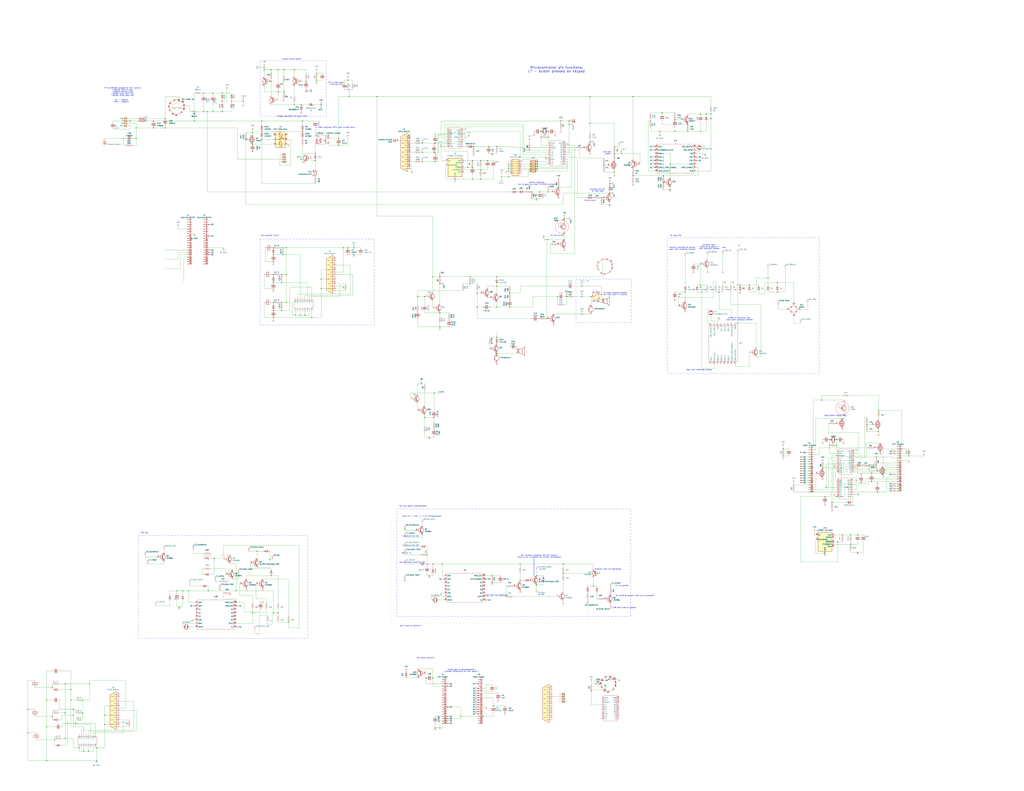
<source format=kicad_sch>
(kicad_sch (version 20250114) (generator "eeschema") (generator_version "9.0")
  (paper "E")
  (rectangle (start 728.345 259.715) (end 894.08 407.67) (stroke (width 0) (type dash_dot_dot)))
  (rectangle (start 433.07 555.625) (end 688.34 673.1) (stroke (width 0) (type dash_dot_dot)))
  (rectangle (start 628.65 304.8) (end 688.975 352.425) (stroke (width 0) (type dash_dot_dot)))
  (rectangle (start 151.13 584.835) (end 335.915 697.23) (stroke (width 0) (type dash_dot_dot)))
  (rectangle (start 283.845 260.985) (end 408.305 354.965) (stroke (width 0) (type dash_dot_dot)))
  (rectangle (start 582.295 609.6) (end 582.93 628.65))
  (rectangle (start 283.845 66.04) (end 356.235 127) (stroke (width 0) (type dash_dot_dot)))
  (text "16 Hz high-pass \nshelving filter" (at 367.284 91.186 0) (effects (font (size 1.27 1.27))))
  (text "on-hook bypasses speaker\noff-hook puts it in series" (at 671.576 320.802 0) (effects (font (size 1.27 1.27))))
  (text "CC4 to speaker" (at 678.942 639.572 0) (effects (font (size 1.27 1.27))))
  (text "<-MOD. originally CR12 went to GND screw" (at 366.014 139.192 0) (effects (font (size 1.27 1.27))))
  (text "output" (at 481.838 427.99 0) (effects (font (size 1.27 1.27))))
  (text "CC8 other side of speaker" (at 681.482 663.702 0) (effects (font (size 1.27 1.27))))
  (text "high when key depressed" (at 541.782 649.986 0) (effects (font (size 1.27 1.27))))
  (text "activate 2nd coil \nof reed relay" (at 652.526 207.772 0) (effects (font (size 1.27 1.27))))
  (text "term 13 -> CC5 -> L7 on microprocessor" (at 460.502 563.88 0) (effects (font (size 1.27 1.27))))
  (text "for shorting speaker when key is pressed?" (at 692.912 650.494 0) (effects (font (size 1.27 1.27))))
  (text "to ground (cc 10)" (at 448.31 595.63 0) (effects (font (size 1.27 1.27))))
  (text "gnd" (at 790.194 270.256 0) (effects (font (size 1.27 1.27))))
  (text "this normally bypasses R25 16k resistor\nunless a key is pressed, for muting microphone?" (at 588.264 607.568 0) (effects (font (size 1.27 1.27))))
  (text "to ground (cc 10)" (at 448.31 585.47 0) (effects (font (size 1.27 1.27))))
  (text "+8v (cc 1)" (at 443.23 604.012 0) (effects (font (size 1.27 1.27))))
  (text "V+" (at 806.958 268.224 0) (effects (font (size 1.27 1.27))))
  (text "1N46.. zener" (at 643.89 218.948 0) (effects (font (size 1.27 1.27))))
  (text "to CC2" (at 592.328 621.538 0) (effects (font (size 1.27 1.27))))
  (text "70c dial" (at 157.734 581.914 0) (effects (font (size 1.27 1.27))))
  (text "Not connected (terminal 16)" (at 449.834 614.172 0) (effects (font (size 1.27 1.27))))
  (text "> inside goes to daughterboard <\n< outside components on main board >" (at 503.174 732.282 0) (effects (font (size 1.27 1.27))))
  (text "TIP to GROUND voltages for coin control:\n+130VDC: Collect coins\n-130VDC: Refund coins\n+25VDC: Stuck Coin Test\n-25VDC: Initial Rate Test" (at 133.604 100.33 0) (effects (font (size 1.27 1.27))))
  (text "on hook" (at 650.494 319.024 0) (effects (font (size 1.27 1.27))))
  (text "normally conducts to ground,\nopen when button(s) pressed" (at 744.728 271.272 0) (effects (font (size 1.27 1.27))))
  (text "61 Type Dial" (at 737.616 257.302 0) (effects (font (size 1.27 1.27))))
  (text "NOT USED CIRCUITS" (at 464.312 718.566 0) (effects (font (size 1.27 1.27))))
  (text "both wired to terminal 7" (at 448.564 683.514 0) (effects (font (size 1.27 1.27))))
  (text "normally open.\nconducts to ground \nwhen button(s) pressed" (at 773.938 269.494 0) (effects (font (size 1.27 1.27))))
  (text "70c dial logical representation" (at 450.596 552.704 0) (effects (font (size 1.27 1.27))))
  (text "coin detector circuit" (at 294.386 257.302 0) (effects (font (size 1.27 1.27))))
  (text "Note: Board flipped horiz" (at 911.86 453.898 0) (effects (font (size 1.27 1.27))))
  (text "polarity detection\npin 16 goes low when TIP/RING reversed" (at 585.724 200.406 0) (effects (font (size 1.27 1.27))))
  (text "coin tone \n enable" (at 662.94 166.878 0) (effects (font (size 1.27 1.27))))
  (text "off hook" (at 650.748 329.184 0) (effects (font (size 1.27 1.27))))
  (text "TIP -  positive\nRING - negative\n\n" (at 132.588 111.252 0) (effects (font (size 1.27 1.27))))
  (text "voltage regulation for logic chips" (at 318.516 127 0) (effects (font (size 1.27 1.27))))
  (text "xmitter_sw normally high, \nopen when button(s) pressed" (at 807.212 348.234 0) (effects (font (size 1.27 1.27))))
  (text "surface mount board" (at 318.262 64.516 0) (effects (font (size 1.27 1.27))))
  (text "2.4 mA current" (at 607.822 257.048 0) (effects (font (size 1.27 1.27))))
  (text "high when button(s) pressed" (at 763.016 403.86 0) (effects (font (size 1.27 1.27))))
  (text "Microcontroller pin functions:\nL7 - button pressed on keypad" (at 607.314 75.946 0) (effects (font (size 2.54 2.54) (thickness 0.254) (bold yes))))
  (text "to CC3" (at 590.55 649.478 0) (effects (font (size 1.27 1.27))))
  (text "conducts when key depressed" (at 663.194 621.538 0) (effects (font (size 1.27 1.27))))
  (junction (at 455.93 323.85))
  (junction (at 577.85 163.83))
  (junction (at 542.29 368.3))
  (junction (at 919.48 457.2))
  (junction (at 369.57 158.75))
  (junction (at 328.93 114.3))
  (junction (at 285.75 143.51))
  (junction (at 332.74 344.17))
  (junction (at 928.37 584.2))
  (junction (at 307.34 330.2))
  (junction (at 905.51 486.41))
  (junction (at 615.95 261.62))
  (junction (at 590.55 143.51))
  (junction (at 334.01 99.06))
  (junction (at 585.47 628.65))
  (junction (at 309.88 100.33))
  (junction (at 957.58 537.21))
  (junction (at 913.13 497.84))
  (junction (at 285.75 132.08))
  (junction (at 542.29 386.08))
  (junction (at 554.99 186.69))
  (junction (at 556.26 335.28))
  (junction (at 330.2 132.08))
  (junction (at 295.91 76.2))
  (junction (at 114.3 791.21))
  (junction (at 580.39 209.55))
  (junction (at 635 342.9))
  (junction (at 314.96 679.45))
  (junction (at 473.71 429.26))
  (junction (at 723.9 199.39))
  (junction (at 817.88 311.15))
  (junction (at 900.43 604.52))
  (junction (at 589.28 209.55))
  (junction (at 647.7 640.08))
  (junction (at 379.73 270.51))
  (junction (at 303.53 100.33))
  (junction (at 295.91 88.9))
  (junction (at 765.81 318.77))
  (junction (at 472.44 740.41))
  (junction (at 464.82 740.41))
  (junction (at 586.74 184.15))
  (junction (at 80.01 774.7))
  (junction (at 73.66 789.94))
  (junction (at 468.63 477.52))
  (junction (at 193.04 645.16))
  (junction (at 775.97 124.46))
  (junction (at 411.48 105.41))
  (junction (at 288.29 76.2))
  (junction (at 678.18 167.64))
  (junction (at 731.52 207.01))
  (junction (at 142.24 132.08))
  (junction (at 472.44 615.95))
  (junction (at 90.17 764.54))
  (junction (at 900.43 542.29))
  (junction (at 956.31 508))
  (junction (at 344.17 167.64))
  (junction (at 854.71 497.84))
  (junction (at 227.33 645.16))
  (junction (at 148.59 151.13))
  (junction (at 298.45 278.13))
  (junction (at 656.59 215.9))
  (junction (at 596.9 347.98))
  (junction (at 472.44 302.26))
  (junction (at 295.91 628.65))
  (junction (at 720.09 143.51))
  (junction (at 459.74 419.1))
  (junction (at 554.99 181.61))
  (junction (at 330.2 143.51))
  (junction (at 750.57 135.89))
  (junction (at 513.08 302.26))
  (junction (at 643.89 105.41))
  (junction (at 322.58 344.17))
  (junction (at 350.52 304.8))
  (junction (at 542.29 160.02))
  (junction (at 515.62 175.26))
  (junction (at 542.29 312.42))
  (junction (at 635 312.42))
  (junction (at 690.88 191.77))
  (junction (at 542.29 302.26))
  (junction (at 480.06 356.87))
  (junction (at 463.55 455.93))
  (junction (at 50.8 830.58))
  (junction (at 298.45 299.72))
  (junction (at 466.09 605.79))
  (junction (at 764.54 124.46))
  (junction (at 838.2 303.53))
  (junction (at 312.42 299.72))
  (junction (at 764.54 143.51))
  (junction (at 303.53 76.2))
  (junction (at 114.3 781.05))
  (junction (at 731.52 179.07))
  (junction (at 805.18 311.15))
  (junction (at 614.68 615.95))
  (junction (at 96.52 820.42))
  (junction (at 524.51 185.42))
  (junction (at 621.03 135.89))
  (junction (at 598.17 149.86))
  (junction (at 226.06 121.92))
  (junction (at 195.58 662.94))
  (junction (at 71.12 746.76))
  (junction (at 524.51 195.58))
  (junction (at 643.89 154.94))
  (junction (at 542.29 335.28))
  (junction (at 913.13 486.41))
  (junction (at 257.81 657.86))
  (junction (at 533.4 160.02))
  (junction (at 91.44 820.42))
  (junction (at 30.48 800.1))
  (junction (at 275.59 144.78))
  (junction (at 854.71 490.22))
  (junction (at 567.69 615.95))
  (junction (at 307.34 339.09))
  (junction (at 723.9 191.77))
  (junction (at 538.48 770.89))
  (junction (at 524.51 175.26))
  (junction (at 466.09 615.95))
  (junction (at 50.8 764.54))
  (junction (at 537.21 167.64))
  (junction (at 82.55 789.94))
  (junction (at 939.8 527.05))
  (junction (at 496.57 195.58))
  (junction (at 309.88 76.2))
  (junction (at 298.45 669.29))
  (junction (at 242.57 110.49))
  (junction (at 232.41 101.6))
  (junction (at 369.57 151.13))
  (junction (at 598.17 209.55))
  (junction (at 275.59 157.48))
  (junction (at 312.42 270.51))
  (junction (at 901.7 532.13))
  (junction (at 645.16 323.85))
  (junction (at 991.87 497.84))
  (junction (at 935.99 584.2))
  (junction (at 764.54 311.15))
  (junction (at 709.93 132.08))
  (junction (at 554.99 184.15))
  (junction (at 807.72 311.15))
  (junction (at 635 323.85))
  (junction (at 645.16 754.38))
  (junction (at 298.45 339.09))
  (junction (at 608.33 323.85))
  (junction (at 913.13 480.06))
  (junction (at 520.7 320.04))
  (junction (at 345.44 87.63))
  (junction (at 537.21 636.27))
  (junction (at 948.69 508))
  (junction (at 896.62 436.88))
  (junction (at 461.01 166.37))
  (junction (at 908.05 548.64))
  (junction (at 659.13 180.34))
  (junction (at 222.25 101.6))
  (junction (at 656.59 321.31))
  (junction (at 327.66 344.17))
  (junction (at 670.56 160.02))
  (junction (at 784.86 318.77))
  (junction (at 586.74 176.53))
  (junction (at 303.53 669.29))
  (junction (at 736.6 130.81))
  (junction (at 690.88 105.41))
  (junction (at 57.15 750.57))
  (junction (at 513.08 309.88))
  (junction (at 722.63 123.19))
  (junction (at 275.59 669.29))
  (junction (at 379.73 87.63))
  (junction (at 643.89 134.62))
  (junction (at 386.08 278.13))
  (junction (at 527.05 782.32))
  (junction (at 307.34 299.72))
  (junction (at 381 97.79))
  (junction (at 345.44 80.01))
  (junction (at 567.69 633.73))
  (junction (at 764.54 288.29))
  (junction (at 280.67 601.98))
  (junction (at 350.52 114.3))
  (junction (at 59.69 807.72))
  (junction (at 598.17 261.62))
  (junction (at 554.99 179.07))
  (junction (at 473.71 166.37))
  (junction (at 461.01 176.53))
  (junction (at 665.48 210.82))
  (junction (at 242.57 101.6))
  (junction (at 914.4 591.82))
  (junction (at 233.68 609.6))
  (junction (at 257.81 645.16))
  (junction (at 770.89 124.46))
  (junction (at 71.12 778.51))
  (junction (at 473.71 455.93))
  (junction (at 340.36 346.71))
  (junction (at 621.03 132.08))
  (junction (at 77.47 764.54))
  (junction (at 167.64 132.08))
  (junction (at 520.7 335.28))
  (junction (at 386.08 270.51))
  (junction (at 515.62 182.88))
  (junction (at 97.79 746.76))
  (junction (at 805.18 353.06))
  (junction (at 242.57 121.92))
  (junction (at 670.56 187.96))
  (junction (at 350.52 314.96))
  (junction (at 134.62 151.13))
  (junction (at 308.61 270.51))
  (junction (at 222.25 121.92))
  (junction (at 585.47 217.17))
  (junction (at 312.42 330.2))
  (junction (at 205.74 645.16))
  (junction (at 586.74 179.07))
  (junction (at 80.01 781.05))
  (junction (at 180.34 139.7))
  (junction (at 556.26 320.04))
  (junction (at 748.03 318.77))
  (junction (at 321.31 114.3))
  (junction (at 374.65 270.51))
  (junction (at 298.45 346.71))
  (junction (at 167.64 139.7))
  (junction (at 984.25 490.22))
  (junction (at 480.06 309.88))
  (junction (at 232.41 121.92))
  (junction (at 897.89 511.81))
  (junction (at 905.51 480.06))
  (junction (at 381 105.41))
  (junction (at 90.17 778.51))
  (junction (at 199.39 645.16))
  (junction (at 344.17 175.26))
  (junction (at 935.99 603.25))
  (junction (at 298.45 308.61))
  (junction (at 510.54 182.88))
  (junction (at 590.55 149.86))
  (junction (at 474.98 156.21))
  (junction (at 463.55 323.85))
  (junction (at 598.17 143.51))
  (junction (at 441.96 577.85))
  (junction (at 481.33 160.02))
  (junction (at 294.64 610.87))
  (junction (at 288.29 73.66))
  (junction (at 958.85 448.31))
  (junction (at 480.06 341.63))
  (junction (at 474.98 795.02))
  (junction (at 919.48 584.2))
  (junction (at 618.49 323.85))
  (junction (at 665.48 223.52))
  (junction (at 86.36 816.61))
  (junction (at 615.95 238.76))
  (junction (at 50.8 793.75))
  (junction (at 285.75 152.4))
  (junction (at 480.06 795.02))
  (junction (at 887.73 537.21))
  (junction (at 750.57 143.51))
  (junction (at 308.61 278.13))
  (junction (at 665.48 200.66))
  (junction (at 480.06 302.26))
  (junction (at 502.92 782.32))
  (junction (at 298.45 330.2))
  (junction (at 736.6 143.51))
  (junction (at 105.41 816.61))
  (junction (at 586.74 181.61))
  (junction (at 307.34 308.61))
  (junction (at 532.13 175.26))
  (junction (at 670.56 167.64))
  (junction (at 334.01 88.9))
  (junction (at 913.13 542.29))
  (junction (at 547.37 193.04))
  (junction (at 552.45 651.51))
  (junction (at 180.34 129.54))
  (junction (at 298.45 270.51))
  (junction (at 105.41 830.58))
  (junction (at 848.36 308.61))
  (junction (at 252.73 110.49))
  (junction (at 461.01 156.21))
  (junction (at 951.23 525.78))
  (junction (at 30.48 774.7))
  (junction (at 468.63 628.65))
  (junction (at 482.6 615.95))
  (junction (at 946.15 463.55))
  (junction (at 195.58 110.49))
  (junction (at 77.47 753.11))
  (junction (at 848.36 318.77))
  (junction (at 321.31 76.2))
  (junction (at 298.45 285.75))
  (junction (at 585.47 638.81))
  (junction (at 928.37 594.36))
  (junction (at 958.85 471.17))
  (junction (at 609.6 204.47))
  (junction (at 537.21 628.65))
  (junction (at 515.62 195.58))
  (junction (at 71.12 806.45))
  (junction (at 516.89 160.02))
  (junction (at 554.99 193.04))
  (junction (at 474.98 176.53))
  (junction (at 212.09 132.08))
  (junction (at 57.15 782.32))
  (junction (at 267.97 152.4))
  (junction (at 614.68 626.11))
  (junction (at 265.43 110.49))
  (junction (at 148.59 139.7))
  (junction (at 866.14 529.59))
  (wire (pts (xy 760.73 318.77) (xy 765.81 318.77)))
  (wire (pts (xy 243.84 610.87) (xy 243.84 595.63)))
  (wire (pts (xy 298.45 346.71) (xy 340.36 346.71)))
  (wire (pts (xy 328.93 114.3) (xy 335.28 114.3)))
  (wire (pts (xy 967.74 520.7) (xy 967.74 537.21)))
  (wire (pts (xy 480.06 358.14) (xy 480.06 356.87)))
  (wire (pts (xy 455.93 323.85) (xy 463.55 323.85)))
  (wire (pts (xy 459.74 176.53) (xy 461.01 176.53)))
  (wire (pts (xy 88.9 797.56) (xy 146.05 797.56)))
  (wire (pts (xy 946.15 471.17) (xy 958.85 471.17)))
  (wire (pts (xy 887.73 534.67) (xy 901.7 534.67)))
  (wire (pts (xy 532.13 185.42) (xy 532.13 182.88)))
  (wire (pts (xy 233.68 609.6) (xy 233.68 627.38)))
  (wire (pts (xy 608.33 323.85) (xy 608.33 332.74)))
  (wire (pts (xy 913.13 532.13) (xy 901.7 532.13)))
  (wire (pts (xy 937.26 495.3) (xy 937.26 472.44)))
  (wire (pts (xy 762 182.88) (xy 762 191.77)))
  (wire (pts (xy 505.46 309.88) (xy 513.08 309.88)))
  (wire (pts (xy 73.66 789.94) (xy 82.55 789.94)))
  (wire (pts (xy 655.32 215.9) (xy 656.59 215.9)))
  (wire (pts (xy 316.23 313.69) (xy 316.23 339.09)))
  (wire (pts (xy 918.21 527.05) (xy 913.13 527.05)))
  (wire (pts (xy 330.2 132.08) (xy 330.2 135.89)))
  (wire (pts (xy 605.79 143.51) (xy 605.79 146.05)))
  (wire (pts (xy 537.21 628.65) (xy 546.1 628.65)))
  (wire (pts (xy 148.59 798.83) (xy 148.59 775.97)))
  (wire (pts (xy 73.66 814.07) (xy 73.66 789.94)))
  (wire (pts (xy 303.53 76.2) (xy 295.91 76.2)))
  (wire (pts (xy 448.31 166.37) (xy 452.12 166.37)))
  (wire (pts (xy 946.15 497.84) (xy 946.15 488.95)))
  (wire (pts (xy 259.08 173.99) (xy 304.8 173.99)))
  (wire (pts (xy 866.14 345.44) (xy 866.14 353.06)))
  (wire (pts (xy 180.34 139.7) (xy 180.34 137.16)))
  (wire (pts (xy 461.01 166.37) (xy 473.71 166.37)))
  (wire (pts (xy 285.75 152.4) (xy 285.75 200.66)))
  (wire (pts (xy 570.23 138.43) (xy 487.68 138.43)))
  (wire (pts (xy 617.22 161.29) (xy 628.65 161.29)))
  (wire (pts (xy 942.34 603.25) (xy 935.99 603.25)))
  (wire (pts (xy 524.51 320.04) (xy 520.7 320.04)))
  (wire (pts (xy 854.71 497.84) (xy 861.06 497.84)))
  (wire (pts (xy 90.17 764.54) (xy 90.17 778.51)))
  (wire (pts (xy 615.95 237.49) (xy 615.95 238.76)))
  (wire (pts (xy 207.01 121.92) (xy 208.28 121.92)))
  (wire (pts (xy 226.06 121.92) (xy 232.41 121.92)))
  (wire (pts (xy 80.01 806.45) (xy 80.01 816.61)))
  (wire (pts (xy 502.92 782.32) (xy 502.92 784.86)))
  (wire (pts (xy 459.74 166.37) (xy 461.01 166.37)))
  (wire (pts (xy 257.81 680.72) (xy 275.59 680.72)))
  (wire (pts (xy 530.86 755.65) (xy 530.86 754.38)))
  (wire (pts (xy 91.44 793.75) (xy 77.47 793.75)))
  (wire (pts (xy 97.79 746.76) (xy 97.79 764.54)))
  (wire (pts (xy 485.14 165.1) (xy 485.14 154.94)))
  (wire (pts (xy 359.41 158.75) (xy 359.41 156.21)))
  (wire (pts (xy 881.38 337.82) (xy 881.38 331.47)))
  (wire (pts (xy 889 584.2) (xy 889 580.39)))
  (wire (pts (xy 187.96 118.11) (xy 187.96 113.03)))
  (wire (pts (xy 618.49 332.74) (xy 615.95 332.74)))
  (wire (pts (xy 196.85 278.13) (xy 209.55 278.13)))
  (wire (pts (xy 656.59 321.31) (xy 656.59 327.66)))
  (wire (pts (xy 570.23 181.61) (xy 586.74 181.61)))
  (wire (pts (xy 478.79 146.05) (xy 508 146.05)))
  (wire (pts (xy 524.51 195.58) (xy 524.51 193.04)))
  (wire (pts (xy 904.24 462.28) (xy 904.24 472.44)))
  (wire (pts (xy 595.63 347.98) (xy 596.9 347.98)))
  (wire (pts (xy 345.44 88.9) (xy 345.44 87.63)))
  (wire (pts (xy 901.7 534.67) (xy 901.7 532.13)))
  (wire (pts (xy 586.74 176.53) (xy 586.74 173.99)))
  (wire (pts (xy 297.18 681.99) (xy 292.1 681.99)))
  (wire (pts (xy 298.45 645.16) (xy 257.81 645.16)))
  (wire (pts (xy 303.53 76.2) (xy 303.53 90.17)))
  (wire (pts (xy 520.7 347.98) (xy 580.39 347.98)))
  (wire (pts (xy 284.48 668.02) (xy 266.7 668.02)))
  (wire (pts (xy 669.29 741.68) (xy 675.64 741.68)))
  (wire (pts (xy 529.59 651.51) (xy 552.45 651.51)))
  (wire (pts (xy 295.91 86.36) (xy 295.91 88.9)))
  (wire (pts (xy 943.61 455.93) (xy 946.15 455.93)))
  (wire (pts (xy 80.01 774.7) (xy 82.55 774.7)))
  (wire (pts (xy 295.91 88.9) (xy 295.91 104.14)))
  (wire (pts (xy 158.75 608.33) (xy 158.75 607.06)))
  (wire (pts (xy 148.59 134.62) (xy 148.59 139.7)))
  (wire (pts (xy 775.97 115.57) (xy 775.97 105.41)))
  (wire (pts (xy 585.47 638.81) (xy 593.09 638.81)))
  (wire (pts (xy 805.18 276.86) (xy 805.18 311.15)))
  (wire (pts (xy 645.16 746.76) (xy 645.16 744.22)))
  (wire (pts (xy 643.89 152.4) (xy 643.89 154.94)))
  (wire (pts (xy 226.06 209.55) (xy 557.53 209.55)))
  (wire (pts (xy 344.17 132.08) (xy 330.2 132.08)))
  (wire (pts (xy 798.83 353.06) (xy 798.83 337.82)))
  (wire (pts (xy 229.87 627.38) (xy 233.68 627.38)))
  (wire (pts (xy 194.31 275.59) (xy 209.55 275.59)))
  (wire (pts (xy 158.75 129.54) (xy 180.34 129.54)))
  (wire (pts (xy 944.88 527.05) (xy 944.88 523.24)))
  (wire (pts (xy 953.77 509.27) (xy 953.77 505.46)))
  (wire (pts (xy 275.59 680.72) (xy 275.59 669.29)))
  (wire (pts (xy 943.61 455.93) (xy 943.61 500.38)))
  (wire (pts (xy 830.58 389.89) (xy 830.58 332.74)))
  (wire (pts (xy 455.93 419.1) (xy 455.93 430.53)))
  (wire (pts (xy 530.86 751.84) (xy 530.86 748.03)))
  (wire (pts (xy 670.56 185.42) (xy 670.56 187.96)))
  (wire (pts (xy 665.48 223.52) (xy 665.48 220.98)))
  (wire (pts (xy 971.55 515.62) (xy 984.25 515.62)))
  (wire (pts (xy 641.35 640.08) (xy 647.7 640.08)))
  (wire (pts (xy 205.74 645.16) (xy 205.74 657.86)))
  (wire (pts (xy 513.08 302.26) (xy 542.29 302.26)))
  (wire (pts (xy 825.5 389.89) (xy 830.58 389.89)))
  (wire (pts (xy 308.61 270.51) (xy 312.42 270.51)))
  (wire (pts (xy 656.59 312.42) (xy 656.59 321.31)))
  (wire (pts (xy 290.83 669.29) (xy 290.83 665.48)))
  (wire (pts (xy 873.76 514.35) (xy 887.73 514.35)))
  (wire (pts (xy 913.13 508) (xy 918.21 508)))
  (wire (pts (xy 67.31 781.05) (xy 80.01 781.05)))
  (wire (pts (xy 312.42 330.2) (xy 318.77 330.2)))
  (wire (pts (xy 212.09 101.6) (xy 212.09 132.08)))
  (wire (pts (xy 114.3 151.13) (xy 134.62 151.13)))
  (wire (pts (xy 297.18 669.29) (xy 298.45 669.29)))
  (wire (pts (xy 482.6 615.95) (xy 567.69 615.95)))
  (wire (pts (xy 778.51 325.12) (xy 778.51 307.34)))
  (wire (pts (xy 466.09 626.11) (xy 466.09 628.65)))
  (wire (pts (xy 618.49 323.85) (xy 618.49 332.74)))
  (wire (pts (xy 332.74 344.17) (xy 332.74 340.36)))
  (wire (pts (xy 764.54 288.29) (xy 764.54 311.15)))
  (wire (pts (xy 665.48 200.66) (xy 665.48 201.93)))
  (wire (pts (xy 148.59 775.97) (xy 130.81 775.97)))
  (wire (pts (xy 542.29 303.53) (xy 542.29 302.26)))
  (wire (pts (xy 515.62 175.26) (xy 524.51 175.26)))
  (wire (pts (xy 586.74 179.07) (xy 598.17 179.07)))
  (wire (pts (xy 137.16 158.75) (xy 134.62 158.75)))
  (wire (pts (xy 976.63 518.16) (xy 984.25 518.16)))
  (wire (pts (xy 482.6 628.65) (xy 485.14 628.65)))
  (wire (pts (xy 337.82 323.85) (xy 337.82 325.12)))
  (wire (pts (xy 984.25 487.68) (xy 984.25 448.31)))
  (wire (pts (xy 210.82 604.52) (xy 222.25 604.52)))
  (wire (pts (xy 142.24 129.54) (xy 151.13 129.54)))
  (wire (pts (xy 481.33 132.08) (xy 481.33 149.86)))
  (wire (pts (xy 825.5 303.53) (xy 838.2 303.53)))
  (wire (pts (xy 537.21 755.65) (xy 530.86 755.65)))
  (wire (pts (xy 756.92 288.29) (xy 764.54 288.29)))
  (wire (pts (xy 930.91 524.51) (xy 930.91 521.97)))
  (wire (pts (xy 170.18 661.67) (xy 185.42 661.67)))
  (wire (pts (xy 298.45 285.75) (xy 289.56 285.75)))
  (wire (pts (xy 379.73 87.63) (xy 375.92 87.63)))
  (wire (pts (xy 838.2 293.37) (xy 838.2 303.53)))
  (wire (pts (xy 57.15 782.32) (xy 57.15 786.13)))
  (wire (pts (xy 505.46 139.7) (xy 508 139.7)))
  (wire (pts (xy 585.47 623.57) (xy 585.47 628.65)))
  (wire (pts (xy 554.99 189.23) (xy 554.99 193.04)))
  (wire (pts (xy 614.68 656.59) (xy 614.68 657.86)))
  (wire (pts (xy 656.59 223.52) (xy 665.48 223.52)))
  (wire (pts (xy 966.47 511.81) (xy 966.47 508)))
  (wire (pts (xy 922.02 532.13) (xy 922.02 542.29)))
  (wire (pts (xy 643.89 154.94) (xy 643.89 156.21)))
  (wire (pts (xy 770.89 125.73) (xy 770.89 124.46)))
  (wire (pts (xy 570.23 168.91) (xy 570.23 138.43)))
  (wire (pts (xy 722.63 124.46) (xy 722.63 123.19)))
  (wire (pts (xy 873.76 527.05) (xy 887.73 527.05)))
  (wire (pts (xy 590.55 182.88) (xy 590.55 181.61)))
  (wire (pts (xy 991.87 497.84) (xy 1008.38 497.84)))
  (wire (pts (xy 185.42 661.67) (xy 185.42 656.59)))
  (wire (pts (xy 80.01 816.61) (xy 86.36 816.61)))
  (wire (pts (xy 463.55 426.72) (xy 463.55 443.23)))
  (wire (pts (xy 379.73 158.75) (xy 369.57 158.75)))
  (wire (pts (xy 313.69 143.51) (xy 313.69 147.32)))
  (wire (pts (xy 589.28 217.17) (xy 585.47 217.17)))
  (wire (pts (xy 373.38 309.88) (xy 377.19 309.88)))
  (wire (pts (xy 252.73 110.49) (xy 265.43 110.49)))
  (wire (pts (xy 86.36 816.61) (xy 86.36 820.42)))
  (wire (pts (xy 207.01 640.08) (xy 219.71 640.08)))
  (wire (pts (xy 935.99 603.25) (xy 928.37 603.25)))
  (wire (pts (xy 866.14 308.61) (xy 866.14 330.2)))
  (wire (pts (xy 538.48 782.32) (xy 538.48 778.51)))
  (wire (pts (xy 180.34 129.54) (xy 180.34 105.41)))
  (wire (pts (xy 114.3 791.21) (xy 114.3 781.05)))
  (wire (pts (xy 919.48 457.2) (xy 922.02 457.2)))
  (wire (pts (xy 947.42 528.32) (xy 919.48 528.32)))
  (wire (pts (xy 466.09 628.65) (xy 468.63 628.65)))
  (wire (pts (xy 614.68 210.82) (xy 614.68 223.52)))
  (wire (pts (xy 252.73 121.92) (xy 242.57 121.92)))
  (wire (pts (xy 327.66 344.17) (xy 327.66 340.36)))
  (wire (pts (xy 635 342.9) (xy 604.52 342.9)))
  (wire (pts (xy 651.51 640.08) (xy 647.7 640.08)))
  (wire (pts (xy 473.71 477.52) (xy 473.71 476.25)))
  (wire (pts (xy 463.55 341.63) (xy 463.55 340.36)))
  (wire (pts (xy 288.29 83.82) (xy 288.29 76.2)))
  (wire (pts (xy 480.06 341.63) (xy 490.22 341.63)))
  (wire (pts (xy 213.36 684.53) (xy 207.01 684.53)))
  (wire (pts (xy 485.14 154.94) (xy 487.68 154.94)))
  (wire (pts (xy 130.81 788.67) (xy 137.16 788.67)))
  (wire (pts (xy 287.02 601.98) (xy 280.67 601.98)))
  (wire (pts (xy 585.47 642.62) (xy 585.47 638.81)))
  (wire (pts (xy 598.17 143.51) (xy 598.17 149.86)))
  (wire (pts (xy 298.45 308.61) (xy 307.34 308.61)))
  (wire (pts (xy 632.46 163.83) (xy 617.22 163.83)))
  (wire (pts (xy 923.29 497.84) (xy 913.13 497.84)))
  (wire (pts (xy 386.08 278.13) (xy 393.7 278.13)))
  (wire (pts (xy 627.38 158.75) (xy 627.38 276.86)))
  (wire (pts (xy 910.59 584.2) (xy 919.48 584.2)))
  (wire (pts (xy 537.21 628.65) (xy 529.59 628.65)))
  (wire (pts (xy 321.31 104.14) (xy 321.31 93.98)))
  (wire (pts (xy 266.7 668.02) (xy 266.7 657.86)))
  (wire (pts (xy 775.97 124.46) (xy 775.97 186.69)))
  (wire (pts (xy 496.57 144.78) (xy 487.68 144.78)))
  (wire (pts (xy 497.84 154.94) (xy 505.46 154.94)))
  (wire (pts (xy 976.63 530.86) (xy 984.25 530.86)))
  (wire (pts (xy 229.87 621.03) (xy 246.38 621.03)))
  (wire (pts (xy 449.58 181.61) (xy 449.58 186.69)))
  (wire (pts (xy 96.52 820.42) (xy 101.6 820.42)))
  (wire (pts (xy 314.96 679.45) (xy 314.96 685.8)))
  (wire (pts (xy 586.74 185.42) (xy 570.23 185.42)))
  (wire (pts (xy 593.09 636.27) (xy 593.09 638.81)))
  (wire (pts (xy 873.76 542.29) (xy 873.76 613.41)))
  (wire (pts (xy 506.73 185.42) (xy 524.51 185.42)))
  (wire (pts (xy 180.34 105.41) (xy 195.58 105.41)))
  (wire (pts (xy 369.57 105.41) (xy 381 105.41)))
  (wire (pts (xy 209.55 676.91) (xy 213.36 676.91)))
  (wire (pts (xy 114.3 816.61) (xy 114.3 791.21)))
  (wire (pts (xy 904.24 500.38) (xy 904.24 537.21)))
  (wire (pts (xy 314.96 632.46) (xy 314.96 671.83)))
  (wire (pts (xy 229.87 609.6) (xy 233.68 609.6)))
  (wire (pts (xy 866.14 529.59) (xy 887.73 529.59)))
  (wire (pts (xy 873.76 509.27) (xy 887.73 509.27)))
  (wire (pts (xy 257.81 645.16) (xy 227.33 645.16)))
  (wire (pts (xy 448.31 429.26) (xy 473.71 429.26)))
  (wire (pts (xy 227.33 645.16) (xy 205.74 645.16)))
  (wire (pts (xy 285.75 132.08) (xy 330.2 132.08)))
  (wire (pts (xy 464.82 735.33) (xy 464.82 740.41)))
  (wire (pts (xy 332.74 344.17) (xy 337.82 344.17)))
  (wire (pts (xy 298.45 330.2) (xy 298.45 331.47)))
  (wire (pts (xy 222.25 101.6) (xy 222.25 104.14)))
  (wire (pts (xy 942.34 591.82) (xy 942.34 603.25)))
  (wire (pts (xy 508 147.32) (xy 508 152.4)))
  (wire (pts (xy 455.93 323.85) (xy 455.93 332.74)))
  (wire (pts (xy 298.45 669.29) (xy 303.53 669.29)))
  (wire (pts (xy 199.39 645.16) (xy 199.39 648.97)))
  (wire (pts (xy 335.28 325.12) (xy 335.28 308.61)))
  (wire (pts (xy 984.25 497.84) (xy 991.87 497.84)))
  (wire (pts (xy 298.45 314.96) (xy 288.29 314.96)))
  (wire (pts (xy 913.13 513.08) (xy 923.29 513.08)))
  (wire (pts (xy 581.66 323.85) (xy 608.33 323.85)))
  (wire (pts (xy 240.03 635) (xy 234.95 635)))
  (wire (pts (xy 731.52 207.01) (xy 731.52 204.47)))
  (wire (pts (xy 928.37 603.25) (xy 928.37 601.98)))
  (wire (pts (xy 532.13 325.12) (xy 534.67 325.12)))
  (wire (pts (xy 370.84 309.88) (xy 370.84 323.85)))
  (wire (pts (xy 306.07 270.51) (xy 308.61 270.51)))
  (wire (pts (xy 257.81 654.05) (xy 257.81 657.86)))
  (wire (pts (xy 764.54 143.51) (xy 750.57 143.51)))
  (wire (pts (xy 480.06 353.06) (xy 480.06 356.87)))
  (wire (pts (xy 967.74 510.54) (xy 967.74 515.62)))
  (wire (pts (xy 659.13 180.34) (xy 662.94 180.34)))
  (wire (pts (xy 678.18 167.64) (xy 698.5 167.64)))
  (wire (pts (xy 455.93 356.87) (xy 480.06 356.87)))
  (wire (pts (xy 309.88 76.2) (xy 321.31 76.2)))
  (wire (pts (xy 937.26 472.44) (xy 904.24 472.44)))
  (wire (pts (xy 344.17 175.26) (xy 344.17 185.42)))
  (wire (pts (xy 797.56 332.74) (xy 797.56 318.77)))
  (wire (pts (xy 854.71 499.11) (xy 854.71 497.84)))
  (wire (pts (xy 466.09 596.9) (xy 466.09 605.79)))
  (wire (pts (xy 648.97 746.76) (xy 648.97 742.95)))
  (wire (pts (xy 873.76 524.51) (xy 887.73 524.51)))
  (wire (pts (xy 586.74 184.15) (xy 618.49 184.15)))
  (wire (pts (xy 542.29 160.02) (xy 560.07 160.02)))
  (wire (pts (xy 213.36 680.72) (xy 199.39 680.72)))
  (wire (pts (xy 340.36 325.12) (xy 340.36 313.69)))
  (wire (pts (xy 675.64 160.02) (xy 670.56 160.02)))
  (wire (pts (xy 866.14 537.21) (xy 887.73 537.21)))
  (wire (pts (xy 71.12 778.51) (xy 71.12 806.45)))
  (wire (pts (xy 64.77 746.76) (xy 71.12 746.76)))
  (wire (pts (xy 232.41 101.6) (xy 242.57 101.6)))
  (wire (pts (xy 914.4 613.41) (xy 914.4 591.82)))
  (wire (pts (xy 542.29 311.15) (xy 542.29 312.42)))
  (wire (pts (xy 925.83 505.46) (xy 932.18 505.46)))
  (wire (pts (xy 956.31 508) (xy 956.31 509.27)))
  (wire (pts (xy 579.12 633.73) (xy 577.85 633.73)))
  (wire (pts (xy 466.09 615.95) (xy 472.44 615.95)))
  (wire (pts (xy 332.74 322.58) (xy 384.81 322.58)))
  (wire (pts (xy 441.96 568.96) (xy 441.96 577.85)) (stroke (width 0) (type dot)))
  (wire (pts (xy 292.1 671.83) (xy 283.21 671.83)))
  (wire (pts (xy 148.59 151.13) (xy 148.59 139.7)))
  (wire (pts (xy 308.61 278.13) (xy 327.66 278.13)))
  (wire (pts (xy 130.81 793.75) (xy 140.97 793.75)))
  (wire (pts (xy 984.25 520.7) (xy 967.74 520.7)))
  (wire (pts (xy 91.44 820.42) (xy 91.44 816.61)))
  (wire (pts (xy 472.44 302.26) (xy 480.06 302.26)))
  (wire (pts (xy 64.77 778.51) (xy 71.12 778.51)))
  (wire (pts (xy 890.27 516.89) (xy 890.27 532.13)))
  (wire (pts (xy 957.58 537.21) (xy 930.91 537.21)))
  (wire (pts (xy 580.39 209.55) (xy 589.28 209.55)))
  (wire (pts (xy 64.77 786.13) (xy 67.31 786.13)))
  (wire (pts (xy 38.1 782.32) (xy 57.15 782.32)))
  (wire (pts (xy 582.93 143.51) (xy 582.93 146.05)))
  (wire (pts (xy 908.05 497.84) (xy 908.05 548.64)))
  (wire (pts (xy 651.51 647.7) (xy 651.51 654.05)))
  (wire (pts (xy 920.75 502.92) (xy 920.75 511.81)))
  (wire (pts (xy 481.33 149.86) (xy 487.68 149.86)))
  (wire (pts (xy 913.13 500.38) (xy 904.24 500.38)))
  (wire (pts (xy 50.8 793.75) (xy 59.69 793.75)))
  (wire (pts (xy 252.73 119.38) (xy 252.73 121.92)))
  (wire (pts (xy 520.7 335.28) (xy 527.05 335.28)))
  (wire (pts (xy 114.3 770.89) (xy 130.81 770.89)))
  (wire (pts (xy 275.59 163.83) (xy 275.59 165.1)))
  (wire (pts (xy 104.14 789.94) (xy 82.55 789.94)))
  (wire (pts (xy 866.14 353.06) (xy 873.76 353.06)))
  (wire (pts (xy 830.58 332.74) (xy 797.56 332.74)))
  (wire (pts (xy 974.09 499.11) (xy 923.29 499.11)))
  (wire (pts (xy 473.71 461.01) (xy 473.71 455.93)))
  (wire (pts (xy 200.66 307.34) (xy 200.66 280.67)))
  (wire (pts (xy 167.64 139.7) (xy 180.34 139.7)))
  (wire (pts (xy 762 191.77) (xy 723.9 191.77)))
  (wire (pts (xy 229.87 604.52) (xy 229.87 607.06)))
  (wire (pts (xy 976.63 535.94) (xy 984.25 535.94)))
  (wire (pts (xy 325.12 321.31) (xy 382.27 321.31)))
  (wire (pts (xy 350.52 294.64) (xy 367.03 294.64)))
  (wire (pts (xy 645.16 754.38) (xy 645.16 769.62)))
  (wire (pts (xy 441.96 596.9) (xy 458.47 596.9)))
  (wire (pts (xy 298.45 285.75) (xy 298.45 287.02)))
  (wire (pts (xy 30.48 774.7) (xy 38.1 774.7)))
  (wire (pts (xy 947.42 525.78) (xy 947.42 528.32)))
  (wire (pts (xy 825.5 353.06) (xy 825.5 379.73)))
  (wire (pts (xy 919.48 529.59) (xy 913.13 529.59)))
  (wire (pts (xy 641.35 656.59) (xy 641.35 680.72)) (stroke (width 0) (type dot)))
  (wire (pts (xy 635 312.42) (xy 656.59 312.42)))
  (wire (pts (xy 207.01 637.54) (xy 207.01 640.08)))
  (wire (pts (xy 57.15 732.79) (xy 50.8 732.79)))
  (wire (pts (xy 233.68 609.6) (xy 241.3 609.6)))
  (wire (pts (xy 101.6 820.42) (xy 101.6 816.61)))
  (wire (pts (xy 242.57 101.6) (xy 252.73 101.6)))
  (wire (pts (xy 381 97.79) (xy 375.92 97.79)))
  (wire (pts (xy 39.37 807.72) (xy 59.69 807.72)))
  (wire (pts (xy 589.28 209.55) (xy 598.17 209.55)))
  (wire (pts (xy 612.14 140.97) (xy 612.14 142.24)))
  (wire (pts (xy 295.91 330.2) (xy 298.45 330.2)))
  (wire (pts (xy 963.93 490.22) (xy 984.25 490.22)))
  (wire (pts (xy 617.22 166.37) (xy 623.57 166.37)))
  (wire (pts (xy 379.73 149.86) (xy 379.73 158.75)))
  (wire (pts (xy 285.75 73.66) (xy 288.29 73.66)))
  (wire (pts (xy 247.65 635) (xy 248.92 635)))
  (wire (pts (xy 59.69 806.45) (xy 59.69 807.72)))
  (wire (pts (xy 932.18 510.54) (xy 935.99 510.54)))
  (wire (pts (xy 576.58 186.69) (xy 576.58 193.04)))
  (wire (pts (xy 976.63 528.32) (xy 984.25 528.32)))
  (wire (pts (xy 321.31 114.3) (xy 328.93 114.3)))
  (wire (pts (xy 449.58 181.61) (xy 448.31 181.61)))
  (wire (pts (xy 384.81 87.63) (xy 384.81 90.17)))
  (wire (pts (xy 486.41 195.58) (xy 496.57 195.58)))
  (wire (pts (xy 736.6 318.77) (xy 748.03 318.77)))
  (wire (pts (xy 910.59 591.82) (xy 914.4 591.82)))
  (wire (pts (xy 200.66 280.67) (xy 209.55 280.67)))
  (wire (pts (xy 105.41 830.58) (xy 105.41 816.61)))
  (wire (pts (xy 532.13 175.26) (xy 538.48 175.26)))
  (wire (pts (xy 97.79 764.54) (xy 90.17 764.54)))
  (wire (pts (xy 665.48 199.39) (xy 665.48 200.66)))
  (wire (pts (xy 64.77 774.7) (xy 80.01 774.7)))
  (wire (pts (xy 114.3 781.05) (xy 114.3 770.89)))
  (wire (pts (xy 96.52 801.37) (xy 96.52 798.83)))
  (wire (pts (xy 367.03 317.5) (xy 377.19 317.5)))
  (wire (pts (xy 935.99 584.2) (xy 942.34 584.2)))
  (wire (pts (xy 750.57 143.51) (xy 736.6 143.51)))
  (wire (pts (xy 765.81 402.59) (xy 765.81 318.77)))
  (wire (pts (xy 614.68 626.11) (xy 655.32 626.11)))
  (wire (pts (xy 873.76 516.89) (xy 887.73 516.89)))
  (wire (pts (xy 834.39 308.61) (xy 834.39 321.31)))
  (wire (pts (xy 474.98 176.53) (xy 477.52 176.53)))
  (wire (pts (xy 967.74 515.62) (xy 932.18 515.62)))
  (wire (pts (xy 904.24 537.21) (xy 887.73 537.21)))
  (wire (pts (xy 520.7 320.04) (xy 520.7 317.5)))
  (wire (pts (xy 581.66 323.85) (xy 581.66 335.28)))
  (wire (pts (xy 316.23 339.09) (xy 307.34 339.09)))
  (wire (pts (xy 199.39 645.16) (xy 205.74 645.16)))
  (wire (pts (xy 227.33 270.51) (xy 243.84 270.51)))
  (wire (pts (xy 294.64 610.87) (xy 294.64 601.98)))
  (wire (pts (xy 322.58 344.17) (xy 327.66 344.17)))
  (wire (pts (xy 477.52 176.53) (xy 477.52 147.32)))
  (wire (pts (xy 524.51 185.42) (xy 532.13 185.42)))
  (wire (pts (xy 617.22 158.75) (xy 627.38 158.75)))
  (wire (pts (xy 38.1 750.57) (xy 57.15 750.57)))
  (wire (pts (xy 759.46 157.48) (xy 763.27 157.48)))
  (wire (pts (xy 130.81 773.43) (xy 137.16 773.43)))
  (wire (pts (xy 854.71 490.22) (xy 854.71 487.68)))
  (wire (pts (xy 958.85 468.63) (xy 958.85 471.17)))
  (wire (pts (xy 468.63 477.52) (xy 473.71 477.52)))
  (wire (pts (xy 278.13 692.15) (xy 278.13 688.34)))
  (wire (pts (xy 273.05 614.68) (xy 273.05 621.03)))
  (wire (pts (xy 82.55 789.94) (xy 82.55 786.13)))
  (wire (pts (xy 930.91 521.97) (xy 934.72 521.97)))
  (wire (pts (xy 919.48 457.2) (xy 890.27 457.2)))
  (wire (pts (xy 781.05 318.77) (xy 784.86 318.77)))
  (wire (pts (xy 441.96 615.95) (xy 457.2 615.95)))
  (wire (pts (xy 482.6 795.02) (xy 480.06 795.02)))
  (wire (pts (xy 567.69 312.42) (xy 567.69 320.04)))
  (wire (pts (xy 527.05 772.16) (xy 530.86 772.16)))
  (wire (pts (xy 481.33 647.7) (xy 485.14 647.7)))
  (wire (pts (xy 598.17 208.28) (xy 598.17 209.55)))
  (wire (pts (xy 199.39 662.94) (xy 199.39 656.59)))
  (wire (pts (xy 134.62 151.13) (xy 137.16 151.13)))
  (wire (pts (xy 595.63 173.99) (xy 598.17 173.99)))
  (wire (pts (xy 384.81 322.58) (xy 384.81 299.72)))
  (wire (pts (xy 537.21 636.27) (xy 546.1 636.27)))
  (wire (pts (xy 142.24 132.08) (xy 151.13 132.08)))
  (wire (pts (xy 290.83 654.05) (xy 290.83 657.86)))
  (wire (pts (xy 621.03 168.91) (xy 621.03 135.89)))
  (wire (pts (xy 748.03 318.77) (xy 748.03 328.93)))
  (wire (pts (xy 894.08 496.57) (xy 894.08 488.95)))
  (wire (pts (xy 350.52 346.71) (xy 350.52 314.96)))
  (wire (pts (xy 775.97 123.19) (xy 775.97 124.46)))
  (wire (pts (xy 971.55 516.89) (xy 971.55 515.62)))
  (wire (pts (xy 303.53 100.33) (xy 303.53 109.22)))
  (wire (pts (xy 586.74 181.61) (xy 590.55 181.61)))
  (wire (pts (xy 510.54 165.1) (xy 485.14 165.1)))
  (wire (pts (xy 374.65 297.18) (xy 374.65 270.51)))
  (wire (pts (xy 922.02 454.66) (xy 922.02 457.2)))
  (wire (pts (xy 485.14 135.89) (xy 485.14 152.4)))
  (wire (pts (xy 180.34 139.7) (xy 259.08 139.7)))
  (wire (pts (xy 287.02 656.59) (xy 284.48 656.59)))
  (wire (pts (xy 933.45 508) (xy 932.18 508)))
  (wire (pts (xy 226.06 121.92) (xy 226.06 209.55)))
  (wire (pts (xy 487.68 138.43) (xy 487.68 142.24)))
  (wire (pts (xy 560.07 651.51) (xy 607.06 651.51)))
  (wire (pts (xy 709.93 143.51) (xy 720.09 143.51)))
  (wire (pts (xy 984.25 502.92) (xy 991.87 502.92)))
  (wire (pts (xy 932.18 500.38) (xy 943.61 500.38)))
  (wire (pts (xy 935.99 510.54) (xy 935.99 516.89)))
  (wire (pts (xy 317.5 180.34) (xy 317.5 152.4)))
  (wire (pts (xy 603.25 760.73) (xy 609.6 760.73)))
  (wire (pts (xy 50.8 764.54) (xy 50.8 793.75)))
  (wire (pts (xy 930.91 542.29) (xy 930.91 548.64)))
  (wire (pts (xy 772.16 353.06) (xy 772.16 337.82)))
  (wire (pts (xy 585.47 217.17) (xy 580.39 217.17)))
  (wire (pts (xy 480.06 795.02) (xy 474.98 795.02)))
  (wire (pts (xy 554.99 184.15) (xy 554.99 186.69)))
  (wire (pts (xy 448.31 156.21) (xy 452.12 156.21)))
  (wire (pts (xy 570.23 185.42) (xy 570.23 186.69)))
  (wire (pts (xy 309.88 82.55) (xy 309.88 76.2)))
  (wire (pts (xy 471.17 651.51) (xy 471.17 655.32)))
  (wire (pts (xy 932.18 497.84) (xy 946.15 497.84)))
  (wire (pts (xy 828.04 321.31) (xy 828.04 318.77)))
  (wire (pts (xy 913.13 505.46) (xy 911.86 505.46)))
  (wire (pts (xy 90.17 778.51) (xy 90.17 786.13)))
  (wire (pts (xy 340.36 175.26) (xy 344.17 175.26)))
  (wire (pts (xy 455.93 419.1) (xy 459.74 419.1)))
  (wire (pts (xy 645.16 323.85) (xy 645.16 332.74)))
  (wire (pts (xy 64.77 764.54) (xy 64.77 774.7)))
  (wire (pts (xy 340.36 346.71) (xy 340.36 340.36)))
  (wire (pts (xy 318.77 330.2) (xy 318.77 344.17)))
  (wire (pts (xy 505.46 149.86) (xy 511.81 149.86)))
  (wire (pts (xy 670.56 187.96) (xy 670.56 190.5)))
  (wire (pts (xy 783.59 346.71) (xy 783.59 353.06)))
  (wire (pts (xy 905.51 480.06) (xy 905.51 486.41)))
  (wire (pts (xy 367.03 309.88) (xy 370.84 309.88)))
  (wire (pts (xy 614.68 223.52) (xy 267.97 223.52)))
  (wire (pts (xy 350.52 314.96) (xy 350.52 304.8)))
  (wire (pts (xy 453.39 579.12) (xy 441.96 579.12)))
  (wire (pts (xy 909.32 534.67) (xy 913.13 534.67)))
  (wire (pts (xy 910.59 594.36) (xy 928.37 594.36)))
  (wire (pts (xy 802.64 353.06) (xy 805.18 353.06)))
  (wire (pts (xy 185.42 645.16) (xy 193.04 645.16)))
  (wire (pts (xy 533.4 160.02) (xy 516.89 160.02)))
  (wire (pts (xy 242.57 110.49) (xy 242.57 109.22)))
  (wire (pts (xy 67.31 793.75) (xy 68.58 793.75)))
  (wire (pts (xy 148.59 158.75) (xy 148.59 151.13)))
  (wire (pts (xy 472.44 730.25) (xy 472.44 740.41)))
  (wire (pts (xy 928.37 591.82) (xy 928.37 594.36)))
  (wire (pts (xy 913.13 486.41) (xy 913.13 492.76)))
  (wire (pts (xy 764.54 133.35) (xy 764.54 143.51)))
  (wire (pts (xy 298.45 143.51) (xy 298.45 147.32)))
  (wire (pts (xy 196.85 293.37) (xy 196.85 278.13)))
  (wire (pts (xy 784.86 337.82) (xy 784.86 318.77)))
  (wire (pts (xy 890.27 457.2) (xy 890.27 491.49)))
  (wire (pts (xy 615.95 323.85) (xy 618.49 323.85)))
  (wire (pts (xy 834.39 321.31) (xy 828.04 321.31)))
  (wire (pts (xy 474.98 795.02) (xy 474.98 789.94)))
  (wire (pts (xy 760.73 311.15) (xy 764.54 311.15)))
  (wire (pts (xy 441.96 604.52) (xy 441.96 605.79)))
  (wire (pts (xy 448.31 176.53) (xy 452.12 176.53)))
  (wire (pts (xy 958.85 448.31) (xy 958.85 431.8)))
  (wire (pts (xy 481.33 175.26) (xy 486.41 175.26)))
  (wire (pts (xy 779.78 350.52) (xy 779.78 353.06)))
  (wire (pts (xy 386.08 270.51) (xy 393.7 270.51)))
  (wire (pts (xy 533.4 160.02) (xy 542.29 160.02)))
  (wire (pts (xy 101.6 800.1) (xy 101.6 801.37)))
  (wire (pts (xy 194.31 250.19) (xy 194.31 247.65)))
  (wire (pts (xy 534.67 375.92) (xy 534.67 381)))
  (wire (pts (xy 375.92 87.63) (xy 375.92 90.17)))
  (wire (pts (xy 137.16 788.67) (xy 137.16 786.13)))
  (wire (pts (xy 379.73 85.09) (xy 379.73 87.63)))
  (wire (pts (xy 635 323.85) (xy 645.16 323.85)))
  (wire (pts (xy 242.57 111.76) (xy 242.57 110.49)))
  (wire (pts (xy 334.01 96.52) (xy 334.01 99.06)))
  (wire (pts (xy 369.57 151.13) (xy 359.41 151.13)))
  (wire (pts (xy 784.86 318.77) (xy 788.67 318.77)))
  (wire (pts (xy 367.03 314.96) (xy 350.52 314.96)))
  (wire (pts (xy 345.44 80.01) (xy 345.44 77.47)))
  (wire (pts (xy 984.25 500.38) (xy 974.09 500.38)))
  (wire (pts (xy 472.44 336.55) (xy 472.44 328.93)))
  (wire (pts (xy 222.25 121.92) (xy 226.06 121.92)))
  (wire (pts (xy 623.57 166.37) (xy 623.57 204.47)))
  (wire (pts (xy 645.16 753.11) (xy 645.16 754.38)))
  (wire (pts (xy 538.48 770.89) (xy 551.18 770.89)))
  (wire (pts (xy 596.9 261.62) (xy 596.9 347.98)))
  (wire (pts (xy 222.25 111.76) (xy 222.25 121.92)))
  (wire (pts (xy 298.45 669.29) (xy 298.45 645.16)))
  (wire (pts (xy 621.03 135.89) (xy 621.03 132.08)))
  (wire (pts (xy 554.99 176.53) (xy 554.99 179.07)))
  (wire (pts (xy 538.48 182.88) (xy 538.48 195.58)))
  (wire (pts (xy 271.78 601.98) (xy 280.67 601.98)))
  (wire (pts (xy 180.34 283.21) (xy 194.31 283.21)))
  (wire (pts (xy 873.76 501.65) (xy 887.73 501.65)))
  (wire (pts (xy 598.17 171.45) (xy 567.69 171.45)))
  (wire (pts (xy 647.7 615.95) (xy 614.68 615.95)))
  (wire (pts (xy 312.42 299.72) (xy 312.42 270.51)))
  (wire (pts (xy 547.37 193.04) (xy 554.99 193.04)))
  (wire (pts (xy 210.82 599.44) (xy 210.82 604.52)))
  (wire (pts (xy 232.41 111.76) (xy 232.41 121.92)))
  (wire (pts (xy 288.29 93.98) (xy 288.29 100.33)))
  (wire (pts (xy 647.7 621.03) (xy 647.7 615.95)))
  (wire (pts (xy 284.48 656.59) (xy 284.48 657.86)))
  (wire (pts (xy 307.34 308.61) (xy 307.34 307.34)))
  (wire (pts (xy 273.05 621.03) (xy 295.91 621.03)))
  (wire (pts (xy 805.18 353.06) (xy 825.5 353.06)))
  (wire (pts (xy 472.44 628.65) (xy 472.44 627.38)))
  (wire (pts (xy 130.81 791.21) (xy 114.3 791.21)))
  (wire (pts (xy 567.69 633.73) (xy 571.5 633.73)))
  (wire (pts (xy 707.39 186.69) (xy 715.01 186.69)))
  (wire (pts (xy 207.01 121.92) (xy 207.01 115.57)))
  (wire (pts (xy 556.26 320.04) (xy 567.69 320.04)))
  (wire (pts (xy 185.42 648.97) (xy 185.42 645.16)))
  (wire (pts (xy 765.81 318.77) (xy 772.16 318.77)))
  (wire (pts (xy 647.7 640.08) (xy 647.7 631.19)))
  (wire (pts (xy 275.59 665.48) (xy 275.59 669.29)))
  (wire (pts (xy 614.68 646.43) (xy 614.68 635)))
  (wire (pts (xy 567.69 143.51) (xy 496.57 143.51)))
  (wire (pts (xy 715.01 167.64) (xy 731.52 167.64)))
  (wire (pts (xy 775.97 345.44) (xy 775.97 350.52)))
  (wire (pts (xy 472.44 236.22) (xy 472.44 302.26)))
  (wire (pts (xy 690.88 193.04) (xy 690.88 191.77)))
  (wire (pts (xy 248.92 622.3) (xy 248.92 635)))
  (wire (pts (xy 946.15 463.55) (xy 951.23 463.55)))
  (wire (pts (xy 764.54 125.73) (xy 764.54 124.46)))
  (wire (pts (xy 635 342.9) (xy 645.16 342.9)))
  (wire (pts (xy 88.9 801.37) (xy 88.9 797.56)))
  (wire (pts (xy 482.6 789.94) (xy 482.6 795.02)))
  (wire (pts (xy 275.59 157.48) (xy 298.45 157.48)))
  (wire (pts (xy 759.46 167.64) (xy 769.62 167.64)))
  (wire (pts (xy 797.56 307.34) (xy 797.56 311.15)))
  (wire (pts (xy 459.74 419.1) (xy 463.55 419.1)))
  (wire (pts (xy 913.13 497.84) (xy 908.05 497.84)))
  (wire (pts (xy 532.13 312.42) (xy 542.29 312.42)))
  (wire (pts (xy 643.89 134.62) (xy 643.89 144.78)))
  (wire (pts (xy 481.33 160.02) (xy 481.33 175.26)))
  (wire (pts (xy 934.72 529.59) (xy 930.91 529.59)))
  (wire (pts (xy 542.29 361.95) (xy 542.29 368.3)))
  (wire (pts (xy 466.09 605.79) (xy 466.09 615.95)))
  (wire (pts (xy 618.49 184.15) (xy 618.49 176.53)))
  (wire (pts (xy 648.97 742.95) (xy 657.86 742.95)))
  (wire (pts (xy 260.35 632.46) (xy 260.35 626.11)))
  (wire (pts (xy 618.49 238.76) (xy 615.95 238.76)))
  (wire (pts (xy 586.74 186.69) (xy 619.76 186.69)))
  (wire (pts (xy 626.11 323.85) (xy 635 323.85)))
  (wire (pts (xy 615.95 256.54) (xy 615.95 261.62)))
  (wire (pts (xy 976.63 495.3) (xy 984.25 495.3)))
  (wire (pts (xy 340.36 175.26) (xy 340.36 172.72)))
  (wire (pts (xy 275.59 669.29) (xy 290.83 669.29)))
  (wire (pts (xy 222.25 607.06) (xy 222.25 609.6)))
  (wire (pts (xy 411.48 236.22) (xy 472.44 236.22)))
  (wire (pts (xy 257.81 615.95) (xy 257.81 645.16)))
  (wire (pts (xy 64.77 753.11) (xy 77.47 753.11)))
  (wire (pts (xy 873.76 542.29) (xy 900.43 542.29)))
  (wire (pts (xy 219.71 101.6) (xy 222.25 101.6)))
  (wire (pts (xy 480.06 787.4) (xy 480.06 795.02)))
  (wire (pts (xy 736.6 138.43) (xy 736.6 143.51)))
  (wire (pts (xy 920.75 511.81) (xy 905.51 511.81)))
  (wire (pts (xy 461.01 571.5) (xy 461.01 574.04)))
  (wire (pts (xy 367.03 312.42) (xy 373.38 312.42)))
  (wire (pts (xy 261.62 650.24) (xy 275.59 650.24)))
  (wire (pts (xy 527.05 762) (xy 538.48 762)))
  (wire (pts (xy 621.03 132.08) (xy 481.33 132.08)))
  (wire (pts (xy 312.42 299.72) (xy 312.42 330.2)))
  (wire (pts (xy 984.25 510.54) (xy 967.74 510.54)))
  (wire (pts (xy 464.82 615.95) (xy 466.09 615.95)))
  (wire (pts (xy 505.46 142.24) (xy 505.46 139.7)))
  (wire (pts (xy 919.48 584.2) (xy 928.37 584.2)))
  (wire (pts (xy 678.18 167.64) (xy 670.56 167.64)))
  (wire (pts (xy 464.82 746.76) (xy 487.68 746.76)))
  (wire (pts (xy 781.05 307.34) (xy 781.05 311.15)))
  (wire (pts (xy 930.91 527.05) (xy 939.8 527.05)))
  (wire (pts (xy 134.62 800.1) (xy 101.6 800.1)))
  (wire (pts (xy 334.01 76.2) (xy 321.31 76.2)))
  (wire (pts (xy 142.24 140.97) (xy 123.19 140.97)))
  (wire (pts (xy 77.47 732.79) (xy 77.47 753.11)))
  (wire (pts (xy 609.6 204.47) (xy 609.6 203.2)))
  (wire (pts (xy 958.85 455.93) (xy 958.85 458.47)))
  (wire (pts (xy 731.52 167.64) (xy 731.52 179.07)))
  (wire (pts (xy 627.38 276.86) (xy 600.71 276.86)))
  (wire (pts (xy 948.69 514.35) (xy 956.31 514.35)))
  (wire (pts (xy 269.24 628.65) (xy 269.24 632.46)))
  (wire (pts (xy 148.59 139.7) (xy 167.64 139.7)))
  (wire (pts (xy 321.31 114.3) (xy 295.91 114.3)))
  (wire (pts (xy 50.8 830.58) (xy 105.41 830.58)))
  (wire (pts (xy 542.29 335.28) (xy 556.26 335.28)))
  (wire (pts (xy 68.58 793.75) (xy 68.58 789.94)))
  (wire (pts (xy 472.44 302.26) (xy 472.44 318.77)))
  (wire (pts (xy 944.88 488.95) (xy 944.88 483.87)))
  (wire (pts (xy 748.03 280.67) (xy 748.03 311.15)))
  (wire (pts (xy 252.73 109.22) (xy 252.73 110.49)))
  (wire (pts (xy 38.1 742.95) (xy 30.48 742.95)))
  (wire (pts (xy 144.78 151.13) (xy 148.59 151.13)))
  (wire (pts (xy 212.09 132.08) (xy 285.75 132.08)))
  (wire (pts (xy 951.23 525.78) (xy 947.42 525.78)))
  (wire (pts (xy 303.53 100.33) (xy 303.53 97.79)))
  (wire (pts (xy 241.3 609.6) (xy 241.3 605.79)))
  (wire (pts (xy 298.45 346.71) (xy 298.45 349.25)))
  (wire (pts (xy 243.84 595.63) (xy 326.39 595.63)))
  (wire (pts (xy 220.98 627.38) (xy 222.25 627.38)))
  (wire (pts (xy 914.4 591.82) (xy 919.48 591.82)))
  (wire (pts (xy 91.44 801.37) (xy 91.44 793.75)))
  (wire (pts (xy 285.75 143.51) (xy 298.45 143.51)))
  (wire (pts (xy 506.73 175.26) (xy 515.62 175.26)))
  (wire (pts (xy 463.55 455.93) (xy 463.55 453.39)))
  (wire (pts (xy 234.95 635) (xy 234.95 633.73)))
  (wire (pts (xy 707.39 132.08) (xy 709.93 132.08)))
  (wire (pts (xy 480.06 341.63) (xy 480.06 345.44)))
  (wire (pts (xy 538.48 762) (xy 538.48 770.89)))
  (wire (pts (xy 513.08 309.88) (xy 520.7 309.88)))
  (wire (pts (xy 158.75 132.08) (xy 167.64 132.08)))
  (wire (pts (xy 303.53 669.29) (xy 303.53 671.83)))
  (wire (pts (xy 487.68 789.94) (xy 482.6 789.94)))
  (wire (pts (xy 554.99 186.69) (xy 552.45 186.69)))
  (wire (pts (xy 923.29 499.11) (xy 923.29 497.84)))
  (wire (pts (xy 922.02 542.29) (xy 913.13 542.29)))
  (wire (pts (xy 441.96 579.12) (xy 441.96 577.85)))
  (wire (pts (xy 477.52 147.32) (xy 487.68 147.32)))
  (wire (pts (xy 788.67 307.34) (xy 791.21 307.34)))
  (wire (pts (xy 925.83 506.73) (xy 925.83 505.46)))
  (wire (pts (xy 57.15 746.76) (xy 57.15 750.57)))
  (wire (pts (xy 280.67 619.76) (xy 294.64 619.76)))
  (wire (pts (xy 919.48 528.32) (xy 919.48 529.59)))
  (wire (pts (xy 775.97 186.69) (xy 759.46 186.69)))
  (wire (pts (xy 966.47 508) (xy 984.25 508)))
  (wire (pts (xy 890.27 491.49) (xy 887.73 491.49)))
  (wire (pts (xy 542.29 302.26) (xy 657.86 302.26)))
  (wire (pts (xy 659.13 187.96) (xy 670.56 187.96)))
  (wire (pts (xy 722.63 123.19) (xy 736.6 123.19)))
  (wire (pts (xy 187.96 113.03) (xy 195.58 113.03)))
  (wire (pts (xy 910.59 510.54) (xy 913.13 510.54)))
  (wire (pts (xy 913.13 502.92) (xy 909.32 502.92)))
  (wire (pts (xy 890.27 589.28) (xy 890.27 604.52)))
  (wire (pts (xy 267.97 144.78) (xy 275.59 144.78)))
  (wire (pts (xy 657.86 284.48) (xy 657.86 302.26)))
  (wire (pts (xy 104.14 816.61) (xy 105.41 816.61)))
  (wire (pts (xy 96.52 820.42) (xy 96.52 816.61)))
  (wire (pts (xy 137.16 786.13) (xy 140.97 786.13)))
  (wire (pts (xy 326.39 685.8) (xy 314.96 685.8)))
  (wire (pts (xy 344.17 156.21) (xy 344.17 167.64)))
  (wire (pts (xy 772.16 337.82) (xy 775.97 337.82)))
  (wire (pts (xy 473.71 429.26) (xy 482.6 429.26)))
  (wire (pts (xy 209.55 285.75) (xy 209.55 288.29)))
  (wire (pts (xy 304.8 176.53) (xy 304.8 180.34)))
  (wire (pts (xy 350.52 304.8) (xy 350.52 294.64)))
  (wire (pts (xy 890.27 604.52) (xy 900.43 604.52)))
  (wire (pts (xy 180.34 273.05) (xy 209.55 273.05)))
  (wire (pts (xy 57.15 778.51) (xy 57.15 782.32)))
  (wire (pts (xy 77.47 764.54) (xy 82.55 764.54)))
  (wire (pts (xy 330.2 158.75) (xy 330.2 177.8)))
  (wire (pts (xy 474.98 782.32) (xy 487.68 782.32)))
  (wire (pts (xy 344.17 200.66) (xy 285.75 200.66)))
  (wire (pts (xy 105.41 816.61) (xy 114.3 816.61)))
  (wire (pts (xy 104.14 801.37) (xy 104.14 789.94)))
  (wire (pts (xy 967.74 537.21) (xy 957.58 537.21)))
  (wire (pts (xy 598.17 149.86) (xy 598.17 156.21)))
  (wire (pts (xy 645.16 769.62) (xy 656.59 769.62)))
  (wire (pts (xy 71.12 806.45) (xy 67.31 806.45)))
  (wire (pts (xy 313.69 143.51) (xy 330.2 143.51)))
  (wire (pts (xy 304.8 180.34) (xy 317.5 180.34)))
  (wire (pts (xy 289.56 285.75) (xy 289.56 270.51)))
  (wire (pts (xy 496.57 143.51) (xy 496.57 144.78)))
  (wire (pts (xy 242.57 119.38) (xy 242.57 121.92)))
  (wire (pts (xy 772.16 293.37) (xy 772.16 295.91)))
  (wire (pts (xy 505.46 147.32) (xy 508 147.32)))
  (wire (pts (xy 731.52 179.07) (xy 759.46 179.07)))
  (wire (pts (xy 193.04 662.94) (xy 195.58 662.94)))
  (wire (pts (xy 570.23 179.07) (xy 586.74 179.07)))
  (wire (pts (xy 618.49 176.53) (xy 617.22 176.53)))
  (wire (pts (xy 567.69 626.11) (xy 567.69 633.73)))
  (wire (pts (xy 67.31 814.07) (xy 73.66 814.07)))
  (wire (pts (xy 220.98 621.03) (xy 220.98 627.38)))
  (wire (pts (xy 958.85 431.8) (xy 927.1 431.8)))
  (wire (pts (xy 577.85 163.83) (xy 598.17 163.83)))
  (wire (pts (xy 590.55 182.88) (xy 617.22 182.88)))
  (wire (pts (xy 934.72 521.97) (xy 934.72 523.24)))
  (wire (pts (xy 457.2 730.25) (xy 472.44 730.25)))
  (wire (pts (xy 928.37 584.2) (xy 935.99 584.2)))
  (wire (pts (xy 295.91 76.2) (xy 288.29 76.2)))
  (wire (pts (xy 935.99 594.36) (xy 935.99 591.82)))
  (wire (pts (xy 379.73 270.51) (xy 386.08 270.51)))
  (wire (pts (xy 130.81 786.13) (xy 134.62 786.13)))
  (wire (pts (xy 64.77 732.79) (xy 77.47 732.79)))
  (wire (pts (xy 918.21 508) (xy 918.21 527.05)))
  (wire (pts (xy 485.14 655.32) (xy 478.79 655.32)))
  (wire (pts (xy 280.67 601.98) (xy 280.67 609.6)))
  (wire (pts (xy 571.5 135.89) (xy 485.14 135.89)))
  (wire (pts (xy 283.21 671.83) (xy 283.21 692.15)))
  (wire (pts (xy 142.24 137.16) (xy 142.24 140.97)))
  (wire (pts (xy 974.09 500.38) (xy 974.09 499.11)))
  (wire (pts (xy 779.78 397.51) (xy 779.78 402.59)))
  (wire (pts (xy 598.17 168.91) (xy 570.23 168.91)))
  (wire (pts (xy 309.88 100.33) (xy 309.88 90.17)))
  (wire (pts (xy 709.93 123.19) (xy 722.63 123.19)))
  (wire (pts (xy 207.01 115.57) (xy 200.66 115.57)))
  (wire (pts (xy 288.29 346.71) (xy 298.45 346.71)))
  (wire (pts (xy 332.74 167.64) (xy 344.17 167.64)))
  (wire (pts (xy 905.51 511.81) (xy 905.51 510.54)))
  (wire (pts (xy 629.92 171.45) (xy 629.92 215.9)))
  (wire (pts (xy 887.73 436.88) (xy 896.62 436.88)))
  (wire (pts (xy 247.65 97.79) (xy 247.65 110.49)))
  (wire (pts (xy 369.57 105.41) (xy 369.57 151.13)))
  (wire (pts (xy 775.97 353.06) (xy 772.16 353.06)))
  (wire (pts (xy 50.8 793.75) (xy 50.8 830.58)))
  (wire (pts (xy 984.25 448.31) (xy 958.85 448.31)))
  (wire (pts (xy 577.85 156.21) (xy 577.85 153.67)))
  (wire (pts (xy 193.04 645.16) (xy 199.39 645.16)))
  (wire (pts (xy 227.33 640.08) (xy 227.33 645.16)))
  (wire (pts (xy 670.56 134.62) (xy 670.56 160.02)))
  (wire (pts (xy 817.88 384.81) (xy 817.88 400.05)))
  (wire (pts (xy 502.92 772.16) (xy 487.68 772.16)))
  (wire (pts (xy 167.64 132.08) (xy 212.09 132.08)))
  (wire (pts (xy 655.32 326.39) (xy 655.32 330.2)))
  (wire (pts (xy 932.18 513.08) (xy 984.25 513.08)))
  (wire (pts (xy 307.34 330.2) (xy 312.42 330.2)))
  (wire (pts (xy 854.71 490.22) (xy 861.06 490.22)))
  (wire (pts (xy 632.46 172.72) (xy 632.46 163.83)))
  (wire (pts (xy 472.44 615.95) (xy 482.6 615.95)))
  (wire (pts (xy 944.88 483.87) (xy 961.39 483.87)))
  (wire (pts (xy 80.01 791.21) (xy 80.01 781.05)))
  (wire (pts (xy 298.45 278.13) (xy 308.61 278.13)))
  (wire (pts (xy 913.13 515.62) (xy 924.56 515.62)))
  (wire (pts (xy 873.76 337.82) (xy 881.38 337.82)))
  (wire (pts (xy 600.71 266.7) (xy 600.71 276.86)))
  (wire (pts (xy 909.32 502.92) (xy 909.32 534.67)))
  (wire (pts (xy 325.12 325.12) (xy 325.12 321.31)))
  (wire (pts (xy 261.62 637.54) (xy 261.62 650.24)))
  (wire (pts (xy 179.07 615.95) (xy 179.07 613.41)))
  (wire (pts (xy 279.4 637.54) (xy 279.4 654.05)))
  (wire (pts (xy 920.75 480.06) (xy 920.75 482.6)))
  (wire (pts (xy 838.2 311.15) (xy 838.2 303.53)))
  (wire (pts (xy 906.78 542.29) (xy 900.43 542.29)))
  (wire (pts (xy 825.5 318.77) (xy 825.5 303.53)))
  (wire (pts (xy 171.45 608.33) (xy 158.75 608.33)))
  (wire (pts (xy 919.48 431.8) (xy 896.62 431.8)))
  (wire (pts (xy 552.45 640.08) (xy 552.45 651.51)))
  (wire (pts (xy 259.08 139.7) (xy 259.08 173.99)))
  (wire (pts (xy 849.63 332.74) (xy 849.63 337.82)))
  (wire (pts (xy 527.05 756.92) (xy 543.56 756.92)))
  (wire (pts (xy 294.64 619.76) (xy 294.64 610.87)))
  (wire (pts (xy 381 97.79) (xy 384.81 97.79)))
  (wire (pts (xy 906.78 537.21) (xy 913.13 537.21)))
  (wire (pts (xy 50.8 764.54) (xy 57.15 764.54)))
  (wire (pts (xy 537.21 167.64) (xy 542.29 167.64)))
  (wire (pts (xy 298.45 339.09) (xy 307.34 339.09)))
  (wire (pts (xy 643.89 134.62) (xy 643.89 105.41)))
  (wire (pts (xy 554.99 181.61) (xy 554.99 184.15)))
  (wire (pts (xy 932.18 502.92) (xy 920.75 502.92)))
  (wire (pts (xy 905.51 495.3) (xy 913.13 495.3)))
  (wire (pts (xy 71.12 746.76) (xy 97.79 746.76)))
  (wire (pts (xy 327.66 344.17) (xy 332.74 344.17)))
  (wire (pts (xy 807.72 311.15) (xy 817.88 311.15)))
  (wire (pts (xy 590.55 149.86) (xy 590.55 158.75)))
  (wire (pts (xy 670.56 134.62) (xy 643.89 134.62)))
  (wire (pts (xy 623.57 204.47) (xy 609.6 204.47)))
  (wire (pts (xy 873.76 613.41) (xy 914.4 613.41)))
  (wire (pts (xy 345.44 87.63) (xy 351.79 87.63)))
  (wire (pts (xy 556.26 335.28) (xy 581.66 335.28)))
  (wire (pts (xy 707.39 132.08) (xy 707.39 186.69)))
  (wire (pts (xy 252.73 110.49) (xy 252.73 111.76)))
  (wire (pts (xy 243.84 647.7) (xy 243.84 654.05)))
  (wire (pts (xy 911.86 524.51) (xy 913.13 524.51)))
  (wire (pts (xy 505.46 160.02) (xy 509.27 160.02)))
  (wire (pts (xy 530.86 748.03) (xy 537.21 748.03)))
  (wire (pts (xy 527.05 782.32) (xy 502.92 782.32)))
  (wire (pts (xy 59.69 807.72) (xy 59.69 814.07)))
  (wire (pts (xy 382.27 321.31) (xy 382.27 289.56)))
  (wire (pts (xy 632.46 172.72) (xy 659.13 172.72)))
  (wire (pts (xy 802.64 400.05) (xy 802.64 397.51)))
  (wire (pts (xy 455.93 317.5) (xy 455.93 323.85)))
  (wire (pts (xy 838.2 318.77) (xy 848.36 318.77)))
  (wire (pts (xy 953.77 505.46) (xy 984.25 505.46)))
  (wire (pts (xy 198.12 115.57) (xy 199.39 115.57)))
  (wire (pts (xy 86.36 820.42) (xy 91.44 820.42)))
  (wire (pts (xy 472.44 615.95) (xy 472.44 619.76)))
  (wire (pts (xy 641.35 680.72) (xy 426.72 680.72)) (stroke (width 0) (type dot)))
  (wire (pts (xy 463.55 455.93) (xy 463.55 464.82)))
  (wire (pts (xy 327.66 325.12) (xy 327.66 278.13)))
  (wire (pts (xy 764.54 311.15) (xy 772.16 311.15)))
  (wire (pts (xy 554.99 179.07) (xy 554.99 181.61)))
  (wire (pts (xy 590.55 158.75) (xy 598.17 158.75)))
  (wire (pts (xy 411.48 105.41) (xy 643.89 105.41)))
  (wire (pts (xy 30.48 774.7) (xy 30.48 800.1)))
  (wire (pts (xy 910.59 542.29) (xy 913.13 542.29)))
  (wire (pts (xy 542.29 386.08) (xy 563.88 386.08)))
  (wire (pts (xy 567.69 633.73) (xy 567.69 635)))
  (wire (pts (xy 441.96 605.79) (xy 458.47 605.79)))
  (wire (pts (xy 285.75 152.4) (xy 285.75 151.13)))
  (wire (pts (xy 709.93 132.08) (xy 709.93 130.81)))
  (wire (pts (xy 303.53 628.65) (xy 303.53 657.86)))
  (wire (pts (xy 775.97 350.52) (xy 779.78 350.52)))
  (wire (pts (xy 180.34 293.37) (xy 196.85 293.37)))
  (wire (pts (xy 598.17 261.62) (xy 615.95 261.62)))
  (wire (pts (xy 161.29 615.95) (xy 179.07 615.95)))
  (wire (pts (xy 619.76 156.21) (xy 617.22 156.21)))
  (wire (pts (xy 772.16 279.4) (xy 772.16 283.21)))
  (wire (pts (xy 480.06 356.87) (xy 490.22 356.87)))
  (wire (pts (xy 508 152.4) (xy 505.46 152.4)))
  (wire (pts (xy 617.22 168.91) (xy 621.03 168.91)))
  (wire (pts (xy 976.63 533.4) (xy 984.25 533.4)))
  (wire (pts (xy 984.25 490.22) (xy 991.87 490.22)))
  (wire (pts (xy 68.58 789.94) (xy 73.66 789.94)))
  (wire (pts (xy 935.99 516.89) (xy 971.55 516.89)))
  (wire (pts (xy 71.12 806.45) (xy 80.01 806.45)))
  (wire (pts (xy 443.23 740.41) (xy 457.2 740.41)))
  (wire (pts (xy 508 144.78) (xy 505.46 144.78)))
  (wire (pts (xy 527.05 751.84) (xy 530.86 751.84)))
  (wire (pts (xy 97.79 742.95) (xy 97.79 746.76)))
  (wire (pts (xy 137.16 742.95) (xy 97.79 742.95)))
  (wire (pts (xy 629.92 215.9) (xy 640.08 215.9)))
  (wire (pts (xy 759.46 182.88) (xy 762 182.88)))
  (wire (pts (xy 800.1 307.34) (xy 797.56 307.34)))
  (wire (pts (xy 463.55 472.44) (xy 463.55 477.52)))
  (wire (pts (xy 232.41 101.6) (xy 232.41 104.14)))
  (wire (pts (xy 567.69 171.45) (xy 567.69 143.51)))
  (wire (pts (xy 617.22 171.45) (xy 629.92 171.45)))
  (wire (pts (xy 334.01 87.63) (xy 334.01 88.9)))
  (wire (pts (xy 297.18 669.29) (xy 297.18 681.99)))
  (wire (pts (xy 464.82 740.41) (xy 464.82 746.76)))
  (wire (pts (xy 770.89 133.35) (xy 770.89 143.51)))
  (wire (pts (xy 873.76 511.81) (xy 887.73 511.81)))
  (wire (pts (xy 948.69 508) (xy 948.69 514.35)))
  (wire (pts (xy 367.03 297.18) (xy 374.65 297.18)))
  (wire (pts (xy 193.04 655.32) (xy 193.04 662.94)))
  (wire (pts (xy 303.53 679.45) (xy 314.96 679.45)))
  (wire (pts (xy 502.92 782.32) (xy 502.92 772.16)))
  (wire (pts (xy 788.67 295.91) (xy 788.67 278.13)))
  (wire (pts (xy 426.72 680.72) (xy 426.72 568.96)) (stroke (width 0) (type dot)))
  (wire (pts (xy 265.43 110.49) (xy 265.43 114.3)))
  (wire (pts (xy 547.37 193.04) (xy 547.37 194.31)))
  (wire (pts (xy 928.37 594.36) (xy 935.99 594.36)))
  (wire (pts (xy 590.55 143.51) (xy 590.55 149.86)))
  (wire (pts (xy 288.29 73.66) (xy 288.29 76.2)))
  (wire (pts (xy 77.47 753.11) (xy 77.47 764.54)))
  (wire (pts (xy 866.14 529.59) (xy 866.14 527.05)))
  (wire (pts (xy 542.29 312.42) (xy 556.26 312.42)))
  (wire (pts (xy 901.7 506.73) (xy 925.83 506.73)))
  (wire (pts (xy 570.23 173.99) (xy 570.23 176.53)))
  (wire (pts (xy 279.4 654.05) (xy 290.83 654.05)))
  (wire (pts (xy 298.45 299.72) (xy 298.45 300.99)))
  (wire (pts (xy 532.13 312.42) (xy 532.13 314.96)))
  (wire (pts (xy 740.41 334.01) (xy 740.41 325.12)))
  (wire (pts (xy 901.7 532.13) (xy 901.7 506.73)))
  (wire (pts (xy 567.69 618.49) (xy 567.69 615.95)))
  (wire (pts (xy 643.89 105.41) (xy 690.88 105.41)))
  (wire (pts (xy 848.36 318.77) (xy 857.25 318.77)))
  (wire (pts (xy 805.18 311.15) (xy 807.72 311.15)))
  (wire (pts (xy 759.46 165.1) (xy 759.46 163.83)))
  (wire (pts (xy 195.58 662.94) (xy 199.39 662.94)))
  (wire (pts (xy 534.67 335.28) (xy 542.29 335.28)))
  (wire (pts (xy 779.78 402.59) (xy 765.81 402.59)))
  (wire (pts (xy 137.16 773.43) (xy 137.16 742.95)))
  (wire (pts (xy 585.47 628.65) (xy 593.09 628.65)))
  (wire (pts (xy 379.73 278.13) (xy 386.08 278.13)))
  (wire (pts (xy 508 146.05) (xy 508 144.78)))
  (wire (pts (xy 146.05 797.56) (xy 146.05 765.81)))
  (wire (pts (xy 307.34 339.09) (xy 307.34 337.82)))
  (wire (pts (xy 359.41 158.75) (xy 369.57 158.75)))
  (wire (pts (xy 784.86 346.71) (xy 783.59 346.71)))
  (wire (pts (xy 857.25 293.37) (xy 857.25 318.77)))
  (wire (pts (xy 205.74 657.86) (xy 213.36 657.86)))
  (wire (pts (xy 67.31 786.13) (xy 67.31 781.05)))
  (wire (pts (xy 598.17 209.55) (xy 601.98 209.55)))
  (wire (pts (xy 466.09 615.95) (xy 466.09 618.49)))
  (wire (pts (xy 381 97.79) (xy 381 105.41)))
  (wire (pts (xy 370.84 323.85) (xy 337.82 323.85)))
  (wire (pts (xy 930.91 534.67) (xy 934.72 534.67)))
  (wire (pts (xy 897.89 511.81) (xy 897.89 510.54)))
  (wire (pts (xy 873.76 504.19) (xy 887.73 504.19)))
  (wire (pts (xy 560.07 160.02) (xy 560.07 161.29)))
  (wire (pts (xy 496.57 196.85) (xy 496.57 195.58)))
  (wire (pts (xy 198.12 118.11) (xy 198.12 115.57)))
  (wire (pts (xy 849.63 337.82) (xy 858.52 337.82)))
  (wire (pts (xy 570.23 184.15) (xy 586.74 184.15)))
  (wire (pts (xy 963.93 509.27) (xy 963.93 490.22)))
  (wire (pts (xy 614.68 627.38) (xy 614.68 626.11)))
  (wire (pts (xy 288.29 314.96) (xy 288.29 299.72)))
  (wire (pts (xy 563.88 386.08) (xy 563.88 384.81)))
  (wire (pts (xy 614.68 615.95) (xy 614.68 618.49)))
  (wire (pts (xy 932.18 490.22) (xy 932.18 492.76)))
  (wire (pts (xy 720.09 143.51) (xy 736.6 143.51)))
  (wire (pts (xy 930.91 532.13) (xy 922.02 532.13)))
  (wire (pts (xy 848.36 308.61) (xy 834.39 308.61)))
  (wire (pts (xy 723.9 207.01) (xy 731.52 207.01)))
  (wire (pts (xy 267.97 152.4) (xy 267.97 223.52)))
  (wire (pts (xy 485.14 651.51) (xy 471.17 651.51)))
  (wire (pts (xy 307.34 308.61) (xy 335.28 308.61)))
  (wire (pts (xy 275.59 650.24) (xy 275.59 657.86)))
  (wire (pts (xy 340.36 346.71) (xy 350.52 346.71)))
  (wire (pts (xy 144.78 158.75) (xy 148.59 158.75)))
  (wire (pts (xy 57.15 750.57) (xy 57.15 753.11)))
  (wire (pts (xy 750.57 124.46) (xy 750.57 125.73)))
  (wire (pts (xy 294.64 610.87) (xy 297.18 610.87)))
  (wire (pts (xy 740.41 325.12) (xy 778.51 325.12)))
  (wire (pts (xy 510.54 182.88) (xy 510.54 165.1)))
  (wire (pts (xy 209.55 255.27) (xy 212.09 255.27)))
  (wire (pts (xy 99.06 791.21) (xy 80.01 791.21)))
  (wire (pts (xy 30.48 830.58) (xy 50.8 830.58)))
  (wire (pts (xy 473.71 429.26) (xy 473.71 448.31)))
  (wire (pts (xy 485.14 152.4) (xy 487.68 152.4)))
  (wire (pts (xy 896.62 431.8) (xy 896.62 436.88)))
  (wire (pts (xy 254 622.3) (xy 248.92 622.3)))
  (wire (pts (xy 665.48 210.82) (xy 614.68 210.82)))
  (wire (pts (xy 510.54 182.88) (xy 515.62 182.88)))
  (wire (pts (xy 984.25 525.78) (xy 951.23 525.78)))
  (wire (pts (xy 934.72 490.22) (xy 932.18 490.22)))
  (wire (pts (xy 571.5 166.37) (xy 571.5 135.89)))
  (wire (pts (xy 345.44 80.01) (xy 351.79 80.01)))
  (wire (pts (xy 515.62 195.58) (xy 524.51 195.58)))
  (wire (pts (xy 91.44 820.42) (xy 96.52 820.42)))
  (wire (pts (xy 142.24 134.62) (xy 148.59 134.62)))
  (wire (pts (xy 481.33 160.02) (xy 487.68 160.02)))
  (wire (pts (xy 547.37 189.23) (xy 547.37 193.04)))
  (wire (pts (xy 709.93 139.7) (xy 709.93 143.51)))
  (wire (pts (xy 266.7 657.86) (xy 257.81 657.86)))
  (wire (pts (xy 873.76 519.43) (xy 887.73 519.43)))
  (wire (pts (xy 906.78 537.21) (xy 906.78 542.29)))
  (wire (pts (xy 285.75 135.89) (xy 285.75 132.08)))
  (wire (pts (xy 474.98 156.21) (xy 497.84 156.21)))
  (wire (pts (xy 344.17 139.7) (xy 344.17 148.59)))
  (wire (pts (xy 890.27 584.2) (xy 889 584.2)))
  (wire (pts (xy 698.5 179.07) (xy 698.5 167.64)))
  (wire (pts (xy 722.63 132.08) (xy 722.63 135.89)))
  (wire (pts (xy 660.4 753.11) (xy 645.16 753.11)))
  (wire (pts (xy 759.46 157.48) (xy 759.46 160.02)))
  (wire (pts (xy 805.18 311.15) (xy 805.18 353.06)))
  (wire (pts (xy 722.63 135.89) (xy 750.57 135.89)))
  (wire (pts (xy 284.48 665.48) (xy 284.48 668.02)))
  (wire (pts (xy 554.99 193.04) (xy 576.58 193.04)))
  (wire (pts (xy 527.05 782.32) (xy 538.48 782.32)))
  (wire (pts (xy 873.76 494.03) (xy 887.73 494.03)))
  (wire (pts (xy 179.07 600.71) (xy 179.07 603.25)))
  (wire (pts (xy 463.55 455.93) (xy 473.71 455.93)))
  (wire (pts (xy 448.31 435.61) (xy 448.31 429.26)))
  (wire (pts (xy 350.52 304.8) (xy 367.03 304.8)))
  (wire (pts (xy 496.57 195.58) (xy 515.62 195.58)))
  (wire (pts (xy 524.51 182.88) (xy 524.51 185.42)))
  (wire (pts (xy 873.76 506.73) (xy 887.73 506.73)))
  (wire (pts (xy 923.29 509.27) (xy 953.77 509.27)))
  (wire (pts (xy 542.29 312.42) (xy 542.29 320.04)))
  (wire (pts (xy 665.48 209.55) (xy 665.48 210.82)))
  (wire (pts (xy 932.18 495.3) (xy 937.26 495.3)))
  (wire (pts (xy 251.46 615.95) (xy 257.81 615.95)))
  (wire (pts (xy 527.05 754.38) (xy 530.86 754.38)))
  (wire (pts (xy 690.88 105.41) (xy 690.88 173.99)))
  (wire (pts (xy 243.84 654.05) (xy 257.81 654.05)))
  (wire (pts (xy 817.88 318.77) (xy 825.5 318.77)))
  (wire (pts (xy 321.31 76.2) (xy 321.31 83.82)))
  (wire (pts (xy 50.8 732.79) (xy 50.8 764.54)))
  (wire (pts (xy 894.08 488.95) (xy 944.88 488.95)))
  (wire (pts (xy 461.01 156.21) (xy 474.98 156.21)))
  (wire (pts (xy 123.19 133.35) (xy 123.19 132.08)))
  (wire (pts (xy 71.12 778.51) (xy 71.12 746.76)))
  (wire (pts (xy 246.38 621.03) (xy 246.38 627.38)))
  (wire (pts (xy 478.79 166.37) (xy 478.79 146.05)))
  (wire (pts (xy 763.27 165.1) (xy 759.46 165.1)))
  (wire (pts (xy 764.54 124.46) (xy 770.89 124.46)))
  (wire (pts (xy 134.62 151.13) (xy 134.62 158.75)))
  (wire (pts (xy 114.3 781.05) (xy 130.81 781.05)))
  (wire (pts (xy 472.44 749.3) (xy 487.68 749.3)))
  (wire (pts (xy 817.88 311.15) (xy 828.04 311.15)))
  (wire (pts (xy 297.18 270.51) (xy 298.45 270.51)))
  (wire (pts (xy 295.91 628.65) (xy 269.24 628.65)))
  (wire (pts (xy 887.73 496.57) (xy 894.08 496.57)))
  (wire (pts (xy 313.69 157.48) (xy 314.96 157.48)))
  (wire (pts (xy 472.44 740.41) (xy 472.44 749.3)))
  (wire (pts (xy 459.74 156.21) (xy 461.01 156.21)))
  (wire (pts (xy 656.59 215.9) (xy 657.86 215.9)))
  (wire (pts (xy 619.76 173.99) (xy 617.22 173.99)))
  (wire (pts (xy 295.91 78.74) (xy 295.91 76.2)))
  (wire (pts (xy 195.58 105.41) (xy 195.58 110.49)))
  (wire (pts (xy 313.69 152.4) (xy 317.5 152.4)))
  (wire (pts (xy 873.76 499.11) (xy 887.73 499.11)))
  (wire (pts (xy 463.55 323.85) (xy 464.82 323.85)))
  (wire (pts (xy 736.6 130.81) (xy 742.95 130.81)))
  (wire (pts (xy 497.84 156.21) (xy 497.84 154.94)))
  (wire (pts (xy 534.67 368.3) (xy 542.29 368.3)))
  (wire (pts (xy 30.48 800.1) (xy 39.37 800.1)))
  (wire (pts (xy 887.73 436.88) (xy 887.73 488.95)))
  (wire (pts (xy 923.29 513.08) (xy 923.29 509.27)))
  (wire (pts (xy 318.77 344.17) (xy 322.58 344.17)))
  (wire (pts (xy 199.39 680.72) (xy 199.39 684.53)))
  (wire (pts (xy 195.58 113.03) (xy 195.58 110.49)))
  (wire (pts (xy 312.42 270.51) (xy 374.65 270.51)))
  (wire (pts (xy 666.75 659.13) (xy 666.75 660.4)))
  (wire (pts (xy 330.2 177.8) (xy 332.74 177.8)))
  (wire (pts (xy 480.06 302.26) (xy 513.08 302.26)))
  (wire (pts (xy 441.96 586.74) (xy 461.01 586.74)))
  (wire (pts (xy 426.72 568.96) (xy 441.96 568.96)) (stroke (width 0) (type dot)))
  (wire (pts (xy 598.17 166.37) (xy 571.5 166.37)))
  (wire (pts (xy 194.31 283.21) (xy 194.31 275.59)))
  (wire (pts (xy 303.53 76.2) (xy 309.88 76.2)))
  (wire (pts (xy 285.75 152.4) (xy 298.45 152.4)))
  (wire (pts (xy 570.23 173.99) (xy 586.74 173.99)))
  (wire (pts (xy 778.51 307.34) (xy 781.05 307.34)))
  (wire (pts (xy 533.4 167.64) (xy 537.21 167.64)))
  (wire (pts (xy 288.29 72.39) (xy 288.29 73.66)))
  (wire (pts (xy 134.62 786.13) (xy 134.62 800.1)))
  (wire (pts (xy 770.89 143.51) (xy 764.54 143.51)))
  (wire (pts (xy 316.23 313.69) (xy 340.36 313.69)))
  (wire (pts (xy 295.91 299.72) (xy 298.45 299.72)))
  (wire (pts (xy 944.88 523.24) (xy 984.25 523.24)))
  (wire (pts (xy 99.06 801.37) (xy 99.06 791.21)))
  (wire (pts (xy 455.93 356.87) (xy 455.93 347.98)))
  (wire (pts (xy 798.83 337.82) (xy 784.86 337.82)))
  (wire (pts (xy 596.9 261.62) (xy 598.17 261.62)))
  (wire (pts (xy 382.27 289.56) (xy 367.03 289.56)))
  (wire (pts (xy 848.36 311.15) (xy 848.36 308.61)))
  (wire (pts (xy 463.55 323.85) (xy 463.55 332.74)))
  (wire (pts (xy 381 105.41) (xy 411.48 105.41)))
  (wire (pts (xy 288.29 330.2) (xy 288.29 346.71)))
  (wire (pts (xy 242.57 121.92) (xy 232.41 121.92)))
  (wire (pts (xy 448.31 153.67) (xy 435.61 153.67)))
  (wire (pts (xy 626.11 312.42) (xy 635 312.42)))
  (wire (pts (xy 515.62 190.5) (xy 515.62 195.58)))
  (wire (pts (xy 897.89 480.06) (xy 897.89 482.6)))
  (wire (pts (xy 384.81 299.72) (xy 367.03 299.72)))
  (wire (pts (xy 506.73 182.88) (xy 510.54 182.88)))
  (wire (pts (xy 560.07 161.29) (xy 598.17 161.29)))
  (wire (pts (xy 321.31 111.76) (xy 321.31 114.3)))
  (wire (pts (xy 934.72 534.67) (xy 934.72 529.59)))
  (wire (pts (xy 411.48 105.41) (xy 411.48 236.22)))
  (wire (pts (xy 873.76 521.97) (xy 887.73 521.97)))
  (wire (pts (xy 332.74 325.12) (xy 332.74 322.58)))
  (wire (pts (xy 337.82 344.17) (xy 337.82 340.36)))
  (wire (pts (xy 750.57 124.46) (xy 764.54 124.46)))
  (wire (pts (xy 480.06 309.88) (xy 480.06 331.47)))
  (wire (pts (xy 303.53 100.33) (xy 309.88 100.33)))
  (wire (pts (xy 930.91 539.75) (xy 932.18 539.75)))
  (wire (pts (xy 976.63 492.76) (xy 984.25 492.76)))
  (wire (pts (xy 905.51 486.41) (xy 905.51 495.3)))
  (wire (pts (xy 461.01 176.53) (xy 474.98 176.53)))
  (wire (pts (xy 524.51 175.26) (xy 532.13 175.26)))
  (wire (pts (xy 287.02 632.46) (xy 314.96 632.46)))
  (wire (pts (xy 939.8 527.05) (xy 944.88 527.05)))
  (wire (pts (xy 482.6 615.95) (xy 482.6 628.65)))
  (wire (pts (xy 567.69 312.42) (xy 618.49 312.42)))
  (wire (pts (xy 502.92 784.86) (xy 487.68 784.86)))
  (wire (pts (xy 334.01 80.01) (xy 334.01 76.2)))
  (wire (pts (xy 193.04 645.16) (xy 193.04 647.7)))
  (wire (pts (xy 123.19 132.08) (xy 142.24 132.08)))
  (wire (pts (xy 241.3 605.79) (xy 251.46 605.79)))
  (wire (pts (xy 334.01 88.9) (xy 328.93 88.9)))
  (wire (pts (xy 890.27 532.13) (xy 887.73 532.13)))
  (wire (pts (xy 342.9 114.3) (xy 350.52 114.3)))
  (wire (pts (xy 897.89 510.54) (xy 905.51 510.54)))
  (wire (pts (xy 303.53 665.48) (xy 303.53 669.29)))
  (wire (pts (xy 542.29 330.2) (xy 542.29 335.28)))
  (wire (pts (xy 487.68 787.4) (xy 480.06 787.4)))
  (wire (pts (xy 292.1 681.99) (xy 292.1 679.45)))
  (wire (pts (xy 80.01 781.05) (xy 80.01 774.7)))
  (wire (pts (xy 275.59 142.24) (xy 275.59 144.78)))
  (wire (pts (xy 374.65 270.51) (xy 379.73 270.51)))
  (wire (pts (xy 306.07 299.72) (xy 307.34 299.72)))
  (wire (pts (xy 461.01 586.74) (xy 461.01 584.2)))
  (wire (pts (xy 463.55 477.52) (xy 468.63 477.52)))
  (wire (pts (xy 379.73 87.63) (xy 384.81 87.63)))
  (wire (pts (xy 924.56 511.81) (xy 966.47 511.81)))
  (wire (pts (xy 275.59 144.78) (xy 275.59 147.32)))
  (wire (pts (xy 229.87 607.06) (xy 222.25 607.06)))
  (wire (pts (xy 215.9 121.92) (xy 222.25 121.92)))
  (wire (pts (xy 690.88 105.41) (xy 775.97 105.41)))
  (wire (pts (xy 520.7 335.28) (xy 520.7 347.98)))
  (wire (pts (xy 283.21 692.15) (xy 278.13 692.15)))
  (wire (pts (xy 817.88 400.05) (xy 802.64 400.05)))
  (wire (pts (xy 96.52 798.83) (xy 148.59 798.83)))
  (wire (pts (xy 307.34 330.2) (xy 306.07 330.2)))
  (wire (pts (xy 723.9 191.77) (xy 690.88 191.77)))
  (wire (pts (xy 720.09 143.51) (xy 720.09 146.05)))
  (wire (pts (xy 373.38 312.42) (xy 373.38 309.88)))
  (wire (pts (xy 455.93 448.31) (xy 455.93 440.69)))
  (wire (pts (xy 924.56 515.62) (xy 924.56 511.81)))
  (wire (pts (xy 254 632.46) (xy 260.35 632.46)))
  (wire (pts (xy 463.55 341.63) (xy 480.06 341.63)))
  (wire (pts (xy 473.71 166.37) (xy 478.79 166.37)))
  (wire (pts (xy 295.91 628.65) (xy 303.53 628.65)))
  (wire (pts (xy 788.67 311.15) (xy 788.67 307.34)))
  (wire (pts (xy 455.93 317.5) (xy 505.46 317.5)))
  (wire (pts (xy 77.47 764.54) (xy 77.47 793.75)))
  (wire (pts (xy 913.13 480.06) (xy 913.13 486.41)))
  (wire (pts (xy 617.22 179.07) (xy 617.22 182.88)))
  (wire (pts (xy 288.29 100.33) (xy 303.53 100.33)))
  (wire (pts (xy 619.76 186.69) (xy 619.76 173.99)))
  (wire (pts (xy 567.69 615.95) (xy 614.68 615.95)))
  (wire (pts (xy 655.32 330.2) (xy 656.59 330.2)))
  (wire (pts (xy 30.48 742.95) (xy 30.48 774.7)))
  (wire (pts (xy 908.05 548.64) (xy 923.29 548.64)))
  (wire (pts (xy 146.05 765.81) (xy 130.81 765.81)))
  (wire (pts (xy 524.51 195.58) (xy 538.48 195.58)))
  (wire (pts (xy 958.85 471.17) (xy 958.85 473.71)))
  (wire (pts (xy 82.55 774.7) (xy 82.55 778.51)))
  (wire (pts (xy 486.41 180.34) (xy 486.41 195.58)))
  (wire (pts (xy 911.86 505.46) (xy 911.86 524.51)))
  (wire (pts (xy 520.7 320.04) (xy 520.7 335.28)))
  (wire (pts (xy 656.59 321.31) (xy 655.32 321.31)))
  (wire (pts (xy 307.34 299.72) (xy 312.42 299.72)))
  (wire (pts (xy 326.39 595.63) (xy 326.39 685.8)))
  (wire (pts (xy 194.31 250.19) (xy 209.55 250.19)))
  (wire (pts (xy 242.57 110.49) (xy 247.65 110.49)))
  (wire (pts (xy 731.52 179.07) (xy 731.52 194.31)))
  (wire (pts (xy 30.48 800.1) (xy 30.48 830.58)))
  (wire (pts (xy 322.58 344.17) (xy 322.58 340.36)))
  (wire (pts (xy 386.08 269.24) (xy 386.08 270.51)))
  (wire (pts (xy 468.63 628.65) (xy 472.44 628.65)))
  (wire (pts (xy 770.89 124.46) (xy 775.97 124.46)))
  (wire (pts (xy 922.02 436.88) (xy 896.62 436.88)))
  (wire (pts (xy 222.25 101.6) (xy 232.41 101.6)))
  (wire (pts (xy 563.88 378.46) (xy 563.88 382.27)))
  (wire (pts (xy 586.74 176.53) (xy 598.17 176.53)))
  (wire (pts (xy 848.36 308.61) (xy 866.14 308.61)))
  (wire (pts (xy 222.25 621.03) (xy 220.98 621.03)))
  (symbol (lib_id "DennisLib:NO_CONNECT") (at 521.97 749.3 180) (unit 1)
    (property "Reference" "U76" (effects (hide yes)))
    (property "Value" "~" (at 519.43 750.57 0))
  )
  (symbol (lib_id "Device:R_US") (at 567.69 622.3 180) (unit 1)
    (property "Reference" "R99" (effects (hide yes)))
    (property "Value" "10k" (at 570.23 622.2999 0) (effects (justify right)))
    (property "Description" "Resistor, US symbol" (effects (hide yes)))
  )
  (symbol (lib_id "Diode:1N4004") (at 472.44 623.57 270) (unit 1)
    (property "Reference" "D20" (effects (hide yes)))
    (property "Value" "zener" (at 475.234 623.316 0))
    (property "Footprint" "Diode_THT:D_DO-41_SOD81_P10.16mm_Horizontal" (effects (hide yes)))
    (property "Datasheet" "http://www.vishay.com/docs/88503/1n4001.pdf" (effects (hide yes)))
    (property "Description" "400V 1A General Purpose Rectifier Diode, DO-41" (effects (hide yes)))
    (property "Sim.Device" "D" (effects (hide yes)))
    (property "Sim.Pins" "1=K 2=A" (effects (hide yes)))
  )
  (symbol (lib_id "Connector:TestPoint") (at 643.89 154.94 270) (unit 1)
    (property "Reference" "HR4" (at 648.462 155.956 0) (effects (justify left)))
    (property "Value" "Right Header Pin 4" (effects (hide yes)))
    (property "Description" "test point" (effects (hide yes)))
  )
  (symbol (lib_id "DennisLib:NO_CONNECT") (at 257.81 664.21 0) (unit 1)
    (property "Reference" "U38" (effects (hide yes)))
  )
  (symbol (lib_id "Device:Speaker") (at 661.67 327.66 0) (unit 1)
    (property "Reference" "LS1" (effects (hide yes)))
    (property "Value" "Speaker" (effects (hide yes)))
    (property "Description" "Speaker" (effects (hide yes)))
  )
  (symbol (lib_id "DennisLib:NO_CONNECT") (at 873.76 521.97 0) (unit 1)
    (property "Reference" "U58" (effects (hide yes)))
    (property "Value" "~" (at 877.57 520.7 0) (effects (justify left)))
  )
  (symbol (lib_id "DennisLib:NO_CONNECT") (at 521.97 759.46 180) (unit 1)
    (property "Reference" "U81" (effects (hide yes)))
    (property "Value" "~" (at 519.43 760.73 0))
  )
  (symbol (lib_id "Transistor_FET:BSS138") (at 668.02 180.34 0) (unit 1)
    (property "Reference" "Q6" (effects (hide yes)))
    (property "Value" "BSS138" (effects (hide yes)))
    (property "Footprint" "Package_TO_SOT_SMD:SOT-23" (effects (hide yes)))
    (property "Datasheet" "https://www.onsemi.com/pub/Collateral/BSS138-D.PDF" (effects (hide yes)))
    (property "Description" "50V Vds, 0.22A Id, N-Channel MOSFET, SOT-23" (effects (hide yes)))
  )
  (symbol (lib_id "Device:ElectromagneticActor") (at 294.64 270.51 90) (unit 1)
    (property "Reference" "L4" (effects (hide yes)))
    (property "Value" "ElectromagneticActor" (effects (hide yes)))
    (property "Description" "Electromagnetic actor" (effects (hide yes)))
  )
  (symbol (lib_id "Device:C") (at 222.25 107.95 0) (unit 1)
    (property "Reference" "C10" (at 228.092 109.22 90))
    (property "Value" "100pF" (at 225.552 109.22 90))
    (property "Description" "Unpolarized capacitor" (effects (hide yes)))
  )
  (symbol (lib_id "Connector:TestPoint") (at 635 323.85 0) (unit 1)
    (property "Reference" "CC3" (at 632.968 318.262 0) (effects (justify left)))
    (property "Value" "Circle Connector Pin 3" (effects (hide yes)))
    (property "Description" "test point" (effects (hide yes)))
  )
  (symbol (lib_id "Device:R_US") (at 723.9 203.2 180) (unit 1)
    (property "Reference" "R42" (at 718.82 203.2 90))
    (property "Value" "100k" (at 721.36 203.2 90))
    (property "Description" "Resistor, US symbol" (effects (hide yes)))
  )
  (symbol (lib_id "Transistor_BJT:2N3904") (at 469.9 323.85 0) (unit 1)
    (property "Reference" "Q6" (at 467.36 319.278 0) (effects (justify left)))
    (property "Value" "2N3904" (effects (hide yes)))
    (property "Footprint" "Package_TO_SOT_THT:TO-92_Inline" (effects (hide yes)))
    (property "Datasheet" "https://www.onsemi.com/pub/Collateral/2N3903-D.PDF" (effects (hide yes)))
    (property "Description" "0.2A Ic, 40V Vce, Small Signal NPN Transistor, TO-92" (effects (hide yes)))
  )
  (symbol (lib_id "Connector:TestPoint") (at 547.37 194.31 180) (unit 1)
    (property "Reference" "HL13" (at 549.402 199.898 0) (effects (justify left)))
    (property "Value" "Left Header Pin 13" (effects (hide yes)))
    (property "Description" "test point" (effects (hide yes)))
  )
  (symbol (lib_id "power:GNDREF") (at 807.72 318.77 0) (unit 1)
    (property "Reference" "#PWR0103" (effects (hide yes)))
    (property "Value" "GNDREF" (effects (hide yes)))
    (property "Description" "Power symbol creates a global label with name \"GNDREF\" , reference supply ground" (effects (hide yes)))
  )
  (symbol (lib_id "Device:R_US") (at 908.05 462.28 90) (unit 1)
    (property "Reference" "R63" (effects (hide yes)))
    (property "Value" "10k" (at 908.05 459.486 90))
    (property "Description" "Resistor, US symbol" (effects (hide yes)))
  )
  (symbol (lib_id "DennisLib:NO_CONNECT") (at 487.68 792.48 0) (unit 1)
    (property "Reference" "U83" (effects (hide yes)))
    (property "Value" "~" (at 491.49 789.94 0) (effects (justify left)))
  )
  (symbol (lib_id "power:VDD") (at 910.59 542.29 0) (unit 1)
    (property "Reference" "#PWR076" (effects (hide yes)))
    (property "Value" "4.5v" (effects (hide yes)))
    (property "Description" "Power symbol creates a global label with name \"VDD\"" (effects (hide yes)))
  )
  (symbol (lib_id "Device:C") (at 939.8 523.24 0) (unit 1)
    (property "Reference" "C42" (effects (hide yes)))
    (property "Value" "C" (effects (hide yes)))
    (property "Description" "Unpolarized capacitor" (effects (hide yes)))
  )
  (symbol (lib_id "power:GNDREF") (at 605.79 146.05 0) (unit 1)
    (property "Reference" "#PWR096" (effects (hide yes)))
    (property "Value" "GNDREF" (effects (hide yes)))
    (property "Description" "Power symbol creates a global label with name \"GNDREF\" , reference supply ground" (effects (hide yes)))
  )
  (symbol (lib_id "Device:C") (at 123.19 137.16 180) (unit 1)
    (property "Reference" "C1" (at 125.476 137.414 0) (effects (justify right)))
    (property "Value" "47uF" (at 124.714 139.7 0) (effects (justify right)))
    (property "Description" "Unpolarized capacitor" (effects (hide yes)))
  )
  (symbol (lib_id "Device:R_US") (at 612.14 332.74 90) (unit 1)
    (property "Reference" "R23" (at 612.14 327.914 90))
    (property "Value" "223" (at 612.14 330.454 90))
    (property "Description" "Resistor, US symbol" (effects (hide yes)))
  )
  (symbol (lib_id "Device:C") (at 60.96 732.79 270) (unit 1)
    (property "Reference" "C32" (effects (hide yes)))
    (property "Value" "C" (effects (hide yes)))
    (property "Description" "Unpolarized capacitor" (effects (hide yes)))
  )
  (symbol (lib_id "DennisLib:NO_CONNECT") (at 873.76 496.57 0) (unit 1)
    (property "Reference" "U49" (effects (hide yes)))
    (property "Value" "~" (at 877.57 495.3 0) (effects (justify left)))
  )
  (symbol (lib_id "Device:C") (at 537.21 751.84 180) (unit 1)
    (property "Reference" "C3" (at 541.528 751.84 90))
    (property "Value" "C" (effects (hide yes)))
    (property "Description" "Unpolarized capacitor" (effects (hide yes)))
  )
  (symbol (lib_id "Connector:TestPoint") (at 240.03 642.62 0) (unit 1)
    (property "Reference" "E12_Blue-Red" (at 241.046 638.048 0) (effects (justify left)))
    (property "Description" "test point" (effects (hide yes)))
  )
  (symbol (lib_id "Connector:Screw_Terminal_01x01") (at 114.3 156.21 270) (unit 1)
    (property "Reference" "GND5" (effects (hide yes)))
    (property "Value" "Chassis Ground" (at 116.84 157.4799 90) (effects (justify left)))
    (property "Description" "Generic screw terminal, single row, 01x01, script generated (kicad-library-utils/schlib/autogen/connector/)" (effects (hide yes)))
  )
  (symbol (lib_id "Device:R_US") (at 670.56 171.45 0) (unit 1)
    (property "Reference" "R20" (effects (hide yes)))
    (property "Value" "39k" (at 673.1 172.7199 0) (effects (justify left)))
    (property "Description" "Resistor, US symbol" (effects (hide yes)))
  )
  (symbol (lib_id "Transistor_BJT:Q_NPN_Darlington_EBC") (at 582.93 633.73 0) (unit 1)
    (property "Reference" "Q1" (at 588.01 632.4599 0) (effects (justify left)))
    (property "Value" "Q_NPN_Darlington_EBC" (at 588.01 634.9999 0) (effects (justify left)))
    (property "Description" "NPN Darlington transistor, emitter/base/collector" (effects (hide yes)))
  )
  (symbol (lib_id "Device:C") (at 140.97 151.13 90) (unit 1)
    (property "Reference" "C20" (at 141.224 145.542 90))
    (property "Value" "1000pF" (at 141.224 148.082 90))
    (property "Description" "Unpolarized capacitor" (effects (hide yes)))
  )
  (symbol (lib_id "Device:R_US") (at 455.93 166.37 90) (unit 1)
    (property "Reference" "R31" (at 455.93 161.544 90))
    (property "Value" "280k" (at 455.93 164.084 90))
    (property "Description" "Resistor, US symbol" (effects (hide yes)))
  )
  (symbol (lib_id "Device:R_US") (at 455.93 176.53 90) (unit 1)
    (property "Reference" "R32" (at 455.93 171.704 90))
    (property "Value" "280k" (at 455.93 174.244 90))
    (property "Description" "Resistor, US symbol" (effects (hide yes)))
  )
  (symbol (lib_id "Device:R_US") (at 897.89 508 180) (unit 1)
    (property "Reference" "R62" (effects (hide yes)))
    (property "Value" "68k" (at 895.604 508 90))
    (property "Description" "Resistor, US symbol" (effects (hide yes)))
  )
  (symbol (lib_id "Device:C") (at 375.92 93.98 0) (unit 1)
    (property "Reference" "C9" (at 381.254 93.472 90))
    (property "Value" "100 uF" (at 379.222 93.472 90))
    (property "Description" "Unpolarized capacitor" (effects (hide yes)))
  )
  (symbol (lib_id "Device:C") (at 736.6 134.62 180) (unit 1)
    (property "Reference" "C27" (at 740.41 134.874 0) (effects (justify right)))
    (property "Description" "Unpolarized capacitor" (effects (hide yes)))
  )
  (symbol (lib_id "DennisLib:EAC-reed_relay") (at 306.07 152.4 0) (unit 1)
    (property "Reference" "K1" (at 306.07 138.43 0))
    (property "Value" "EAC-reed_relay" (at 306.07 140.97 0))
    (property "Footprint" "Relay_THT:Relay_DPST_Fujitsu_FTR-F1A" (effects (hide yes)))
    (property "Datasheet" "https://www.fcl.fujitsu.com/downloads/MICRO/fcai/relays/ftr-f1.pdf" (effects (hide yes)))
    (property "Description" "Fujitsu Low Profile Power Relay" (effects (hide yes)))
  )
  (symbol (lib_id "power:GNDREF") (at 784.86 346.71 0) (unit 1)
    (property "Reference" "#PWR099" (effects (hide yes)))
    (property "Value" "GNDREF" (effects (hide yes)))
    (property "Description" "Power symbol creates a global label with name \"GNDREF\" , reference supply ground" (effects (hide yes)))
  )
  (symbol (lib_id "Transistor_BJT:Q_NPN_Darlington_EBC") (at 278.13 614.68 0) (unit 1)
    (property "Reference" "Q1" (at 283.21 613.4099 0) (effects (justify left)))
    (property "Value" "Q_NPN_Darlington_EBC" (at 283.21 615.9499 0) (effects (justify left)))
    (property "Description" "NPN Darlington transistor, emitter/base/collector" (effects (hide yes)))
  )
  (symbol (lib_id "DennisLib:NO_CONNECT") (at 521.97 774.7 180) (unit 1)
    (property "Reference" "U94" (effects (hide yes)))
    (property "Value" "~" (at 519.43 775.97 0))
  )
  (symbol (lib_id "Device:ElectromagneticActor") (at 38.1 779.78 0) (unit 1)
    (property "Reference" "L2" (effects (hide yes)))
    (property "Value" "ElectromagneticActor" (effects (hide yes)))
    (property "Description" "Electromagnetic actor" (effects (hide yes)))
  )
  (symbol (lib_id "Connector:TestPoint") (at 665.48 210.82 270) (unit 1)
    (property "Reference" "HL2" (at 670.052 211.836 0) (effects (justify left)))
    (property "Value" "Left Header Pin 2" (effects (hide yes)))
    (property "Description" "test point" (effects (hide yes)))
  )
  (symbol (lib_id "Diode:1N4148") (at 542.29 307.34 90) (unit 1)
    (property "Reference" "CR15" (at 544.83 306.0699 90) (effects (justify right)))
    (property "Value" "1N4148" (at 544.83 308.6099 90) (effects (justify right)))
    (property "Footprint" "Diode_THT:D_DO-35_SOD27_P7.62mm_Horizontal" (effects (hide yes)))
    (property "Datasheet" "https://assets.nexperia.com/documents/data-sheet/1N4148_1N4448.pdf" (effects (hide yes)))
    (property "Description" "100V 0.15A standard switching diode, DO-35" (effects (hide yes)))
    (property "Sim.Device" "D" (effects (hide yes)))
    (property "Sim.Pins" "1=K 2=A" (effects (hide yes)))
  )
  (symbol (lib_id "Device:R_US") (at 622.3 323.85 90) (unit 1)
    (property "Reference" "R25" (at 622.3 319.024 90))
    (property "Value" "16k" (at 622.3 321.564 90))
    (property "Description" "Resistor, US symbol" (effects (hide yes)))
  )
  (symbol (lib_id "DennisLib:NO_CONNECT") (at 521.97 756.92 180) (unit 1)
    (property "Reference" "U88" (effects (hide yes)))
    (property "Value" "~" (at 519.43 758.19 0))
  )
  (symbol (lib_id "Connector:TestPoint") (at 598.17 208.28 0) (unit 1)
    (property "Reference" "HR18" (at 599.186 203.708 0) (effects (justify left)))
    (property "Value" "Right Header Pin 18" (effects (hide yes)))
    (property "Description" "test point" (effects (hide yes)))
  )
  (symbol (lib_id "Connector:TestPoint") (at 260.35 626.11 0) (unit 1)
    (property "Reference" "E3_White-Blue" (at 261.366 621.538 0) (effects (justify left)))
    (property "Description" "test point" (effects (hide yes)))
  )
  (symbol (lib_id "DennisLib:NO_CONNECT") (at 487.68 789.94 0) (unit 1)
    (property "Reference" "U82" (effects (hide yes)))
    (property "Value" "~" (at 491.49 787.4 0) (effects (justify left)))
  )
  (symbol (lib_id "Device:C") (at 468.63 740.41 90) (unit 1)
    (property "Reference" "C38" (at 468.63 735.838 90))
    (property "Value" "C" (effects (hide yes)))
    (property "Description" "Unpolarized capacitor" (effects (hide yes)))
  )
  (symbol (lib_id "power:GNDREF") (at 935.99 603.25 0) (unit 1)
    (property "Reference" "#PWR093" (effects (hide yes)))
    (property "Value" "GNDREF" (effects (hide yes)))
    (property "Description" "Power symbol creates a global label with name \"GNDREF\" , reference supply ground" (effects (hide yes)))
  )
  (symbol (lib_id "Diode:1N4148") (at 760.73 314.96 270) (unit 1)
    (property "Reference" "D6" (at 763.27 313.6899 90) (effects (justify left)))
    (property "Value" "1N4148" (at 763.27 316.2299 90) (effects (justify left)))
    (property "Footprint" "Diode_THT:D_DO-35_SOD27_P7.62mm_Horizontal" (effects (hide yes)))
    (property "Datasheet" "https://assets.nexperia.com/documents/data-sheet/1N4148_1N4448.pdf" (effects (hide yes)))
    (property "Description" "100V 0.15A standard switching diode, DO-35" (effects (hide yes)))
    (property "Sim.Device" "D" (effects (hide yes)))
    (property "Sim.Pins" "1=K 2=A" (effects (hide yes)))
  )
  (symbol (lib_id "Device:C") (at 916.94 480.06 90) (unit 1)
    (property "Reference" "C41" (effects (hide yes)))
    (property "Value" "C" (effects (hide yes)))
    (property "Description" "Unpolarized capacitor" (effects (hide yes)))
  )
  (symbol (lib_id "Connector:TestPoint") (at 788.67 278.13 0) (unit 1)
    (property "Reference" "R_(R-G)" (at 789.686 273.558 0) (effects (justify left)))
    (property "Description" "test point" (effects (hide yes)))
  )
  (symbol (lib_id "Transistor_BJT:2N3904") (at 539.75 381 0) (unit 1)
    (property "Reference" "Q27" (at 544.83 379.7299 0) (effects (justify left)))
    (property "Value" "2N3904" (effects (hide yes)))
    (property "Footprint" "Package_TO_SOT_THT:TO-92_Inline" (effects (hide yes)))
    (property "Datasheet" "https://www.onsemi.com/pub/Collateral/2N3903-D.PDF" (effects (hide yes)))
    (property "Description" "0.2A Ic, 40V Vce, Small Signal NPN Transistor, TO-92" (effects (hide yes)))
  )
  (symbol (lib_id "Device:R_US") (at 308.61 274.32 180) (unit 1)
    (property "Reference" "R55" (effects (hide yes)))
    (property "Value" "1.8 M" (at 306.324 274.574 90))
    (property "Description" "Resistor, US symbol" (effects (hide yes)))
  )
  (symbol (lib_id "DennisLib:NO_CONNECT") (at 257.81 687.07 0) (unit 1)
    (property "Reference" "U39" (effects (hide yes)))
  )
  (symbol (lib_id "power:GNDREF") (at 481.33 647.7 0) (unit 1)
    (property "Reference" "#PWR0113" (effects (hide yes)))
    (property "Value" "GNDREF" (effects (hide yes)))
    (property "Description" "Power symbol creates a global label with name \"GNDREF\" , reference supply ground" (effects (hide yes)))
  )
  (symbol (lib_id "Connector:TestPoint") (at 297.18 610.87 0) (unit 1)
    (property "Reference" "E9_Red" (at 298.196 606.298 0) (effects (justify left)))
    (property "Description" "test point" (effects (hide yes)))
  )
  (symbol (lib_id "power:GNDREF") (at 609.6 214.63 0) (unit 1)
    (property "Reference" "#PWR011" (effects (hide yes)))
    (property "Value" "GNDREF" (effects (hide yes)))
    (property "Description" "Power symbol creates a global label with name \"GNDREF\" , reference supply ground" (effects (hide yes)))
  )
  (symbol (lib_id "Connector:Conn_01x20_Pin") (at 882.65 511.81 0) (unit 1)
    (property "Reference" "J11" (at 883.285 483.87 0))
    (property "Value" "RIGHT HEADER" (at 883.285 486.41 0))
    (property "Description" "Generic connector, single row, 01x20, script generated" (effects (hide yes)))
  )
  (symbol (lib_id "Device:C") (at 533.4 163.83 180) (unit 1)
    (property "Reference" "C4" (at 536.448 163.322 0) (effects (justify right)))
    (property "Value" "C" (at 537.21 165.0999 0) (effects (justify right)))
    (property "Description" "Unpolarized capacitor" (effects (hide yes)))
  )
  (symbol (lib_id "power:GNDREF") (at 643.89 166.37 0) (unit 1)
    (property "Reference" "#PWR066" (effects (hide yes)))
    (property "Value" "GNDREF" (effects (hide yes)))
    (property "Description" "Power symbol creates a global label with name \"GNDREF\" , reference supply ground" (effects (hide yes)))
  )
  (symbol (lib_id "Transistor_FET:BSS138") (at 961.39 514.35 0) (unit 1)
    (property "Reference" "Q22" (effects (hide yes)))
    (property "Value" "BSS138" (effects (hide yes)))
    (property "Footprint" "Package_TO_SOT_SMD:SOT-23" (effects (hide yes)))
    (property "Datasheet" "https://www.onsemi.com/pub/Collateral/BSS138-D.PDF" (effects (hide yes)))
    (property "Description" "50V Vds, 0.22A Id, N-Channel MOSFET, SOT-23" (effects (hide yes)))
  )
  (symbol (lib_id "Device:C") (at 490.22 353.06 0) (unit 1)
    (property "Reference" "CR10" (at 496.062 353.314 90))
    (property "Value" "10 pF" (at 493.522 353.314 90))
    (property "Description" "Unpolarized capacitor" (effects (hide yes)))
  )
  (symbol (lib_id "Device:C") (at 764.54 129.54 180) (unit 1)
    (property "Reference" "C25" (at 760.984 129.54 90))
    (property "Value" "C" (effects (hide yes)))
    (property "Description" "Unpolarized capacitor" (effects (hide yes)))
  )
  (symbol (lib_id "Device:ElectromagneticActor") (at 39.37 805.18 0) (unit 1)
    (property "Reference" "L3" (effects (hide yes)))
    (property "Value" "ElectromagneticActor" (effects (hide yes)))
    (property "Description" "Electromagnetic actor" (effects (hide yes)))
  )
  (symbol (lib_id "Device:R_US") (at 314.96 675.64 0) (unit 1)
    (property "Reference" "R89" (effects (hide yes)))
    (property "Value" "10k" (at 317.5 676.9099 0) (effects (justify left)))
    (property "Description" "Resistor, US symbol" (effects (hide yes)))
  )
  (symbol (lib_id "Device:R_US") (at 455.93 336.55 180) (unit 1)
    (property "Reference" "R17" (at 451.104 336.804 90))
    (property "Value" "12k" (at 453.644 336.804 90))
    (property "Description" "Resistor, US symbol" (effects (hide yes)))
  )
  (symbol (lib_id "Device:R_US") (at 290.83 661.67 0) (unit 1)
    (property "Reference" "R91" (effects (hide yes)))
    (property "Value" "10k" (at 293.37 662.9399 0) (effects (justify left)))
    (property "Description" "Resistor, US symbol" (effects (hide yes)))
  )
  (symbol (lib_id "Device:C") (at 560.07 378.46 90) (unit 1)
    (property "Reference" "C28" (at 559.816 373.126 90))
    (property "Value" "47uF" (at 560.07 375.412 90))
    (property "Description" "Unpolarized capacitor" (effects (hide yes)))
  )
  (symbol (lib_id "Device:R_US") (at 659.13 184.15 0) (unit 1)
    (property "Reference" "R22" (effects (hide yes)))
    (property "Value" "47k" (at 660.4 183.134 0) (effects (justify left)))
    (property "Description" "Resistor, US symbol" (effects (hide yes)))
  )
  (symbol (lib_id "Device:R_US") (at 542.29 163.83 0) (unit 1)
    (property "Reference" "R7" (at 544.83 162.5599 0) (effects (justify left)))
    (property "Value" "510k" (at 544.83 165.0999 0) (effects (justify left)))
    (property "Description" "Resistor, US symbol" (effects (hide yes)))
  )
  (symbol (lib_id "Device:C") (at 193.04 651.51 0) (unit 1)
    (property "Reference" "C52" (effects (hide yes)))
    (property "Value" "56 nF" (at 189.992 654.05 0) (effects (justify left)))
    (property "Description" "Unpolarized capacitor" (effects (hide yes)))
  )
  (symbol (lib_id "power:+8V") (at 247.65 97.79 0) (unit 1)
    (property "Reference" "#PWR037" (effects (hide yes)))
    (property "Value" "+8V" (at 247.65 92.71 0))
    (property "Description" "Power symbol creates a global label with name \"+8V\"" (effects (hide yes)))
  )
  (symbol (lib_id "Device:R_US") (at 275.59 661.67 0) (unit 1)
    (property "Reference" "R90" (effects (hide yes)))
    (property "Value" "10k" (at 278.13 662.9399 0) (effects (justify left)))
    (property "Description" "Resistor, US symbol" (effects (hide yes)))
  )
  (symbol (lib_id "power:GNDREF") (at 567.69 645.16 0) (unit 1)
    (property "Reference" "#PWR0116" (effects (hide yes)))
    (property "Value" "GNDREF" (effects (hide yes)))
    (property "Description" "Power symbol creates a global label with name \"GNDREF\" , reference supply ground" (effects (hide yes)))
  )
  (symbol (lib_id "Device:R_US") (at 60.96 746.76 90) (unit 1)
    (property "Reference" "R44" (effects (hide yes)))
    (property "Value" "5.7 M" (at 60.706 744.474 90))
    (property "Description" "Resistor, US symbol" (effects (hide yes)))
  )
  (symbol (lib_id "DennisLib:NO_CONNECT") (at 715.01 168.91 180) (unit 1)
    (property "Reference" "U34" (effects (hide yes)))
    (property "Value" "~" (at 712.47 170.18 0))
  )
  (symbol (lib_id "Connector:TestPoint") (at 441.96 632.46 0) (unit 1)
    (property "Reference" "E12_Blue-Red1" (at 442.976 627.888 0) (effects (justify left)))
    (property "Description" "test point" (effects (hide yes)))
  )
  (symbol (lib_id "Diode:BAR43FILM") (at 513.08 160.02 180) (unit 1)
    (property "Reference" "D10" (effects (hide yes)))
    (property "Value" "BAR43FILM" (at 513.334 156.972 0))
    (property "Footprint" "Package_TO_SOT_SMD:SOT-23" (effects (hide yes)))
    (property "Datasheet" "www.st.com/resource/en/datasheet/bar43.pdf" (effects (hide yes)))
    (property "Description" "30V 0.1A Small signal Schottky diode, SOT-23" (effects (hide yes)))
  )
  (symbol (lib_id "Device:R_US") (at 781.05 314.96 0) (unit 1)
    (property "Reference" "R2" (at 783.59 313.6899 0) (effects (justify left)))
    (property "Value" "3k" (at 783.59 316.2299 0) (effects (justify left)))
    (property "Description" "Resistor, US symbol" (effects (hide yes)))
  )
  (symbol (lib_id "Device:C") (at 298.45 312.42 0) (unit 1)
    (property "Reference" "C36" (effects (hide yes)))
    (property "Value" "C" (effects (hide yes)))
    (property "Description" "Unpolarized capacitor" (effects (hide yes)))
  )
  (symbol (lib_id "power:VDD") (at 345.44 77.47 0) (unit 1)
    (property "Reference" "#PWR029" (effects (hide yes)))
    (property "Value" "4.5v" (at 345.44 72.39 0))
    (property "Description" "Power symbol creates a global label with name \"VDD\"" (effects (hide yes)))
  )
  (symbol (lib_id "Device:R_US") (at 515.62 179.07 180) (unit 1)
    (property "Reference" "R15" (effects (hide yes)))
    (property "Value" "1M" (at 512.572 179.07 90))
    (property "Description" "Resistor, US symbol" (effects (hide yes)))
  )
  (symbol (lib_id "power:VDD") (at 473.71 158.75 0) (unit 1)
    (property "Reference" "#PWR056" (effects (hide yes)))
    (property "Value" "4.5v" (effects (hide yes)))
    (property "Description" "Power symbol creates a global label with name \"VDD\"" (effects (hide yes)))
  )
  (symbol (lib_id "Device:C") (at 551.18 774.7 0) (unit 1)
    (property "Reference" "C8" (at 554.99 773.4299 0) (effects (justify left)))
    (property "Value" "0.1uF" (at 554.99 775.9699 0) (effects (justify left)))
    (property "Description" "Unpolarized capacitor" (effects (hide yes)))
  )
  (symbol (lib_id "DennisLib:PayphoneCircleConn") (at 193.04 116.84 0) (unit 1)
    (property "Reference" "Cn2" (effects (hide yes)))
    (property "Value" "OFF HOOK SW" (at 198.374 108.458 0) (effects (justify left)))
  )
  (symbol (lib_id "DennisLib:TCM5087N") (at 789.94 365.76 270) (unit 1)
    (property "Reference" "U27" (at 806.45 374.6499 90) (effects (justify left)))
    (property "Value" "~" (at 806.45 376.555 90) (effects (justify left)))
  )
  (symbol (lib_id "DennisLib:NO_CONNECT") (at 976.63 528.32 180) (unit 1)
    (property "Reference" "U69" (effects (hide yes)))
    (property "Value" "~" (at 974.09 529.59 0))
  )
  (symbol (lib_id "Transistor_BJT:PN2222A") (at 769.62 288.29 0) (unit 1)
    (property "Reference" "TR2" (at 774.7 287.0199 0) (effects (justify left)))
    (property "Value" "PN2222A" (at 774.7 289.5599 0) (effects (justify left)))
    (property "Footprint" "Package_TO_SOT_THT:TO-92_Inline" (effects (hide yes)))
    (property "Datasheet" "https://www.onsemi.com/pub/Collateral/PN2222-D.PDF" (effects (hide yes)))
    (property "Description" "1A Ic, 40V Vce, NPN Transistor, General Purpose Transistor, TO-92" (effects (hide yes)))
  )
  (symbol (lib_id "DennisLib:NO_CONNECT") (at 529.59 635 0) (unit 1)
    (property "Reference" "U98" (effects (hide yes)))
  )
  (symbol (lib_id "power:GNDREF") (at 908.05 556.26 0) (unit 1)
    (property "Reference" "#PWR074" (effects (hide yes)))
    (property "Value" "GNDREF" (effects (hide yes)))
    (property "Description" "Power symbol creates a global label with name \"GNDREF\" , reference supply ground" (effects (hide yes)))
  )
  (symbol (lib_id "Transistor_BJT:2N3904") (at 176.53 608.33 0) (unit 1)
    (property "Reference" "Q2" (at 181.61 607.0599 0) (effects (justify left)))
    (property "Value" "2N3904" (at 181.61 609.5999 0) (effects (justify left)))
    (property "Footprint" "Package_TO_SOT_THT:TO-92_Inline" (effects (hide yes)))
    (property "Datasheet" "https://www.onsemi.com/pub/Collateral/2N3903-D.PDF" (effects (hide yes)))
    (property "Description" "0.2A Ic, 40V Vce, Small Signal NPN Transistor, TO-92" (effects (hide yes)))
  )
  (symbol (lib_id "power:GNDREF") (at 900.43 549.91 0) (unit 1)
    (property "Reference" "#PWR073" (effects (hide yes)))
    (property "Value" "GNDREF" (effects (hide yes)))
    (property "Description" "Power symbol creates a global label with name \"GNDREF\" , reference supply ground" (effects (hide yes)))
  )
  (symbol (lib_id "Transistor_BJT:2N3904") (at 461.01 448.31 0) (unit 1)
    (property "Reference" "Q26" (at 466.09 447.0399 0) (effects (justify left)))
    (property "Value" "2N3904" (effects (hide yes)))
    (property "Footprint" "Package_TO_SOT_THT:TO-92_Inline" (effects (hide yes)))
    (property "Datasheet" "https://www.onsemi.com/pub/Collateral/2N3903-D.PDF" (effects (hide yes)))
    (property "Description" "0.2A Ic, 40V Vce, Small Signal NPN Transistor, TO-92" (effects (hide yes)))
  )
  (symbol (lib_id "Transistor_FET:BSS138") (at 956.31 463.55 0) (unit 1)
    (property "Reference" "Q20" (effects (hide yes)))
    (property "Value" "BSS138" (effects (hide yes)))
    (property "Footprint" "Package_TO_SOT_SMD:SOT-23" (effects (hide yes)))
    (property "Datasheet" "https://www.onsemi.com/pub/Collateral/BSS138-D.PDF" (effects (hide yes)))
    (property "Description" "50V Vds, 0.22A Id, N-Channel MOSFET, SOT-23" (effects (hide yes)))
  )
  (symbol (lib_id "power:GNDREF") (at 690.88 200.66 0) (unit 1)
    (property "Reference" "#PWR02" (effects (hide yes)))
    (property "Value" "GNDREF" (effects (hide yes)))
    (property "Description" "Power symbol creates a global label with name \"GNDREF\" , reference supply ground" (effects (hide yes)))
  )
  (symbol (lib_id "power:GNDREF") (at 675.64 741.68 0) (unit 1)
    (property "Reference" "#PWR053" (effects (hide yes)))
    (property "Value" "GNDREF" (effects (hide yes)))
    (property "Description" "Power symbol creates a global label with name \"GNDREF\" , reference supply ground" (effects (hide yes)))
  )
  (symbol (lib_id "DennisLib:NO_CONNECT") (at 487.68 787.4 0) (unit 1)
    (property "Reference" "U84" (effects (hide yes)))
    (property "Value" "~" (at 491.49 784.86 0) (effects (justify left)))
  )
  (symbol (lib_id "Diode:1N4004") (at 252.73 115.57 90) (unit 1)
    (property "Reference" "CR28" (at 255.27 115.824 0))
    (property "Value" "1N4004" (effects (hide yes)))
    (property "Footprint" "Diode_THT:D_DO-41_SOD81_P10.16mm_Horizontal" (effects (hide yes)))
    (property "Datasheet" "http://www.vishay.com/docs/88503/1n4001.pdf" (effects (hide yes)))
    (property "Description" "400V 1A General Purpose Rectifier Diode, DO-41" (effects (hide yes)))
    (property "Sim.Device" "D" (effects (hide yes)))
    (property "Sim.Pins" "1=K 2=A" (effects (hide yes)))
  )
  (symbol (lib_id "DennisLib:NO_CONNECT") (at 873.76 506.73 0) (unit 1)
    (property "Reference" "U52" (effects (hide yes)))
    (property "Value" "~" (at 877.57 505.46 0) (effects (justify left)))
  )
  (symbol (lib_id "Transistor_BJT:PN2222A") (at 822.96 384.81 0) (unit 1)
    (property "Reference" "TR3" (at 828.04 383.5399 0) (effects (justify left)))
    (property "Value" "PN2222A" (at 828.04 386.0799 0) (effects (justify left)))
    (property "Footprint" "Package_TO_SOT_THT:TO-92_Inline" (effects (hide yes)))
    (property "Datasheet" "https://www.onsemi.com/pub/Collateral/PN2222-D.PDF" (effects (hide yes)))
    (property "Description" "1A Ic, 40V Vce, NPN Transistor, General Purpose Transistor, TO-92" (effects (hide yes)))
  )
  (symbol (lib_id "Connector:TestPoint") (at 179.07 600.71 0) (unit 1)
    (property "Reference" "E8_Org-Wht" (at 180.086 596.138 0) (effects (justify left)))
    (property "Description" "test point" (effects (hide yes)))
  )
  (symbol (lib_id "Device:R_US") (at 307.34 303.53 180) (unit 1)
    (property "Reference" "R56" (effects (hide yes)))
    (property "Value" "1.8 M" (at 305.054 303.784 90))
    (property "Description" "Resistor, US symbol" (effects (hide yes)))
  )
  (symbol (lib_id "power:GND1") (at 769.62 167.64 0) (unit 1)
    (property "Reference" "#PWR059" (effects (hide yes)))
    (property "Value" "8v GND" (at 769.62 172.72 0))
    (property "Description" "Power symbol creates a global label with name \"GND1\" , ground" (effects (hide yes)))
  )
  (symbol (lib_id "Diode:1N4148") (at 298.45 274.32 270) (unit 1)
    (property "Reference" "D6" (effects (hide yes)))
    (property "Value" "1N4148" (effects (hide yes)))
    (property "Footprint" "Diode_THT:D_DO-35_SOD27_P7.62mm_Horizontal" (effects (hide yes)))
    (property "Datasheet" "https://assets.nexperia.com/documents/data-sheet/1N4148_1N4448.pdf" (effects (hide yes)))
    (property "Description" "100V 0.15A standard switching diode, DO-35" (effects (hide yes)))
    (property "Sim.Device" "D" (effects (hide yes)))
    (property "Sim.Pins" "1=K 2=A" (effects (hide yes)))
  )
  (symbol (lib_id "Device:R_US") (at 723.9 195.58 180) (unit 1)
    (property "Reference" "R38" (at 718.82 195.58 90))
    (property "Value" "100k" (at 721.36 195.58 90))
    (property "Description" "Resistor, US symbol" (effects (hide yes)))
  )
  (symbol (lib_id "power:GNDREF") (at 963.93 519.43 0) (unit 1)
    (property "Reference" "#PWR088" (effects (hide yes)))
    (property "Value" "GNDREF" (effects (hide yes)))
    (property "Description" "Power symbol creates a global label with name \"GNDREF\" , reference supply ground" (effects (hide yes)))
  )
  (symbol (lib_id "Device:R_US") (at 321.31 107.95 180) (unit 1)
    (property "Reference" "R14" (effects (hide yes)))
    (property "Value" "33" (at 318.77 106.6801 0) (effects (justify left)))
    (property "Description" "Resistor, US symbol" (effects (hide yes)))
  )
  (symbol (lib_id "Connector:TestPoint") (at 441.96 596.9 0) (unit 1)
    (property "Reference" "E2_Org-Black1" (at 442.976 592.328 0) (effects (justify left)))
    (property "Description" "test point" (effects (hide yes)))
  )
  (symbol (lib_id "Transistor_BJT:2N3904") (at 565.15 640.08 0) (unit 1)
    (property "Reference" "Q3" (at 570.23 638.8099 0) (effects (justify left)))
    (property "Value" "2N3904" (at 570.23 641.3499 0) (effects (justify left)))
    (property "Footprint" "Package_TO_SOT_THT:TO-92_Inline" (effects (hide yes)))
    (property "Datasheet" "https://www.onsemi.com/pub/Collateral/2N3903-D.PDF" (effects (hide yes)))
    (property "Description" "0.2A Ic, 40V Vce, Small Signal NPN Transistor, TO-92" (effects (hide yes)))
  )
  (symbol (lib_id "Device:R_US") (at 490.22 345.44 0) (unit 1)
    (property "Reference" "R13" (at 495.046 345.186 90))
    (property "Value" "8.26" (at 492.506 345.186 90))
    (property "Description" "Resistor, US symbol" (effects (hide yes)))
  )
  (symbol (lib_id "Device:R_US") (at 334.01 83.82 0) (unit 1)
    (property "Reference" "R12" (effects (hide yes)))
    (property "Value" "39k" (at 336.55 83.82 90))
    (property "Description" "Resistor, US symbol" (effects (hide yes)))
  )
  (symbol (lib_id "Device:R_US") (at 594.36 149.86 90) (unit 1)
    (property "Reference" "R77" (effects (hide yes)))
    (property "Value" "1M" (at 594.36 147.574 90))
    (property "Description" "Resistor, US symbol" (effects (hide yes)))
  )
  (symbol (lib_id "Connector:TestPoint") (at 480.06 309.88 270) (unit 1)
    (property "Reference" "DS2" (at 484.632 310.896 0) (effects (justify left)))
    (property "Value" "DB15 to coin detect, pin 2" (effects (hide yes)))
    (property "Description" "test point" (effects (hide yes)))
  )
  (symbol (lib_id "power:GNDREF") (at 265.43 114.3 0) (unit 1)
    (property "Reference" "#PWR098" (effects (hide yes)))
    (property "Value" "GNDREF" (effects (hide yes)))
    (property "Description" "Power symbol creates a global label with name \"GNDREF\" , reference supply ground" (effects (hide yes)))
  )
  (symbol (lib_id "Device:Fuse") (at 154.94 132.08 90) (unit 1)
    (property "Reference" "F2" (at 159.258 131.318 90))
    (property "Value" "Fuse" (effects (hide yes)))
    (property "Description" "Fuse" (effects (hide yes)))
  )
  (symbol (lib_id "power:GNDREF") (at 614.68 657.86 0) (unit 1)
    (property "Reference" "#PWR0117" (effects (hide yes)))
    (property "Value" "GNDREF" (effects (hide yes)))
    (property "Description" "Power symbol creates a global label with name \"GNDREF\" , reference supply ground" (effects (hide yes)))
  )
  (symbol (lib_id "Device:R_US") (at 292.1 675.64 0) (unit 1)
    (property "Reference" "R87" (effects (hide yes)))
    (property "Value" "14" (at 293.878 677.926 0) (effects (justify left)))
    (property "Description" "Resistor, US symbol" (effects (hide yes)))
  )
  (symbol (lib_id "Device:R_US") (at 949.96 488.95 90) (unit 1)
    (property "Reference" "R70" (effects (hide yes)))
    (property "Value" "10k" (at 949.96 486.664 90))
    (property "Description" "Resistor, US symbol" (effects (hide yes)))
  )
  (symbol (lib_id "Connector:TestPoint") (at 666.75 641.35 0) (unit 1)
    (property "Reference" "E4_White1" (at 667.766 636.778 0) (effects (justify left)))
    (property "Description" "test point" (effects (hide yes)))
  )
  (symbol (lib_id "power:VDD") (at 854.71 487.68 0) (unit 1)
    (property "Reference" "#PWR067" (effects (hide yes)))
    (property "Value" "4.5v" (at 854.71 482.6 0))
    (property "Description" "Power symbol creates a global label with name \"VDD\"" (effects (hide yes)))
  )
  (symbol (lib_id "Diode:1N4004") (at 295.91 624.84 270) (unit 1)
    (property "Reference" "D18" (effects (hide yes)))
    (property "Value" "1N4004" (effects (hide yes)))
    (property "Footprint" "Diode_THT:D_DO-41_SOD81_P10.16mm_Horizontal" (effects (hide yes)))
    (property "Datasheet" "http://www.vishay.com/docs/88503/1n4001.pdf" (effects (hide yes)))
    (property "Description" "400V 1A General Purpose Rectifier Diode, DO-41" (effects (hide yes)))
    (property "Sim.Device" "D" (effects (hide yes)))
    (property "Sim.Pins" "1=K 2=A" (effects (hide yes)))
  )
  (symbol (lib_id "power:VDD") (at 474.98 168.91 0) (unit 1)
    (property "Reference" "#PWR061" (effects (hide yes)))
    (property "Value" "4.5v" (effects (hide yes)))
    (property "Description" "Power symbol creates a global label with name \"VDD\"" (effects (hide yes)))
  )
  (symbol (lib_id "Device:C") (at 736.6 322.58 0) (unit 1)
    (property "Reference" "C2" (at 740.41 321.3099 0) (effects (justify left)))
    (property "Value" "C" (at 740.41 323.8499 0) (effects (justify left)))
    (property "Description" "Unpolarized capacitor" (effects (hide yes)))
  )
  (symbol (lib_id "Device:ElectromagneticActor") (at 293.37 299.72 90) (unit 1)
    (property "Reference" "L5" (effects (hide yes)))
    (property "Value" "ElectromagneticActor" (effects (hide yes)))
    (property "Description" "Electromagnetic actor" (effects (hide yes)))
  )
  (symbol (lib_id "Device:C") (at 275.59 161.29 0) (unit 1)
    (property "Reference" "C6" (at 283.21 161.29 90))
    (property "Value" "6.8uF" (at 280.67 161.29 90))
    (property "Description" "Unpolarized capacitor" (effects (hide yes)))
  )
  (symbol (lib_id "power:+8V") (at 1008.38 497.84 0) (unit 1)
    (property "Reference" "#PWR090" (effects (hide yes)))
    (property "Value" "+8V" (at 1008.38 492.76 0))
    (property "Description" "Power symbol creates a global label with name \"+8V\"" (effects (hide yes)))
  )
  (symbol (lib_id "power:VDD") (at 577.85 153.67 0) (unit 1)
    (property "Reference" "#PWR049" (effects (hide yes)))
    (property "Value" "4.5v" (at 577.85 148.59 0))
    (property "Description" "Power symbol creates a global label with name \"VDD\"" (effects (hide yes)))
  )
  (symbol (lib_id "Device:R_US") (at 666.75 645.16 0) (unit 1)
    (property "Reference" "R94" (effects (hide yes)))
    (property "Value" "8.2" (at 669.544 644.906 90))
    (property "Description" "Resistor, US symbol" (effects (hide yes)))
  )
  (symbol (lib_id "DennisLib:NO_CONNECT") (at 521.97 769.62 180) (unit 1)
    (property "Reference" "U92" (effects (hide yes)))
    (property "Value" "~" (at 519.43 770.89 0))
  )
  (symbol (lib_id "power:GNDREF") (at 468.63 628.65 0) (unit 1)
    (property "Reference" "#PWR0112" (effects (hide yes)))
    (property "Value" "GNDREF" (effects (hide yes)))
    (property "Description" "Power symbol creates a global label with name \"GNDREF\" , reference supply ground" (effects (hide yes)))
  )
  (symbol (lib_id "Switch:SW_DIP_x06") (at 562.61 184.15 0) (unit 1)
    (property "Reference" "SW3" (at 562.61 168.91 0))
    (property "Value" "SW_DIP_x06" (at 562.61 171.45 0))
    (property "Description" "6x DIP Switch, Single Pole Single Throw (SPST) switch, small symbol" (effects (hide yes)))
  )
  (symbol (lib_id "power:GNDREF") (at 298.45 316.23 0) (unit 1)
    (property "Reference" "#PWR043" (effects (hide yes)))
    (property "Value" "GNDREF" (effects (hide yes)))
    (property "Description" "Power symbol creates a global label with name \"GNDREF\" , reference supply ground" (effects (hide yes)))
  )
  (symbol (lib_id "Transistor_FET:BSS138") (at 958.85 488.95 0) (unit 1)
    (property "Reference" "Q21" (effects (hide yes)))
    (property "Value" "BSS138" (effects (hide yes)))
    (property "Footprint" "Package_TO_SOT_SMD:SOT-23" (effects (hide yes)))
    (property "Datasheet" "https://www.onsemi.com/pub/Collateral/BSS138-D.PDF" (effects (hide yes)))
    (property "Description" "50V Vds, 0.22A Id, N-Channel MOSFET, SOT-23" (effects (hide yes)))
  )
  (symbol (lib_id "Device:Speaker") (at 568.96 382.27 0) (unit 1)
    (property "Reference" "LS2" (effects (hide yes)))
    (property "Value" "Speaker" (effects (hide yes)))
    (property "Description" "Speaker" (effects (hide yes)))
  )
  (symbol (lib_id "Connector:TestPoint") (at 748.03 280.67 0) (unit 1)
    (property "Reference" "E2_(Red)" (at 749.046 276.098 0) (effects (justify left)))
    (property "Value" "Right Header Pin 1" (effects (hide yes)))
    (property "Description" "test point" (effects (hide yes)))
  )
  (symbol (lib_id "DennisLib:NO_CONNECT") (at 657.86 745.49 0) (unit 1)
    (property "Reference" "U26" (effects (hide yes)))
    (property "Value" "~" (at 661.67 742.95 0) (effects (justify left)))
  )
  (symbol (lib_id "Connector:TestPoint") (at 158.75 607.06 0) (unit 1)
    (property "Reference" "E6_DarkBrown" (at 159.766 602.488 0) (effects (justify left)))
    (property "Description" "test point" (effects (hide yes)))
  )
  (symbol (lib_id "Device:C_US") (at 942.34 588.01 0) (unit 1)
    (property "Reference" "C46" (effects (hide yes)))
    (property "Value" "3.3uF" (at 943.102 585.724 0) (effects (justify left)))
    (property "Description" "capacitor, US symbol" (effects (hide yes)))
  )
  (symbol (lib_id "DennisLib:NO_CONNECT") (at 521.97 764.54 180) (unit 1)
    (property "Reference" "U90" (effects (hide yes)))
    (property "Value" "~" (at 519.43 765.81 0))
  )
  (symbol (lib_id "power:GNDREF") (at 240.03 642.62 0) (unit 1)
    (property "Reference" "#PWR0106" (effects (hide yes)))
    (property "Value" "GNDREF" (effects (hide yes)))
    (property "Description" "Power symbol creates a global label with name \"GNDREF\" , reference supply ground" (effects (hide yes)))
  )
  (symbol (lib_id "Connector:TestPoint") (at 621.03 135.89 270) (unit 1)
    (property "Reference" "HR19" (at 625.602 136.906 0) (effects (justify left)))
    (property "Value" "Right Header Pin 19" (effects (hide yes)))
    (property "Description" "test point" (effects (hide yes)))
  )
  (symbol (lib_id "DennisLib:ScrewTerminal32C") (at 137.16 132.08 0) (unit 1)
    (property "Reference" "J1" (effects (hide yes)))
    (property "Value" "ScrewTerminal32C" (effects (hide yes)))
    (property "Description" "Generic screw terminal, single row, 01x04, script generated (kicad-library-utils/schlib/autogen/connector/)" (effects (hide yes)))
  )
  (symbol (lib_id "Transistor_BJT:2N3904") (at 284.48 637.54 0) (unit 1)
    (property "Reference" "Q4" (at 289.56 636.2699 0) (effects (justify left)))
    (property "Value" "2N3904" (at 289.56 638.8099 0) (effects (justify left)))
    (property "Footprint" "Package_TO_SOT_THT:TO-92_Inline" (effects (hide yes)))
    (property "Datasheet" "https://www.onsemi.com/pub/Collateral/2N3903-D.PDF" (effects (hide yes)))
    (property "Description" "0.2A Ic, 40V Vce, Small Signal NPN Transistor, TO-92" (effects (hide yes)))
  )
  (symbol (lib_id "DennisLib:NO_CONNECT") (at 873.76 519.43 0) (unit 1)
    (property "Reference" "U57" (effects (hide yes)))
    (property "Value" "~" (at 877.57 518.16 0) (effects (justify left)))
  )
  (symbol (lib_id "power:+8V") (at 459.74 419.1 0) (unit 1)
    (property "Reference" "#PWR060" (effects (hide yes)))
    (property "Value" "+8V" (at 459.74 414.02 0))
    (property "Description" "Power symbol creates a global label with name \"+8V\"" (effects (hide yes)))
  )
  (symbol (lib_id "DennisLib:NO_CONNECT") (at 487.68 749.3 0) (unit 1)
    (property "Reference" "U47" (effects (hide yes)))
    (property "Value" "~" (at 491.49 746.76 0) (effects (justify left)))
  )
  (symbol (lib_id "DennisLib:PayphoneCircleConn") (at 660.4 290.83 0) (unit 1)
    (property "Reference" "Cn1" (effects (hide yes)))
  )
  (symbol (lib_id "power:GNDREF") (at 530.86 772.16 0) (unit 1)
    (property "Reference" "#PWR057" (effects (hide yes)))
    (property "Value" "GNDREF" (effects (hide yes)))
    (property "Description" "Power symbol creates a global label with name \"GNDREF\" , reference supply ground" (effects (hide yes)))
  )
  (symbol (lib_id "Device:R_US") (at 534.67 372.11 0) (unit 1)
    (property "Reference" "R102" (effects (hide yes)))
    (property "Value" "8.724k" (at 536.702 372.11 90))
    (property "Description" "Resistor, US symbol" (effects (hide yes)))
  )
  (symbol (lib_id "Diode:BAR43FILM") (at 927.1 548.64 0) (unit 1)
    (property "Reference" "D9" (effects (hide yes)))
    (property "Value" "BAR43FILM" (at 926.846 551.688 0))
    (property "Footprint" "Package_TO_SOT_SMD:SOT-23" (effects (hide yes)))
    (property "Datasheet" "www.st.com/resource/en/datasheet/bar43.pdf" (effects (hide yes)))
    (property "Description" "30V 0.1A Small signal Schottky diode, SOT-23" (effects (hide yes)))
  )
  (symbol (lib_id "Device:C") (at 379.73 274.32 0) (unit 1)
    (property "Reference" "C7" (at 383.54 273.0499 0) (effects (justify left)))
    (property "Value" "220uF" (at 383.54 275.5899 0) (effects (justify left)))
    (property "Description" "Unpolarized capacitor" (effects (hide yes)))
  )
  (symbol (lib_id "DennisLib:NO_CONNECT") (at 873.76 511.81 0) (unit 1)
    (property "Reference" "U54" (effects (hide yes)))
    (property "Value" "~" (at 877.57 510.54 0) (effects (justify left)))
  )
  (symbol (lib_id "Device:R_US") (at 652.78 746.76 90) (unit 1)
    (property "Reference" "R25" (at 652.78 741.934 90))
    (property "Value" "16k" (at 652.78 744.474 90))
    (property "Description" "Resistor, US symbol" (effects (hide yes)))
  )
  (symbol (lib_id "Device:R_US") (at 60.96 778.51 90) (unit 1)
    (property "Reference" "R45" (effects (hide yes)))
    (property "Value" "5.7 M" (at 60.706 776.224 90))
    (property "Description" "Resistor, US symbol" (effects (hide yes)))
  )
  (symbol (lib_id "Device:R_US") (at 690.88 196.85 0) (unit 1)
    (property "Reference" "R11" (at 693.42 195.5799 0) (effects (justify left)))
    (property "Value" "1.5k" (at 693.42 198.1199 0) (effects (justify left)))
    (property "Description" "Resistor, US symbol" (effects (hide yes)))
  )
  (symbol (lib_id "DennisLib:NO_CONNECT") (at 873.76 504.19 0) (unit 1)
    (property "Reference" "U51" (effects (hide yes)))
    (property "Value" "~" (at 877.57 502.92 0) (effects (justify left)))
  )
  (symbol (lib_id "power:GNDREF") (at 551.18 778.51 0) (unit 1)
    (property "Reference" "#PWR013" (effects (hide yes)))
    (property "Value" "GNDREF" (effects (hide yes)))
    (property "Description" "Power symbol creates a global label with name \"GNDREF\" , reference supply ground" (effects (hide yes)))
  )
  (symbol (lib_id "DennisLib:ScrewTerminal32C-2") (at 614.68 760.73 0) (unit 1)
    (property "Reference" "J2" (effects (hide yes)))
    (property "Value" "ScrewTerminal32C-2" (effects (hide yes)))
    (property "Description" "Generic screw terminal, single row, 01x04, script generated (kicad-library-utils/schlib/autogen/connector/)" (effects (hide yes)))
  )
  (symbol (lib_id "power:VDD") (at 910.59 510.54 0) (unit 1)
    (property "Reference" "#PWR075" (effects (hide yes)))
    (property "Value" "4.5v" (effects (hide yes)))
    (property "Description" "Power symbol creates a global label with name \"VDD\"" (effects (hide yes)))
  )
  (symbol (lib_id "Connector:TestPoint") (at 772.16 279.4 0) (unit 1)
    (property "Reference" "GN_(Blue)" (at 773.176 274.828 0) (effects (justify left)))
    (property "Description" "test point" (effects (hide yes)))
  )
  (symbol (lib_id "power:GND1") (at 243.84 270.51 0) (unit 1)
    (property "Reference" "#PWR045" (effects (hide yes)))
    (property "Value" "8v GND" (at 243.84 275.59 0))
    (property "Description" "Power symbol creates a global label with name \"GND1\" , ground" (effects (hide yes)))
  )
  (symbol (lib_id "power:GNDREF") (at 934.72 490.22 0) (unit 1)
    (property "Reference" "#PWR079" (effects (hide yes)))
    (property "Value" "GNDREF" (effects (hide yes)))
    (property "Description" "Power symbol creates a global label with name \"GNDREF\" , reference supply ground" (effects (hide yes)))
  )
  (symbol (lib_id "power:GNDREF") (at 665.48 223.52 0) (unit 1)
    (property "Reference" "#PWR017" (effects (hide yes)))
    (property "Value" "GNDREF" (effects (hide yes)))
    (property "Description" "Power symbol creates a global label with name \"GNDREF\" , reference supply ground" (effects (hide yes)))
  )
  (symbol (lib_id "Connector:Screw_Terminal_01x01") (at 626.11 132.08 0) (unit 1)
    (property "Reference" "TP1" (at 624.84 133.35 0) (effects (justify left)))
    (property "Value" "Screw_Terminal_01x01" (effects (hide yes)))
    (property "Description" "Generic screw terminal, single row, 01x01, script generated (kicad-library-utils/schlib/autogen/connector/)" (effects (hide yes)))
  )
  (symbol (lib_id "Device:C") (at 543.56 760.73 0) (unit 1)
    (property "Reference" "C5" (at 547.37 759.4599 0) (effects (justify left)))
    (property "Value" "1uF" (at 547.37 761.9999 0) (effects (justify left)))
    (property "Description" "Unpolarized capacitor" (effects (hide yes)))
  )
  (symbol (lib_id "Diode:1N4004") (at 290.83 601.98 0) (unit 1)
    (property "Reference" "D17" (effects (hide yes)))
    (property "Value" "1N4004" (effects (hide yes)))
    (property "Footprint" "Diode_THT:D_DO-41_SOD81_P10.16mm_Horizontal" (effects (hide yes)))
    (property "Datasheet" "http://www.vishay.com/docs/88503/1n4001.pdf" (effects (hide yes)))
    (property "Description" "400V 1A General Purpose Rectifier Diode, DO-41" (effects (hide yes)))
    (property "Sim.Device" "D" (effects (hide yes)))
    (property "Sim.Pins" "1=K 2=A" (effects (hide yes)))
  )
  (symbol (lib_id "Device:C") (at 393.7 274.32 0) (unit 1)
    (property "Reference" "C21" (at 397.51 273.0499 0) (effects (justify left)))
    (property "Value" "0.047uF" (at 397.51 275.5899 0) (effects (justify left)))
    (property "Description" "Unpolarized capacitor" (effects (hide yes)))
  )
  (symbol (lib_id "DennisLib:NO_CONNECT") (at 976.63 533.4 180) (unit 1)
    (property "Reference" "U71" (effects (hide yes)))
    (property "Value" "~" (at 974.09 534.67 0))
  )
  (symbol (lib_id "Device:C") (at 901.7 480.06 90) (unit 1)
    (property "Reference" "C40" (effects (hide yes)))
    (property "Value" "C" (effects (hide yes)))
    (property "Description" "Unpolarized capacitor" (effects (hide yes)))
  )
  (symbol (lib_id "Diode:1N4004") (at 461.01 615.95 180) (unit 1)
    (property "Reference" "D19" (effects (hide yes)))
    (property "Value" "1N4004" (effects (hide yes)))
    (property "Footprint" "Diode_THT:D_DO-41_SOD81_P10.16mm_Horizontal" (effects (hide yes)))
    (property "Datasheet" "http://www.vishay.com/docs/88503/1n4001.pdf" (effects (hide yes)))
    (property "Description" "400V 1A General Purpose Rectifier Diode, DO-41" (effects (hide yes)))
    (property "Sim.Device" "D" (effects (hide yes)))
    (property "Sim.Pins" "1=K 2=A" (effects (hide yes)))
  )
  (symbol (lib_id "Device:R_US") (at 651.51 215.9 90) (unit 1)
    (property "Reference" "R28" (effects (hide yes)))
    (property "Value" "10k" (at 651.51 213.614 90))
    (property "Description" "Resistor, US symbol" (effects (hide yes)))
  )
  (symbol (lib_id "Device:C") (at 584.2 347.98 90) (unit 1)
    (property "Reference" "C12" (at 584.2 342.138 90))
    (property "Value" "4.7uF" (at 584.2 344.678 90))
    (property "Description" "Unpolarized capacitor" (effects (hide yes)))
  )
  (symbol (lib_id "power:GNDREF") (at 328.93 121.92 0) (unit 1)
    (property "Reference" "#PWR08" (effects (hide yes)))
    (property "Value" "GNDREF" (effects (hide yes)))
    (property "Description" "Power symbol creates a global label with name \"GNDREF\" , reference supply ground" (effects (hide yes)))
  )
  (symbol (lib_id "Device:R_US") (at 307.34 334.01 180) (unit 1)
    (property "Reference" "R57" (effects (hide yes)))
    (property "Value" "1.8 M" (at 305.054 334.264 90))
    (property "Description" "Resistor, US symbol" (effects (hide yes)))
  )
  (symbol (lib_id "Device:R_US") (at 377.19 313.69 180) (unit 1)
    (property "Reference" "R58" (effects (hide yes)))
    (property "Value" "39" (at 374.904 313.944 90))
    (property "Description" "Resistor, US symbol" (effects (hide yes)))
  )
  (symbol (lib_id "DennisLib:NO_CONNECT") (at 976.63 492.76 180) (unit 1)
    (property "Reference" "U66" (effects (hide yes)))
    (property "Value" "~" (at 974.09 494.03 0))
  )
  (symbol (lib_id "Device:R_US") (at 580.39 213.36 0) (unit 1)
    (property "Reference" "R6" (at 584.962 213.36 90))
    (property "Value" "100k" (at 582.422 213.36 90))
    (property "Description" "Resistor, US symbol" (effects (hide yes)))
  )
  (symbol (lib_id "DennisLib:NO_CONNECT") (at 227.33 278.13 0) (unit 1)
    (property "Reference" "U44" (effects (hide yes)))
    (property "Value" "~" (at 231.14 275.59 0) (effects (justify left)))
  )
  (symbol (lib_id "power:GNDREF") (at 552.45 186.69 0) (unit 1)
    (property "Reference" "#PWR023" (effects (hide yes)))
    (property "Value" "GNDREF" (effects (hide yes)))
    (property "Description" "Power symbol creates a global label with name \"GNDREF\" , reference supply ground" (effects (hide yes)))
  )
  (symbol (lib_id "DennisLib:NO_CONNECT") (at 487.68 774.7 0) (unit 1)
    (property "Reference" "U85" (effects (hide yes)))
    (property "Value" "~" (at 491.49 772.16 0) (effects (justify left)))
  )
  (symbol (lib_id "Device:C") (at 722.63 128.27 0) (unit 1)
    (property "Reference" "C26" (at 725.932 128.524 0) (effects (justify left)))
    (property "Description" "Unpolarized capacitor" (effects (hide yes)))
  )
  (symbol (lib_id "Device:Crystal") (at 763.27 161.29 90) (unit 1)
    (property "Reference" "Y1" (at 767.08 160.0199 90) (effects (justify right)))
    (property "Value" "6.490 MHz" (at 767.08 162.5599 90) (effects (justify right)))
    (property "Description" "Two pin crystal" (effects (hide yes)))
  )
  (symbol (lib_id "Transistor_BJT:PN2222A") (at 745.49 334.01 0) (unit 1)
    (property "Reference" "TR1" (at 750.57 332.7399 0) (effects (justify left)))
    (property "Value" "PN2222A" (at 750.57 335.2799 0) (effects (justify left)))
    (property "Footprint" "Package_TO_SOT_THT:TO-92_Inline" (effects (hide yes)))
    (property "Datasheet" "https://www.onsemi.com/pub/Collateral/PN2222-D.PDF" (effects (hide yes)))
    (property "Description" "1A Ic, 40V Vce, NPN Transistor, General Purpose Transistor, TO-92" (effects (hide yes)))
  )
  (symbol (lib_id "Device:C") (at 369.57 154.94 180) (unit 1)
    (property "Reference" "C9" (at 373.38 153.6699 0) (effects (justify right)))
    (property "Value" "0.1uF" (at 373.38 156.2099 0) (effects (justify right)))
    (property "Description" "Unpolarized capacitor" (effects (hide yes)))
  )
  (symbol (lib_id "power:GNDREF") (at 748.03 339.09 0) (unit 1)
    (property "Reference" "#PWR0101" (effects (hide yes)))
    (property "Value" "GNDREF" (effects (hide yes)))
    (property "Description" "Power symbol creates a global label with name \"GNDREF\" , reference supply ground" (effects (hide yes)))
  )
  (symbol (lib_id "Diode:1N4004") (at 199.39 652.78 270) (unit 1)
    (property "Reference" "D15" (effects (hide yes)))
    (property "Value" "1N4004" (effects (hide yes)))
    (property "Footprint" "Diode_THT:D_DO-41_SOD81_P10.16mm_Horizontal" (effects (hide yes)))
    (property "Datasheet" "http://www.vishay.com/docs/88503/1n4001.pdf" (effects (hide yes)))
    (property "Description" "400V 1A General Purpose Rectifier Diode, DO-41" (effects (hide yes)))
    (property "Sim.Device" "D" (effects (hide yes)))
    (property "Sim.Pins" "1=K 2=A" (effects (hide yes)))
  )
  (symbol (lib_id "Diode:1N4004") (at 848.36 314.96 270) (unit 1)
    (property "Reference" "D4" (at 850.9 314.9599 90) (effects (justify left)))
    (property "Value" "1N4004" (effects (hide yes)))
    (property "Footprint" "Diode_THT:D_DO-41_SOD81_P10.16mm_Horizontal" (effects (hide yes)))
    (property "Datasheet" "http://www.vishay.com/docs/88503/1n4001.pdf" (effects (hide yes)))
    (property "Description" "400V 1A General Purpose Rectifier Diode, DO-41" (effects (hide yes)))
    (property "Sim.Device" "D" (effects (hide yes)))
    (property "Sim.Pins" "1=K 2=A" (effects (hide yes)))
  )
  (symbol (lib_id "power:GNDREF") (at 275.59 163.83 0) (unit 1)
    (property "Reference" "#PWR033" (effects (hide yes)))
    (property "Value" "GNDREF" (effects (hide yes)))
    (property "Description" "Power symbol creates a global label with name \"GNDREF\" , reference supply ground" (effects (hide yes)))
  )
  (symbol (lib_id "Device:R_US") (at 556.26 316.23 0) (unit 1)
    (property "Reference" "R26" (at 551.434 316.738 90))
    (property "Value" "100" (at 553.974 316.484 90))
    (property "Description" "Resistor, US symbol" (effects (hide yes)))
  )
  (symbol (lib_id "Device:R_US") (at 302.26 330.2 90) (unit 1)
    (property "Reference" "R54" (effects (hide yes)))
    (property "Value" "5.7 M" (at 302.006 327.914 90))
    (property "Description" "Resistor, US symbol" (effects (hide yes)))
  )
  (symbol (lib_id "power:+8V") (at 615.95 237.49 0) (unit 1)
    (property "Reference" "#PWR021" (effects (hide yes)))
    (property "Value" "+8V" (at 615.95 232.41 0))
    (property "Description" "Power symbol creates a global label with name \"+8V\"" (effects (hide yes)))
  )
  (symbol (lib_id "DennisLib:NO_CONNECT") (at 521.97 744.22 180) (unit 1)
    (property "Reference" "U87" (effects (hide yes)))
    (property "Value" "~" (at 519.43 745.49 0))
  )
  (symbol (lib_id "Device:R_US") (at 384.81 93.98 0) (unit 1)
    (property "Reference" "R8" (at 389.636 93.726 90))
    (property "Value" "100" (at 387.096 93.726 90))
    (property "Description" "Resistor, US symbol" (effects (hide yes)))
  )
  (symbol (lib_id "Device:R_US") (at 690.88 187.96 0) (unit 1)
    (property "Reference" "R10" (at 693.42 186.6899 0) (effects (justify left)))
    (property "Value" "2k" (at 693.42 189.2299 0) (effects (justify left)))
    (property "Description" "Resistor, US symbol" (effects (hide yes)))
  )
  (symbol (lib_id "Device:R_US") (at 226.06 621.03 90) (unit 1)
    (property "Reference" "Re" (effects (hide yes)))
    (property "Value" "3.9k" (at 226.06 617.22 90))
    (property "Description" "Resistor, US symbol" (effects (hide yes)))
  )
  (symbol (lib_id "Diode:1N4004") (at 185.42 652.78 270) (unit 1)
    (property "Reference" "D14" (effects (hide yes)))
    (property "Value" "1N4004" (effects (hide yes)))
    (property "Footprint" "Diode_THT:D_DO-41_SOD81_P10.16mm_Horizontal" (effects (hide yes)))
    (property "Datasheet" "http://www.vishay.com/docs/88503/1n4001.pdf" (effects (hide yes)))
    (property "Description" "400V 1A General Purpose Rectifier Diode, DO-41" (effects (hide yes)))
    (property "Sim.Device" "D" (effects (hide yes)))
    (property "Sim.Pins" "1=K 2=A" (effects (hide yes)))
  )
  (symbol (lib_id "DennisLib:KS21625L7") (at 95.25 808.99 90) (unit 1)
    (property "Reference" "U42" (effects (hide yes)))
    (property "Value" "~" (at 106.68 810.26 90) (effects (justify right)))
  )
  (symbol (lib_id "Device:Crystal") (at 594.36 143.51 0) (unit 1)
    (property "Reference" "Y4" (effects (hide yes)))
    (property "Value" "1000Y" (at 594.614 140.208 0))
    (property "Description" "Two pin crystal" (effects (hide yes)))
  )
  (symbol (lib_id "Device:R_US") (at 86.36 786.13 90) (unit 1)
    (property "Reference" "R49" (effects (hide yes)))
    (property "Value" "1.8 M" (at 86.106 783.844 90))
    (property "Description" "Resistor, US symbol" (effects (hide yes)))
  )
  (symbol (lib_id "Device:R_US") (at 63.5 806.45 90) (unit 1)
    (property "Reference" "R46" (effects (hide yes)))
    (property "Value" "5.7 M" (at 63.246 804.164 90))
    (property "Description" "Resistor, US symbol" (effects (hide yes)))
  )
  (symbol (lib_id "Device:R_US") (at 659.13 176.53 0) (unit 1)
    (property "Reference" "R23" (effects (hide yes)))
    (property "Value" "47k" (at 660.4 175.514 0) (effects (justify left)))
    (property "Description" "Resistor, US symbol" (effects (hide yes)))
  )
  (symbol (lib_id "Connector:TestPoint") (at 641.35 655.32 180) (unit 1)
    (property "Reference" "E5_LightBrown1" (at 653.288 660.654 0) (effects (justify left)))
    (property "Description" "test point" (effects (hide yes)))
  )
  (symbol (lib_id "Connector:TestPoint") (at 598.17 261.62 90) (unit 1)
    (property "Reference" "HR2" (at 593.598 260.604 0) (effects (justify left)))
    (property "Value" "Right Header Pin 2" (effects (hide yes)))
    (property "Description" "test point" (effects (hide yes)))
  )
  (symbol (lib_id "Device:C") (at 180.34 133.35 180) (unit 1)
    (property "Reference" "C18" (at 184.15 132.0799 0) (effects (justify right)))
    (property "Value" "1000pF" (at 184.15 134.6199 0) (effects (justify right)))
    (property "Description" "Unpolarized capacitor" (effects (hide yes)))
  )
  (symbol (lib_id "Device:R_US") (at 928.37 598.17 0) (unit 1)
    (property "Reference" "R76" (effects (hide yes)))
    (property "Value" "100k" (at 929.894 598.17 0) (effects (justify left)))
    (property "Description" "Resistor, US symbol" (effects (hide yes)))
  )
  (symbol (lib_id "Connector:TestPoint") (at 207.01 637.54 0) (unit 1)
    (property "Reference" "E2_Org-Black" (at 208.026 632.968 0) (effects (justify left)))
    (property "Description" "test point" (effects (hide yes)))
  )
  (symbol (lib_id "Device:C_US") (at 303.53 93.98 0) (unit 1)
    (property "Reference" "C12" (effects (hide yes)))
    (property "Value" "1uF" (at 305.562 91.694 0) (effects (justify left)))
    (property "Description" "capacitor, US symbol" (effects (hide yes)))
  )
  (symbol (lib_id "Device:R_US") (at 641.35 651.51 180) (unit 1)
    (property "Reference" "R85" (effects (hide yes)))
    (property "Value" "3.9k" (at 643.89 651.5099 0) (effects (justify right)))
    (property "Description" "Resistor, US symbol" (effects (hide yes)))
  )
  (symbol (lib_id "Transistor_BJT:2N3904") (at 529.59 320.04 0) (unit 1)
    (property "Reference" "Q8" (at 534.67 318.7699 0) (effects (justify left)))
    (property "Value" "2N3904" (effects (hide yes)))
    (property "Footprint" "Package_TO_SOT_THT:TO-92_Inline" (effects (hide yes)))
    (property "Datasheet" "https://www.onsemi.com/pub/Collateral/2N3903-D.PDF" (effects (hide yes)))
    (property "Description" "0.2A Ic, 40V Vce, Small Signal NPN Transistor, TO-92" (effects (hide yes)))
  )
  (symbol (lib_id "Device:R_US") (at 330.2 154.94 0) (unit 1)
    (property "Reference" "R1" (at 332.74 153.6699 0) (effects (justify left)))
    (property "Value" "20" (at 332.74 156.2099 0) (effects (justify left)))
    (property "Description" "Resistor, US symbol" (effects (hide yes)))
  )
  (symbol (lib_id "Diode:1N4004") (at 330.2 147.32 270) (unit 1)
    (property "Reference" "CR20" (at 332.74 146.0499 90) (effects (justify left)))
    (property "Value" "1N4004" (at 332.74 148.5899 90) (effects (justify left)))
    (property "Footprint" "Diode_THT:D_DO-41_SOD81_P10.16mm_Horizontal" (effects (hide yes)))
    (property "Datasheet" "http://www.vishay.com/docs/88503/1n4001.pdf" (effects (hide yes)))
    (property "Description" "400V 1A General Purpose Rectifier Diode, DO-41" (effects (hide yes)))
    (property "Sim.Device" "D" (effects (hide yes)))
    (property "Sim.Pins" "1=K 2=A" (effects (hide yes)))
  )
  (symbol (lib_id "power:GNDREF") (at 480.06 358.14 0) (unit 1)
    (property "Reference" "#PWR046" (effects (hide yes)))
    (property "Value" "GNDREF" (effects (hide yes)))
    (property "Description" "Power symbol creates a global label with name \"GNDREF\" , reference supply ground" (effects (hide yes)))
  )
  (symbol (lib_id "Device:C") (at 474.98 172.72 0) (unit 1)
    (property "Reference" "C51" (effects (hide yes)))
    (property "Value" "C" (effects (hide yes)))
    (property "Description" "Unpolarized capacitor" (effects (hide yes)))
  )
  (symbol (lib_id "power:+8V") (at 379.73 149.86 0) (unit 1)
    (property "Reference" "#PWR041" (effects (hide yes)))
    (property "Value" "+8V" (at 379.73 144.78 0))
    (property "Description" "Power symbol creates a global label with name \"+8V\"" (effects (hide yes)))
  )
  (symbol (lib_id "Device:R_US") (at 612.14 137.16 0) (unit 1)
    (property "Reference" "R33" (effects (hide yes)))
    (property "Value" "10k" (at 614.426 137.16 90))
    (property "Description" "Resistor, US symbol" (effects (hide yes)))
  )
  (symbol (lib_id "power:VDD") (at 956.31 500.38 0) (unit 1)
    (property "Reference" "#PWR083" (effects (hide yes)))
    (property "Value" "4.5v" (at 956.31 495.3 0))
    (property "Description" "Power symbol creates a global label with name \"VDD\"" (effects (hide yes)))
  )
  (symbol (lib_id "power:GND1") (at 212.09 255.27 0) (unit 1)
    (property "Reference" "#PWR055" (effects (hide yes)))
    (property "Value" "8v GND" (at 212.09 260.35 0))
    (property "Description" "Power symbol creates a global label with name \"GND1\" , ground" (effects (hide yes)))
  )
  (symbol (lib_id "power:GNDREF") (at 251.46 647.7 0) (unit 1)
    (property "Reference" "#PWR0108" (effects (hide yes)))
    (property "Value" "GNDREF" (effects (hide yes)))
    (property "Description" "Power symbol creates a global label with name \"GNDREF\" , reference supply ground" (effects (hide yes)))
  )
  (symbol (lib_id "Diode:1N4004") (at 575.31 633.73 180) (unit 1)
    (property "Reference" "D25" (effects (hide yes)))
    (property "Value" "1N4004" (effects (hide yes)))
    (property "Footprint" "Diode_THT:D_DO-41_SOD81_P10.16mm_Horizontal" (effects (hide yes)))
    (property "Datasheet" "http://www.vishay.com/docs/88503/1n4001.pdf" (effects (hide yes)))
    (property "Description" "400V 1A General Purpose Rectifier Diode, DO-41" (effects (hide yes)))
    (property "Sim.Device" "D" (effects (hide yes)))
    (property "Sim.Pins" "1=K 2=A" (effects (hide yes)))
  )
  (symbol (lib_id "Device:R_US") (at 736.6 127 0) (unit 1)
    (property "Reference" "R40" (at 739.14 125.7299 0) (effects (justify left)))
    (property "Value" "1.4k" (at 739.14 128.2699 0) (effects (justify left)))
    (property "Description" "Resistor, US symbol" (effects (hide yes)))
  )
  (symbol (lib_id "DennisLib:NO_CONNECT") (at 521.97 772.16 180) (unit 1)
    (property "Reference" "U93" (effects (hide yes)))
    (property "Value" "~" (at 519.43 773.43 0))
  )
  (symbol (lib_id "Device:C") (at 957.58 533.4 0) (unit 1)
    (property "Reference" "C44" (effects (hide yes)))
    (property "Value" "C" (effects (hide yes)))
    (property "Description" "Unpolarized capacitor" (effects (hide yes)))
  )
  (symbol (lib_id "Connector:TestPoint") (at 461.01 156.21 0) (unit 1)
    (property "Reference" "HL14" (at 462.026 151.638 0) (effects (justify left)))
    (property "Value" "left header pin 14" (effects (hide yes)))
    (property "Description" "test point" (effects (hide yes)))
  )
  (symbol (lib_id "power:VDD") (at 939.8 519.43 0) (unit 1)
    (property "Reference" "#PWR081" (effects (hide yes)))
    (property "Value" "4.5v" (effects (hide yes)))
    (property "Description" "Power symbol creates a global label with name \"VDD\"" (effects (hide yes)))
  )
  (symbol (lib_id "Device:R_US") (at 946.15 459.74 0) (unit 1)
    (property "Reference" "R68" (effects (hide yes)))
    (property "Value" "47k" (at 948.69 461.0099 0) (effects (justify left)))
    (property "Description" "Resistor, US symbol" (effects (hide yes)))
  )
  (symbol (lib_id "DennisLib:NO_CONNECT") (at 521.97 777.24 180) (unit 1)
    (property "Reference" "U95" (effects (hide yes)))
    (property "Value" "~" (at 519.43 778.51 0))
  )
  (symbol (lib_id "DennisLib:NO_CONNECT") (at 715.01 176.53 180) (unit 1)
    (property "Reference" "U32" (effects (hide yes)))
    (property "Value" "~" (at 712.47 177.8 0))
  )
  (symbol (lib_id "Diode:1N4004") (at 807.72 314.96 270) (unit 1)
    (property "Reference" "D5" (at 810.26 314.9599 90) (effects (justify left)))
    (property "Value" "1N4004" (effects (hide yes)))
    (property "Footprint" "Diode_THT:D_DO-41_SOD81_P10.16mm_Horizontal" (effects (hide yes)))
    (property "Datasheet" "http://www.vishay.com/docs/88503/1n4001.pdf" (effects (hide yes)))
    (property "Description" "400V 1A General Purpose Rectifier Diode, DO-41" (effects (hide yes)))
    (property "Sim.Device" "D" (effects (hide yes)))
    (property "Sim.Pins" "1=K 2=A" (effects (hide yes)))
  )
  (symbol (lib_id "Device:R_US") (at 302.26 270.51 90) (unit 1)
    (property "Reference" "R52" (effects (hide yes)))
    (property "Value" "5.7 M" (at 302.006 268.224 90))
    (property "Description" "Resistor, US symbol" (effects (hide yes)))
  )
  (symbol (lib_id "Device:C") (at 474.98 152.4 0) (unit 1)
    (property "Reference" "C30" (effects (hide yes)))
    (property "Value" "C" (effects (hide yes)))
    (property "Description" "Unpolarized capacitor" (effects (hide yes)))
  )
  (symbol (lib_id "Regulator_Linear:LP2951-3.0_SOIC") (at 900.43 591.82 0) (unit 1)
    (property "Reference" "U72" (at 900.43 576.58 0))
    (property "Value" "LP2951-3.0_SOIC" (at 900.43 579.12 0))
    (property "Footprint" "Package_SO:SOIC-8_3.9x4.9mm_P1.27mm" (effects (hide yes)))
    (property "Datasheet" "http://www.ti.com/lit/ds/symlink/lp2951.pdf" (effects (hide yes)))
    (property "Description" "Micropower Voltage Regulators with Shutdown, 100mA, Fixed Output 3.0V, LDO, SOIC-8" (effects (hide yes)))
  )
  (symbol (lib_id "Connector:TestPoint") (at 881.38 331.47 0) (unit 1)
    (property "Reference" "Org-Red" (at 882.396 326.898 0) (effects (justify left)))
    (property "Description" "test point" (effects (hide yes)))
  )
  (symbol (lib_id "power:GNDREF") (at 287.02 656.59 0) (unit 1)
    (property "Reference" "#PWR0111" (effects (hide yes)))
    (property "Value" "GNDREF" (effects (hide yes)))
    (property "Description" "Power symbol creates a global label with name \"GNDREF\" , reference supply ground" (effects (hide yes)))
  )
  (symbol (lib_id "Device:R_US") (at 923.29 431.8 90) (unit 1)
    (property "Reference" "R66" (effects (hide yes)))
    (property "Value" "51k" (at 923.29 428.752 90))
    (property "Description" "Resistor, US symbol" (effects (hide yes)))
  )
  (symbol (lib_id "Transistor_BJT:MMBT3904") (at 641.35 161.29 0) (unit 1)
    (property "Reference" "Q25" (effects (hide yes)))
    (property "Value" "MMBT3904" (effects (hide yes)))
    (property "Footprint" "Package_TO_SOT_SMD:SOT-23" (effects (hide yes)))
    (property "Datasheet" "https://www.onsemi.com/pdf/datasheet/pzt3904-d.pdf" (effects (hide yes)))
    (property "Description" "0.2A Ic, 40V Vce, Small Signal NPN Transistor, SOT-23" (effects (hide yes)))
  )
  (symbol (lib_id "DennisLib:NO_CONNECT") (at 873.76 527.05 0) (unit 1)
    (property "Reference" "U60" (effects (hide yes)))
    (property "Value" "~" (at 877.57 525.78 0) (effects (justify left)))
  )
  (symbol (lib_id "Device:C") (at 530.86 335.28 90) (unit 1)
    (property "Reference" "C23" (at 531.114 330.962 90))
    (property "Value" "470 pF" (at 531.114 339.344 90))
    (property "Description" "Unpolarized capacitor" (effects (hide yes)))
  )
  (symbol (lib_id "Diode:1N4004") (at 226.06 609.6 0) (unit 1)
    (property "Reference" "D12" (effects (hide yes)))
    (property "Value" "1N4004" (effects (hide yes)))
    (property "Footprint" "Diode_THT:D_DO-41_SOD81_P10.16mm_Horizontal" (effects (hide yes)))
    (property "Datasheet" "http://www.vishay.com/docs/88503/1n4001.pdf" (effects (hide yes)))
    (property "Description" "400V 1A General Purpose Rectifier Diode, DO-41" (effects (hide yes)))
    (property "Sim.Device" "D" (effects (hide yes)))
    (property "Sim.Pins" "1=K 2=A" (effects (hide yes)))
  )
  (symbol (lib_id "Device:R_US") (at 909.32 486.41 90) (unit 1)
    (property "Reference" "R65" (effects (hide yes)))
    (property "Value" "1M" (at 909.32 484.124 90))
    (property "Description" "Resistor, US symbol" (effects (hide yes)))
  )
  (symbol (lib_id "DennisLib:NO_CONNECT") (at 873.76 514.35 0) (unit 1)
    (property "Reference" "U55" (effects (hide yes)))
    (property "Value" "~" (at 877.57 513.08 0) (effects (justify left)))
  )
  (symbol (lib_id "power:GNDREF") (at 991.87 502.92 0) (unit 1)
    (property "Reference" "#PWR089" (effects (hide yes)))
    (property "Value" "GNDREF" (effects (hide yes)))
    (property "Description" "Power symbol creates a global label with name \"GNDREF\" , reference supply ground" (effects (hide yes)))
  )
  (symbol (lib_id "Device:R_US") (at 854.71 494.03 180) (unit 1)
    (property "Reference" "R60" (effects (hide yes)))
    (property "Value" "10k" (at 852.424 494.03 90))
    (property "Description" "Resistor, US symbol" (effects (hide yes)))
  )
  (symbol (lib_id "Device:R_US") (at 614.68 622.3 0) (unit 1)
    (property "Reference" "R100" (effects (hide yes)))
    (property "Value" "10k" (at 617.22 622.3 0) (effects (justify left)))
    (property "Description" "Resistor, US symbol" (effects (hide yes)))
  )
  (symbol (lib_id "Connector:TestPoint") (at 480.06 302.26 0) (unit 1)
    (property "Reference" "DS1" (at 481.076 297.688 0) (effects (justify left)))
    (property "Value" "DB15 to coin detect, pin 1" (effects (hide yes)))
    (property "Description" "test point" (effects (hide yes)))
  )
  (symbol (lib_id "Device:R_US") (at 537.21 632.46 0) (unit 1)
    (property "Reference" "R95" (effects (hide yes)))
    (property "Value" "330" (at 539.496 632.206 90))
    (property "Description" "Resistor, US symbol" (effects (hide yes)))
  )
  (symbol (lib_id "Device:C") (at 622.3 312.42 90) (unit 1)
    (property "Reference" "C13" (at 622.046 307.086 90))
    (property "Value" "47uF" (at 622.3 309.372 90))
    (property "Description" "Unpolarized capacitor" (effects (hide yes)))
  )
  (symbol (lib_id "Device:R_US") (at 656.59 219.71 0) (unit 1)
    (property "Reference" "R29" (effects (hide yes)))
    (property "Value" "200k" (at 658.876 219.71 90))
    (property "Description" "Resistor, US symbol" (effects (hide yes)))
  )
  (symbol (lib_id "power:GNDREF") (at 736.6 326.39 0) (unit 1)
    (property "Reference" "#PWR0100" (effects (hide yes)))
    (property "Value" "GNDREF" (effects (hide yes)))
    (property "Description" "Power symbol creates a global label with name \"GNDREF\" , reference supply ground" (effects (hide yes)))
  )
  (symbol (lib_id "power:GNDREF") (at 956.31 509.27 0) (unit 1)
    (property "Reference" "#PWR084" (effects (hide yes)))
    (property "Value" "GNDREF" (effects (hide yes)))
    (property "Description" "Power symbol creates a global label with name \"GNDREF\" , reference supply ground" (effects (hide yes)))
  )
  (symbol (lib_id "Connector:TestPoint") (at 461.01 166.37 0) (unit 1)
    (property "Reference" "HL15" (at 462.026 161.798 0) (effects (justify left)))
    (property "Value" "left header pin 15" (effects (hide yes)))
    (property "Description" "test point" (effects (hide yes)))
  )
  (symbol (lib_id "Device:R_US") (at 86.36 764.54 90) (unit 1)
    (property "Reference" "R47" (effects (hide yes)))
    (property "Value" "1.8 M" (at 86.106 762.254 90))
    (property "Description" "Resistor, US symbol" (effects (hide yes)))
  )
  (symbol (lib_id "Device:R_US") (at 516.89 163.83 0) (unit 1)
    (property "Reference" "R79" (effects (hide yes)))
    (property "Value" "27k" (at 519.43 165.0999 0) (effects (justify left)))
    (property "Description" "Resistor, US symbol" (effects (hide yes)))
  )
  (symbol (lib_id "Diode_Bridge:W01G") (at 866.14 337.82 90) (unit 1)
    (property "Reference" "D11" (at 875.03 332.8668 90))
    (property "Value" "W01G" (at 875.03 335.4068 90))
    (property "Footprint" "Diode_THT:Diode_Bridge_Round_D9.8mm" (effects (hide yes)))
    (property "Datasheet" "https://www.vishay.com/docs/88769/woo5g.pdf" (effects (hide yes)))
    (property "Description" "Glass Passivated Single-Phase Bridge Rectifier, 70V Vrms, 1.5A If, WOG package" (effects (hide yes)))
  )
  (symbol (lib_id "Device:R_US") (at 946.15 467.36 0) (unit 1)
    (property "Reference" "R69" (effects (hide yes)))
    (property "Value" "47k" (at 948.69 468.6299 0) (effects (justify left)))
    (property "Description" "Resistor, US symbol" (effects (hide yes)))
  )
  (symbol (lib_id "power:GNDREF") (at 619.76 156.21 0) (unit 1)
    (property "Reference" "#PWR097" (effects (hide yes)))
    (property "Value" "GNDREF" (effects (hide yes)))
    (property "Description" "Power symbol creates a global label with name \"GNDREF\" , reference supply ground" (effects (hide yes)))
  )
  (symbol (lib_id "Transistor_BJT:MMBT3906") (at 290.83 88.9 180) (unit 1)
    (property "Reference" "Q14" (effects (hide yes)))
    (property "Value" "MMBT3906" (effects (hide yes)))
    (property "Footprint" "Package_TO_SOT_SMD:SOT-23" (effects (hide yes)))
    (property "Datasheet" "https://www.onsemi.com/pdf/datasheet/pzt3906-d.pdf" (effects (hide yes)))
    (property "Description" "-0.2A Ic, -40V Vce, Small Signal PNP Transistor, SOT-23" (effects (hide yes)))
  )
  (symbol (lib_id "power:GNDREF") (at 441.96 632.46 0) (unit 1)
    (property "Reference" "#PWR0114" (effects (hide yes)))
    (property "Value" "GNDREF" (effects (hide yes)))
    (property "Description" "Power symbol creates a global label with name \"GNDREF\" , reference supply ground" (effects (hide yes)))
  )
  (symbol (lib_id "Device:C") (at 351.79 83.82 0) (unit 1)
    (property "Reference" "C31" (effects (hide yes)))
    (property "Value" "C" (effects (hide yes)))
    (property "Description" "Unpolarized capacitor" (effects (hide yes)))
  )
  (symbol (lib_id "Connector:DA15_Socket") (at 359.41 299.72 180) (unit 1)
    (property "Reference" "J9" (at 359.7275 274.32 0))
    (property "Value" "DA15_Socket" (at 359.7275 276.86 0))
    (property "Description" "15-pin D-SUB connector, socket (female) (low-density/2 columns)" (effects (hide yes)))
  )
  (symbol (lib_id "Transistor_BJT:2N3906") (at 693.42 179.07 180) (unit 1)
    (property "Reference" "Q3" (at 688.34 177.7999 0) (effects (justify left)))
    (property "Value" "2N3906" (at 688.34 180.3399 0) (effects (justify left)))
    (property "Footprint" "Package_TO_SOT_THT:TO-92_Inline" (effects (hide yes)))
    (property "Datasheet" "https://www.onsemi.com/pub/Collateral/2N3906-D.PDF" (effects (hide yes)))
    (property "Description" "-0.2A Ic, -40V Vce, Small Signal PNP Transistor, TO-92" (effects (hide yes)))
  )
  (symbol (lib_id "power:GNDREF") (at 298.45 287.02 0) (unit 1)
    (property "Reference" "#PWR024" (effects (hide yes)))
    (property "Value" "GNDREF" (effects (hide yes)))
    (property "Description" "Power symbol creates a global label with name \"GNDREF\" , reference supply ground" (effects (hide yes)))
  )
  (symbol (lib_id "Diode:1N4004") (at 991.87 494.03 90) (unit 1)
    (property "Reference" "CR13" (at 989.33 493.776 0))
    (property "Value" "1N4004" (effects (hide yes)))
    (property "Footprint" "Diode_THT:D_DO-41_SOD81_P10.16mm_Horizontal" (effects (hide yes)))
    (property "Datasheet" "http://www.vishay.com/docs/88503/1n4001.pdf" (effects (hide yes)))
    (property "Description" "400V 1A General Purpose Rectifier Diode, DO-41" (effects (hide yes)))
    (property "Sim.Device" "D" (effects (hide yes)))
    (property "Sim.Pins" "1=K 2=A" (effects (hide yes)))
  )
  (symbol (lib_id "Diode:1N4004") (at 651.51 643.89 90) (unit 1)
    (property "Reference" "D23" (effects (hide yes)))
    (property "Value" "1N4004" (effects (hide yes)))
    (property "Footprint" "Diode_THT:D_DO-41_SOD81_P10.16mm_Horizontal" (effects (hide yes)))
    (property "Datasheet" "http://www.vishay.com/docs/88503/1n4001.pdf" (effects (hide yes)))
    (property "Description" "400V 1A General Purpose Rectifier Diode, DO-41" (effects (hide yes)))
    (property "Sim.Device" "D" (effects (hide yes)))
    (property "Sim.Pins" "1=K 2=A" (effects (hide yes)))
  )
  (symbol (lib_id "power:VDD") (at 889 580.39 0) (unit 1)
    (property "Reference" "#PWR091" (effects (hide yes)))
    (property "Value" "4.5v" (at 889 575.31 0))
    (property "Description" "Power symbol creates a global label with name \"VDD\"" (effects (hide yes)))
  )
  (symbol (lib_id "DennisLib:LCB120") (at 351.79 153.67 180) (unit 1)
    (property "Reference" "U1" (effects (hide yes)))
    (property "Value" "LCB120 - normally closed" (at 358.394 145.288 0))
    (property "Footprint" "Package_DIP:DIP-6_W7.62mm" (effects (hide yes)))
    (property "Datasheet" "https://www.littelfuse.com/assetdocs/littelfuse-integrated-circuits-lcb120-datasheet?assetguid=ab8463a9-fc7f-4a63-9d3f-46333c3260fe" (effects (hide yes)))
    (property "Description" "250V, 170mA Single-Pole, Normally Closed Relay" (effects (hide yes)))
  )
  (symbol (lib_id "Diode:1N4004") (at 665.48 205.74 270) (unit 1)
    (property "Reference" "CR1" (at 668.02 205.994 0))
    (property "Value" "1N4004" (effects (hide yes)))
    (property "Footprint" "Diode_THT:D_DO-41_SOD81_P10.16mm_Horizontal" (effects (hide yes)))
    (property "Datasheet" "http://www.vishay.com/docs/88503/1n4001.pdf" (effects (hide yes)))
    (property "Description" "400V 1A General Purpose Rectifier Diode, DO-41" (effects (hide yes)))
    (property "Sim.Device" "D" (effects (hide yes)))
    (property "Sim.Pins" "1=K 2=A" (effects (hide yes)))
  )
  (symbol (lib_id "power:GNDREF") (at 920.75 482.6 0) (unit 1)
    (property "Reference" "#PWR078" (effects (hide yes)))
    (property "Value" "GNDREF" (effects (hide yes)))
    (property "Description" "Power symbol creates a global label with name \"GNDREF\" , reference supply ground" (effects (hide yes)))
  )
  (symbol (lib_id "Diode:1N4004") (at 226.06 627.38 0) (unit 1)
    (property "Reference" "D13" (effects (hide yes)))
    (property "Value" "1N4004" (effects (hide yes)))
    (property "Footprint" "Diode_THT:D_DO-41_SOD81_P10.16mm_Horizontal" (effects (hide yes)))
    (property "Datasheet" "http://www.vishay.com/docs/88503/1n4001.pdf" (effects (hide yes)))
    (property "Description" "400V 1A General Purpose Rectifier Diode, DO-41" (effects (hide yes)))
    (property "Sim.Device" "D" (effects (hide yes)))
    (property "Sim.Pins" "1=K 2=A" (effects (hide yes)))
  )
  (symbol (lib_id "Device:R_US") (at 344.17 196.85 0) (unit 1)
    (property "Reference" "R2" (at 346.71 195.5799 0) (effects (justify left)))
    (property "Value" "68" (at 346.71 198.1199 0) (effects (justify left)))
    (property "Description" "Resistor, US symbol" (effects (hide yes)))
  )
  (symbol (lib_id "Transistor_BJT:2N3904") (at 728.98 199.39 0) (unit 1)
    (property "Reference" "Q11" (at 734.06 198.1199 0) (effects (justify left)))
    (property "Value" "2N3904" (effects (hide yes)))
    (property "Footprint" "Package_TO_SOT_THT:TO-92_Inline" (effects (hide yes)))
    (property "Datasheet" "https://www.onsemi.com/pub/Collateral/2N3903-D.PDF" (effects (hide yes)))
    (property "Description" "0.2A Ic, 40V Vce, Small Signal NPN Transistor, TO-92" (effects (hide yes)))
  )
  (symbol (lib_id "Transistor_BJT:BC547") (at 335.28 172.72 0) (mirror y) (unit 1)
    (property "Reference" "Q1" (at 330.2 173.9901 0) (effects (justify left)))
    (property "Value" "BC547" (at 330.2 171.4501 0) (effects (justify left)))
    (property "Footprint" "Package_TO_SOT_THT:TO-92_Inline" (effects (hide yes)))
    (property "Datasheet" "https://www.onsemi.com/pub/Collateral/BC550-D.pdf" (effects (hide yes)))
    (property "Description" "0.1A Ic, 45V Vce, Small Signal NPN Transistor, TO-92" (effects (hide yes)))
  )
  (symbol (lib_id "Device:C") (at 474.98 786.13 180) (unit 1)
    (property "Reference" "C17" (effects (hide yes)))
    (property "Value" "3100pF" (at 478.79 784.86 90))
    (property "Description" "Unpolarized capacitor" (effects (hide yes)))
  )
  (symbol (lib_id "Diode:1N4148") (at 63.5 814.07 0) (unit 1)
    (property "Reference" "D5" (effects (hide yes)))
    (property "Value" "1N4148" (effects (hide yes)))
    (property "Footprint" "Diode_THT:D_DO-35_SOD27_P7.62mm_Horizontal" (effects (hide yes)))
    (property "Datasheet" "https://assets.nexperia.com/documents/data-sheet/1N4148_1N4448.pdf" (effects (hide yes)))
    (property "Description" "100V 0.15A standard switching diode, DO-35" (effects (hide yes)))
    (property "Sim.Device" "D" (effects (hide yes)))
    (property "Sim.Pins" "1=K 2=A" (effects (hide yes)))
  )
  (symbol (lib_id "Transistor_BJT:2N3904") (at 458.47 579.12 0) (unit 1)
    (property "Reference" "Q2" (at 463.55 577.8499 0) (effects (justify left)))
    (property "Value" "2N3904" (at 463.55 580.3899 0) (effects (justify left)))
    (property "Footprint" "Package_TO_SOT_THT:TO-92_Inline" (effects (hide yes)))
    (property "Datasheet" "https://www.onsemi.com/pub/Collateral/2N3903-D.PDF" (effects (hide yes)))
    (property "Description" "0.2A Ic, 40V Vce, Small Signal NPN Transistor, TO-92" (effects (hide yes)))
  )
  (symbol (lib_id "DennisLib:NO_CONNECT") (at 715.01 180.34 180) (unit 1)
    (property "Reference" "U31" (effects (hide yes)))
    (property "Value" "~" (at 712.47 181.61 0))
  )
  (symbol (lib_id "power:GNDREF") (at 585.47 217.17 0) (unit 1)
    (property "Reference" "#PWR012" (effects (hide yes)))
    (property "Value" "GNDREF" (effects (hide yes)))
    (property "Description" "Power symbol creates a global label with name \"GNDREF\" , reference supply ground" (effects (hide yes)))
  )
  (symbol (lib_id "DennisLib:NO_CONNECT") (at 213.36 659.13 180) (unit 1)
    (property "Reference" "U37" (effects (hide yes)))
  )
  (symbol (lib_id "Device:C") (at 756.92 292.1 0) (unit 1)
    (property "Reference" "C1" (at 760.73 290.8299 0) (effects (justify left)))
    (property "Value" "C" (at 760.73 293.3699 0) (effects (justify left)))
    (property "Description" "Unpolarized capacitor" (effects (hide yes)))
  )
  (symbol (lib_id "Device:C") (at 463.55 336.55 180) (unit 1)
    (property "Reference" "C24" (at 460.248 336.804 90))
    (property "Value" "470 pF" (at 467.36 336.296 90))
    (property "Description" "Unpolarized capacitor" (effects (hide yes)))
  )
  (symbol (lib_id "power:GNDREF") (at 309.88 107.95 0) (unit 1)
    (property "Reference" "#PWR06" (effects (hide yes)))
    (property "Value" "GNDREF" (effects (hide yes)))
    (property "Description" "Power symbol creates a global label with name \"GNDREF\" , reference supply ground" (effects (hide yes)))
  )
  (symbol (lib_id "DennisLib:J509") (at 919.48 445.77 0) (unit 1)
    (property "Reference" "Q19" (at 928.37 444.4999 0) (effects (justify left)))
    (property "Value" "J509" (at 928.37 447.0399 0) (effects (justify left)))
    (property "Footprint" "Package_TO_SOT_THT:TO-92_Inline" (effects (hide yes)))
    (property "Datasheet" "https://media.digikey.com/pdf/Data%20Sheets/Fairchild%20PDFs/BF244x.pdf" (effects (hide yes)))
    (property "Description" "50mA Id, 30V Vgs, N-Channel FET Transistor, TO-92" (effects (hide yes)))
  )
  (symbol (lib_id "Diode:1N4004") (at 817.88 314.96 270) (unit 1)
    (property "Reference" "D1" (at 820.42 314.9599 90) (effects (justify left)))
    (property "Value" "1N4004" (effects (hide yes)))
    (property "Footprint" "Diode_THT:D_DO-41_SOD81_P10.16mm_Horizontal" (effects (hide yes)))
    (property "Datasheet" "http://www.vishay.com/docs/88503/1n4001.pdf" (effects (hide yes)))
    (property "Description" "400V 1A General Purpose Rectifier Diode, DO-41" (effects (hide yes)))
    (property "Sim.Device" "D" (effects (hide yes)))
    (property "Sim.Pins" "1=K 2=A" (effects (hide yes)))
  )
  (symbol (lib_id "DennisLib:NO_CONNECT") (at 227.33 275.59 0) (unit 1)
    (property "Reference" "U45" (effects (hide yes)))
    (property "Value" "~" (at 231.14 273.05 0) (effects (justify left)))
  )
  (symbol (lib_id "Connector:TestPoint") (at 666.75 660.4 180) (unit 1)
    (property "Reference" "E3_White-Blue1" (at 665.734 664.972 0) (effects (justify left)))
    (property "Description" "test point" (effects (hide yes)))
  )
  (symbol (lib_id "power:GNDREF") (at 537.21 167.64 0) (unit 1)
    (property "Reference" "#PWR042" (effects (hide yes)))
    (property "Value" "GNDREF" (effects (hide yes)))
    (property "Description" "Power symbol creates a global label with name \"GNDREF\" , reference supply ground" (effects (hide yes)))
  )
  (symbol (lib_id "Diode:1N4004") (at 443.23 736.6 270) (unit 1)
    (property "Reference" "CR7" (at 439.42 736.6 0))
    (property "Value" "1N4004" (effects (hide yes)))
    (property "Footprint" "Diode_THT:D_DO-41_SOD81_P10.16mm_Horizontal" (effects (hide yes)))
    (property "Datasheet" "http://www.vishay.com/docs/88503/1n4001.pdf" (effects (hide yes)))
    (property "Description" "400V 1A General Purpose Rectifier Diode, DO-41" (effects (hide yes)))
    (property "Sim.Device" "D" (effects (hide yes)))
    (property "Sim.Pins" "1=K 2=A" (effects (hide yes)))
  )
  (symbol (lib_id "power:VDD") (at 547.37 189.23 0) (unit 1)
    (property "Reference" "#PWR016" (effects (hide yes)))
    (property "Value" "4.5v" (at 547.37 185.166 0))
    (property "Description" "Power symbol creates a global label with name \"VDD\"" (effects (hide yes)))
  )
  (symbol (lib_id "Device:R_US") (at 462.28 605.79 90) (unit 1)
    (property "Reference" "R98" (effects (hide yes)))
    (property "Value" "14" (at 464.566 604.012 0) (effects (justify left)))
    (property "Description" "Resistor, US symbol" (effects (hide yes)))
  )
  (symbol (lib_id "Connector:TestPoint") (at 577.85 163.83 90) (unit 1)
    (property "Reference" "CC5" (at 572.262 165.862 0) (effects (justify left)))
    (property "Value" "Circle Connector Pin 5" (effects (hide yes)))
    (property "Description" "test point" (effects (hide yes)))
  )
  (symbol (lib_id "Connector:DA15_Socket") (at 440.69 166.37 180) (unit 1)
    (property "Reference" "J5" (at 441.0075 140.97 0))
    (property "Value" "DA15_Socket" (at 441.0075 143.51 0))
    (property "Description" "15-pin D-SUB connector, socket (female) (low-density/2 columns)" (effects (hide yes)))
  )
  (symbol (lib_id "power:GNDREF") (at 854.71 499.11 0) (unit 1)
    (property "Reference" "#PWR068" (effects (hide yes)))
    (property "Value" "GNDREF" (effects (hide yes)))
    (property "Description" "Power symbol creates a global label with name \"GNDREF\" , reference supply ground" (effects (hide yes)))
  )
  (symbol (lib_id "Connector:TestPoint") (at 265.43 110.49 0) (unit 1)
    (property "Reference" "CC10" (at 263.398 104.902 0) (effects (justify left)))
    (property "Value" "Circle Connector Pin 10" (effects (hide yes)))
    (property "Description" "test point" (effects (hide yes)))
  )
  (symbol (lib_id "Connector:TestPoint") (at 635 342.9 0) (unit 1)
    (property "Reference" "CC6" (at 632.968 337.312 0) (effects (justify left)))
    (property "Value" "Circle Connector Pin 5" (effects (hide yes)))
    (property "Description" "test point" (effects (hide yes)))
  )
  (symbol (lib_id "Connector:TestPoint") (at 873.76 353.06 0) (unit 1)
    (property "Reference" "Org-White" (at 874.776 348.488 0) (effects (justify left)))
    (property "Description" "test point" (effects (hide yes)))
  )
  (symbol (lib_id "Device:R_US") (at 944.88 508 90) (unit 1)
    (property "Reference" "R67" (effects (hide yes)))
    (property "Value" "10k" (at 944.88 505.714 90))
    (property "Description" "Resistor, US symbol" (effects (hide yes)))
  )
  (symbol (lib_id "Transistor_FET:BSS138") (at 916.94 462.28 0) (unit 1)
    (property "Reference" "Q18" (effects (hide yes)))
    (property "Value" "BSS138" (effects (hide yes)))
    (property "Footprint" "Package_TO_SOT_SMD:SOT-23" (effects (hide yes)))
    (property "Datasheet" "https://www.onsemi.com/pub/Collateral/BSS138-D.PDF" (effects (hide yes)))
    (property "Description" "50V Vds, 0.22A Id, N-Channel MOSFET, SOT-23" (effects (hide yes)))
  )
  (symbol (lib_id "Transistor_BJT:MMBT3906") (at 298.45 109.22 180) (unit 1)
    (property "Reference" "Q15" (effects (hide yes)))
    (property "Value" "MMBT3906" (effects (hide yes)))
    (property "Footprint" "Package_TO_SOT_SMD:SOT-23" (effects (hide yes)))
    (property "Datasheet" "https://www.onsemi.com/pdf/datasheet/pzt3906-d.pdf" (effects (hide yes)))
    (property "Description" "-0.2A Ic, -40V Vce, Small Signal PNP Transistor, SOT-23" (effects (hide yes)))
  )
  (symbol (lib_id "Device:R_US") (at 956.31 504.19 0) (unit 1)
    (property "Reference" "R72" (effects (hide yes)))
    (property "Value" "10k" (at 958.596 504.19 90))
    (property "Description" "Resistor, US symbol" (effects (hide yes)))
  )
  (symbol (lib_id "Device:R_US") (at 309.88 104.14 0) (unit 1)
    (property "Reference" "R18" (effects (hide yes)))
    (property "Value" "20k" (at 310.896 105.41 0) (effects (justify left)))
    (property "Description" "Resistor, US symbol" (effects (hide yes)))
  )
  (symbol (lib_id "power:GNDREF") (at 670.56 190.5 0) (unit 1)
    (property "Reference" "#PWR09" (effects (hide yes)))
    (property "Value" "GNDREF" (effects (hide yes)))
    (property "Description" "Power symbol creates a global label with name \"GNDREF\" , reference supply ground" (effects (hide yes)))
  )
  (symbol (lib_id "Device:R_US") (at 226.06 604.52 90) (unit 1)
    (property "Reference" "R84" (effects (hide yes)))
    (property "Value" "3.9k" (at 226.06 600.71 90))
    (property "Description" "Resistor, US symbol" (effects (hide yes)))
  )
  (symbol (lib_id "DennisLib:NO_CONNECT") (at 759.46 173.99 0) (unit 1)
    (property "Reference" "U36" (effects (hide yes)))
    (property "Value" "~" (at 763.27 171.45 0) (effects (justify left)))
  )
  (symbol (lib_id "Device:Microphone") (at 645.16 337.82 0) (unit 1)
    (property "Reference" "MK1" (effects (hide yes)))
    (property "Value" "Microphone" (at 648.97 337.1214 0) (effects (justify left)))
    (property "Description" "Microphone" (effects (hide yes)))
  )
  (symbol (lib_id "Diode:1N4148") (at 60.96 753.11 0) (unit 1)
    (property "Reference" "D3" (effects (hide yes)))
    (property "Value" "1N4148" (effects (hide yes)))
    (property "Footprint" "Diode_THT:D_DO-35_SOD27_P7.62mm_Horizontal" (effects (hide yes)))
    (property "Datasheet" "https://assets.nexperia.com/documents/data-sheet/1N4148_1N4448.pdf" (effects (hide yes)))
    (property "Description" "100V 0.15A standard switching diode, DO-35" (effects (hide yes)))
    (property "Sim.Device" "D" (effects (hide yes)))
    (property "Sim.Pins" "1=K 2=A" (effects (hide yes)))
  )
  (symbol (lib_id "DennisLib:COP326C-TGA/N") (at 608.33 166.37 0) (unit 1)
    (property "Reference" "U73" (effects (hide yes)))
  )
  (symbol (lib_id "Device:R_US") (at 655.32 654.05 90) (unit 1)
    (property "Reference" "Re1" (effects (hide yes)))
    (property "Value" "3.9k" (at 655.32 650.24 90))
    (property "Description" "Resistor, US symbol" (effects (hide yes)))
  )
  (symbol (lib_id "Connector:TestPoint") (at 161.29 615.95 0) (unit 1)
    (property "Reference" "E7_Violet" (at 162.306 611.378 0) (effects (justify left)))
    (property "Description" "test point" (effects (hide yes)))
  )
  (symbol (lib_id "DennisLib:TCM5089N") (at 746.76 173.99 180) (unit 1)
    (property "Reference" "IC2" (at 737.235 153.67 0))
    (property "Value" "~" (at 737.235 156.21 0))
  )
  (symbol (lib_id "Transistor_BJT:MMBT3904") (at 607.06 209.55 0) (unit 1)
    (property "Reference" "Q2" (effects (hide yes)))
    (property "Value" "MMBT3904" (effects (hide yes)))
    (property "Footprint" "Package_TO_SOT_SMD:SOT-23" (effects (hide yes)))
    (property "Datasheet" "https://www.onsemi.com/pdf/datasheet/pzt3904-d.pdf" (effects (hide yes)))
    (property "Description" "0.2A Ic, 40V Vce, Small Signal NPN Transistor, SOT-23" (effects (hide yes)))
  )
  (symbol (lib_id "power:GNDREF") (at 897.89 482.6 0) (unit 1)
    (property "Reference" "#PWR070" (effects (hide yes)))
    (property "Value" "GNDREF" (effects (hide yes)))
    (property "Description" "Power symbol creates a global label with name \"GNDREF\" , reference supply ground" (effects (hide yes)))
  )
  (symbol (lib_id "Connector:TestPoint") (at 618.49 238.76 270) (unit 1)
    (property "Reference" "HR1" (at 623.062 239.776 0) (effects (justify left)))
    (property "Value" "Right Header Pin 1" (effects (hide yes)))
    (property "Description" "test point" (effects (hide yes)))
  )
  (symbol (lib_id "DennisLib:NO_CONNECT") (at 873.76 509.27 0) (unit 1)
    (property "Reference" "U53" (effects (hide yes)))
    (property "Value" "~" (at 877.57 508 0) (effects (justify left)))
  )
  (symbol (lib_id "Connector:TestPoint") (at 441.96 577.85 0) (unit 1)
    (property "Reference" "E6_DarkBrown1" (at 442.976 573.278 0) (effects (justify left)))
    (property "Description" "test point" (effects (hide yes)))
  )
  (symbol (lib_id "Diode:1N4004") (at 770.89 129.54 270) (unit 1)
    (property "Reference" "CR2" (at 773.43 129.5399 90) (effects (justify left)))
    (property "Value" "1N4004" (effects (hide yes)))
    (property "Footprint" "Diode_THT:D_DO-41_SOD81_P10.16mm_Horizontal" (effects (hide yes)))
    (property "Datasheet" "http://www.vishay.com/docs/88503/1n4001.pdf" (effects (hide yes)))
    (property "Description" "400V 1A General Purpose Rectifier Diode, DO-41" (effects (hide yes)))
    (property "Sim.Device" "D" (effects (hide yes)))
    (property "Sim.Pins" "1=K 2=A" (effects (hide yes)))
  )
  (symbol (lib_id "power:GNDREF") (at 298.45 349.25 0) (unit 1)
    (property "Reference" "#PWR051" (effects (hide yes)))
    (property "Value" "GNDREF" (effects (hide yes)))
    (property "Description" "Power symbol creates a global label with name \"GNDREF\" , reference supply ground" (effects (hide yes)))
  )
  (symbol (lib_id "Device:R_US") (at 556.26 323.85 180) (unit 1)
    (property "Reference" "R27" (at 551.434 323.85 90))
    (property "Value" "90" (at 553.974 323.85 90))
    (property "Description" "Resistor, US symbol" (effects (hide yes)))
  )
  (symbol (lib_id "power:GNDREF") (at 537.21 636.27 0) (unit 1)
    (property "Reference" "#PWR0115" (effects (hide yes)))
    (property "Value" "GNDREF" (effects (hide yes)))
    (property "Description" "Power symbol creates a global label with name \"GNDREF\" , reference supply ground" (effects (hide yes)))
  )
  (symbol (lib_id "power:GNDREF") (at 195.58 662.94 0) (unit 1)
    (property "Reference" "#PWR0107" (effects (hide yes)))
    (property "Value" "GNDREF" (effects (hide yes)))
    (property "Description" "Power symbol creates a global label with name \"GNDREF\" , reference supply ground" (effects (hide yes)))
  )
  (symbol (lib_id "Transistor_BJT:2N3904") (at 539.75 325.12 0) (unit 1)
    (property "Reference" "Q9" (at 544.83 323.8499 0) (effects (justify left)))
    (property "Value" "2N3904" (effects (hide yes)))
    (property "Footprint" "Package_TO_SOT_THT:TO-92_Inline" (effects (hide yes)))
    (property "Datasheet" "https://www.onsemi.com/pub/Collateral/2N3903-D.PDF" (effects (hide yes)))
    (property "Description" "0.2A Ic, 40V Vce, Small Signal NPN Transistor, TO-92" (effects (hide yes)))
  )
  (symbol (lib_id "DennisLib:NO_CONNECT") (at 873.76 516.89 0) (unit 1)
    (property "Reference" "U56" (effects (hide yes)))
    (property "Value" "~" (at 877.57 515.62 0) (effects (justify left)))
  )
  (symbol (lib_id "power:GNDREF") (at 474.98 795.02 0) (unit 1)
    (property "Reference" "#PWR018" (effects (hide yes)))
    (property "Value" "GNDREF" (effects (hide yes)))
    (property "Description" "Power symbol creates a global label with name \"GNDREF\" , reference supply ground" (effects (hide yes)))
  )
  (symbol (lib_id "power:VDD") (at 645.16 744.22 0) (unit 1)
    (property "Reference" "#PWR048" (effects (hide yes)))
    (property "Value" "4.5v" (at 645.16 739.14 0))
    (property "Description" "Power symbol creates a global label with name \"VDD\"" (effects (hide yes)))
  )
  (symbol (lib_id "Device:C") (at 167.64 135.89 180) (unit 1)
    (property "Reference" "C19" (at 171.45 134.6199 0) (effects (justify right)))
    (property "Value" "1000pF" (at 171.45 137.1599 0) (effects (justify right)))
    (property "Description" "Unpolarized capacitor" (effects (hide yes)))
  )
  (symbol (lib_id "DennisLib:NO_CONNECT") (at 487.68 784.86 0) (unit 1)
    (property "Reference" "U75" (effects (hide yes)))
    (property "Value" "~" (at 491.49 783.59 0) (effects (justify left)))
  )
  (symbol (lib_id "Connector:TestPoint") (at 585.47 642.62 180) (unit 1)
    (property "Reference" "E9_Red1" (at 595.122 647.192 0) (effects (justify left)))
    (property "Description" "test point" (effects (hide yes)))
  )
  (symbol (lib_id "Transistor_BJT:2N3904") (at 664.21 654.05 0) (unit 1)
    (property "Reference" "Q6" (at 669.29 652.7799 0) (effects (justify left)))
    (property "Value" "2N3904" (at 669.29 655.3199 0) (effects (justify left)))
    (property "Footprint" "Package_TO_SOT_THT:TO-92_Inline" (effects (hide yes)))
    (property "Datasheet" "https://www.onsemi.com/pub/Collateral/2N3903-D.PDF" (effects (hide yes)))
    (property "Description" "0.2A Ic, 40V Vce, Small Signal NPN Transistor, TO-92" (effects (hide yes)))
  )
  (symbol (lib_id "power:VDD") (at 897.89 504.19 0) (unit 1)
    (property "Reference" "#PWR071" (effects (hide yes)))
    (property "Value" "4.5v" (at 897.89 499.11 0))
    (property "Description" "Power symbol creates a global label with name \"VDD\"" (effects (hide yes)))
  )
  (symbol (lib_id "DennisLib:NO_CONNECT") (at 715.01 172.72 180) (unit 1)
    (property "Reference" "U33" (effects (hide yes)))
    (property "Value" "~" (at 712.47 173.99 0))
  )
  (symbol (lib_id "Connector:TestPoint") (at 441.96 604.52 0) (unit 1)
    (property "Reference" "E13_Green-Wht1" (at 442.976 599.948 0) (effects (justify left)))
    (property "Description" "test point" (effects (hide yes)))
  )
  (symbol (lib_id "Transistor_BJT:2N3904") (at 453.39 435.61 0) (unit 1)
    (property "Reference" "Q24" (at 450.85 431.038 0) (effects (justify left)))
    (property "Value" "2N3904" (effects (hide yes)))
    (property "Footprint" "Package_TO_SOT_THT:TO-92_Inline" (effects (hide yes)))
    (property "Datasheet" "https://www.onsemi.com/pub/Collateral/2N3903-D.PDF" (effects (hide yes)))
    (property "Description" "0.2A Ic, 40V Vce, Small Signal NPN Transistor, TO-92" (effects (hide yes)))
  )
  (symbol (lib_id "Device:R_US") (at 247.65 647.7 90) (unit 1)
    (property "Reference" "R86" (effects (hide yes)))
    (property "Value" "330" (at 247.65 643.89 90))
    (property "Description" "Resistor, US symbol" (effects (hide yes)))
  )
  (symbol (lib_id "Regulator_Linear:LP2951-3.0_SOIC") (at 496.57 182.88 0) (unit 1)
    (property "Reference" "U2" (at 496.57 167.64 0))
    (property "Value" "LP2951-3.0_SOIC" (at 496.57 170.18 0))
    (property "Footprint" "Package_SO:SOIC-8_3.9x4.9mm_P1.27mm" (effects (hide yes)))
    (property "Datasheet" "http://www.ti.com/lit/ds/symlink/lp2951.pdf" (effects (hide yes)))
    (property "Description" "Micropower Voltage Regulators with Shutdown, 100mA, Fixed Output 3.0V, LDO, SOIC-8" (effects (hide yes)))
  )
  (symbol (lib_id "power:+8V") (at 275.59 142.24 0) (unit 1)
    (property "Reference" "#PWR047" (effects (hide yes)))
    (property "Value" "+8V" (at 275.59 137.16 0))
    (property "Description" "Power symbol creates a global label with name \"+8V\"" (effects (hide yes)))
  )
  (symbol (lib_id "Device:C") (at 298.45 281.94 0) (unit 1)
    (property "Reference" "C35" (effects (hide yes)))
    (property "Value" "C" (effects (hide yes)))
    (property "Description" "Unpolarized capacitor" (effects (hide yes)))
  )
  (symbol (lib_id "power:GNDREF") (at 496.57 196.85 0) (unit 1)
    (property "Reference" "#PWR04" (effects (hide yes)))
    (property "Value" "GNDREF" (effects (hide yes)))
    (property "Description" "Power symbol creates a global label with name \"GNDREF\" , reference supply ground" (effects (hide yes)))
  )
  (symbol (lib_id "Connector:TestPoint") (at 350.52 114.3 180) (unit 1)
    (property "Reference" "HR17" (at 352.552 119.888 0) (effects (justify left)))
    (property "Value" "Right Header Pin 17" (effects (hide yes)))
    (property "Description" "test point" (effects (hide yes)))
  )
  (symbol (lib_id "power:GNDREF") (at 314.96 157.48 0) (unit 1)
    (property "Reference" "#PWR039" (effects (hide yes)))
    (property "Value" "GNDREF" (effects (hide yes)))
    (property "Description" "Power symbol creates a global label with name \"GNDREF\" , reference supply ground" (effects (hide yes)))
  )
  (symbol (lib_id "DennisLib:NO_CONNECT") (at 873.76 524.51 0) (unit 1)
    (property "Reference" "U59" (effects (hide yes)))
    (property "Value" "~" (at 877.57 523.24 0) (effects (justify left)))
  )
  (symbol (lib_id "Transistor_BJT:BC547") (at 748.03 130.81 0) (unit 1)
    (property "Reference" "Q12" (at 752.348 129.54 0) (effects (justify left)))
    (property "Value" "BC547" (at 752.602 132.08 0) (effects (justify left)))
    (property "Footprint" "Package_TO_SOT_THT:TO-92_Inline" (effects (hide yes)))
    (property "Datasheet" "https://www.onsemi.com/pub/Collateral/BC550-D.pdf" (effects (hide yes)))
    (property "Description" "0.1A Ic, 45V Vce, Small Signal NPN Transistor, TO-92" (effects (hide yes)))
  )
  (symbol (lib_id "Transistor_FET:BSS138") (at 895.35 516.89 0) (unit 1)
    (property "Reference" "Q17" (effects (hide yes)))
    (property "Value" "BSS138" (effects (hide yes)))
    (property "Footprint" "Package_TO_SOT_SMD:SOT-23" (effects (hide yes)))
    (property "Datasheet" "https://www.onsemi.com/pub/Collateral/BSS138-D.PDF" (effects (hide yes)))
    (property "Description" "50V Vds, 0.22A Id, N-Channel MOSFET, SOT-23" (effects (hide yes)))
  )
  (symbol (lib_id "Connector:Conn_01x20_Pin") (at 979.17 510.54 0) (unit 1)
    (property "Reference" "J12" (at 979.805 482.6 0))
    (property "Value" "LEFT HEADER" (at 979.805 485.14 0))
    (property "Description" "Generic connector, single row, 01x20, script generated" (effects (hide yes)))
  )
  (symbol (lib_id "Device:Microphone") (at 542.29 391.16 0) (unit 1)
    (property "Reference" "MK2" (effects (hide yes)))
    (property "Value" "Microphone" (at 546.1 390.4614 0) (effects (justify left)))
    (property "Description" "Microphone" (effects (hide yes)))
  )
  (symbol (lib_id "Connector:Conn_01x20_Pin") (at 204.47 262.89 0) (unit 1)
    (property "Reference" "J4" (at 205.105 234.95 0))
    (property "Value" "Conn_01x20_Pin" (at 205.105 237.49 0))
    (property "Description" "Generic connector, single row, 01x20, script generated" (effects (hide yes)))
  )
  (symbol (lib_id "DennisLib:NO_CONNECT") (at 976.63 525.78 180) (unit 1)
    (property "Reference" "U68" (effects (hide yes)))
    (property "Value" "~" (at 974.09 527.05 0))
  )
  (symbol (lib_id "power:GNDREF") (at 386.08 278.13 0) (unit 1)
    (property "Reference" "#PWR010" (effects (hide yes)))
    (property "Value" "GNDREF" (effects (hide yes)))
    (property "Description" "Power symbol creates a global label with name \"GNDREF\" , reference supply ground" (effects (hide yes)))
  )
  (symbol (lib_id "Device:C") (at 466.09 622.3 0) (unit 1)
    (property "Reference" "C54" (effects (hide yes)))
    (property "Value" "56 nF" (at 456.946 622.554 0) (effects (justify left)))
    (property "Description" "Unpolarized capacitor" (effects (hide yes)))
  )
  (symbol (lib_id "Device:R_US") (at 632.46 161.29 90) (unit 1)
    (property "Reference" "R59" (effects (hide yes)))
    (property "Value" "10k" (at 632.46 159.004 90))
    (property "Description" "Resistor, US symbol" (effects (hide yes)))
  )
  (symbol (lib_id "Connector:TestPoint") (at 271.78 601.98 0) (unit 1)
    (property "Reference" "E10_Red-Green" (at 272.796 597.408 0) (effects (justify left)))
    (property "Description" "test point" (effects (hide yes)))
  )
  (symbol (lib_id "Diode:1N4004") (at 561.34 209.55 180) (unit 1)
    (property "Reference" "CR4" (at 561.34 206.248 0))
    (property "Value" "1N4004" (effects (hide yes)))
    (property "Footprint" "Diode_THT:D_DO-41_SOD81_P10.16mm_Horizontal" (effects (hide yes)))
    (property "Datasheet" "http://www.vishay.com/docs/88503/1n4001.pdf" (effects (hide yes)))
    (property "Description" "400V 1A General Purpose Rectifier Diode, DO-41" (effects (hide yes)))
    (property "Sim.Device" "D" (effects (hide yes)))
    (property "Sim.Pins" "1=K 2=A" (effects (hide yes)))
  )
  (symbol (lib_id "Connector:TestPoint") (at 461.01 176.53 0) (unit 1)
    (property "Reference" "HL16" (at 462.026 171.958 0) (effects (justify left)))
    (property "Value" "left header pin 16" (effects (hide yes)))
    (property "Description" "test point" (effects (hide yes)))
  )
  (symbol (lib_id "DennisLib:CD4044BCN") (at 922.02 534.67 180) (unit 1)
    (property "Reference" "U62" (effects (hide yes)))
  )
  (symbol (lib_id "Device:R_US") (at 455.93 156.21 90) (unit 1)
    (property "Reference" "R30" (at 455.93 151.384 90))
    (property "Value" "280k" (at 455.93 153.924 90))
    (property "Description" "Resistor, US symbol" (effects (hide yes)))
  )
  (symbol (lib_id "Device:R_US") (at 86.36 778.51 90) (unit 1)
    (property "Reference" "R48" (effects (hide yes)))
    (property "Value" "1.8 M" (at 86.106 776.224 90))
    (property "Description" "Resistor, US symbol" (effects (hide yes)))
  )
  (symbol (lib_id "Connector:TestPoint") (at 665.48 200.66 270) (unit 1)
    (property "Reference" "HL5" (at 670.052 201.676 0) (effects (justify left)))
    (property "Value" "Left Header Pin 5" (effects (hide yes)))
    (property "Description" "test point" (effects (hide yes)))
  )
  (symbol (lib_id "Device:R_US") (at 772.16 314.96 0) (unit 1)
    (property "Reference" "R4" (at 774.7 313.6899 0) (effects (justify left)))
    (property "Value" "330k" (at 774.7 316.2299 0) (effects (justify left)))
    (property "Description" "Resistor, US symbol" (effects (hide yes)))
  )
  (symbol (lib_id "DennisLib:COP326C-TGA/N") (at 666.75 772.16 0) (unit 1)
    (property "Reference" "U80" (effects (hide yes)))
  )
  (symbol (lib_id "DennisLib:NO_CONNECT") (at 976.63 530.86 180) (unit 1)
    (property "Reference" "U70" (effects (hide yes)))
    (property "Value" "~" (at 974.09 532.13 0))
  )
  (symbol (lib_id "Connector:TestPoint") (at 285.75 73.66 90) (unit 1)
    (property "Reference" "HL5" (at 280.162 75.692 0) (effects (justify left)))
    (property "Value" "Left Header Pin 5" (effects (hide yes)))
    (property "Description" "test point" (effects (hide yes)))
  )
  (symbol (lib_id "power:VDD") (at 481.33 160.02 0) (unit 1)
    (property "Reference" "#PWR07" (effects (hide yes)))
    (property "Value" "4.5v" (at 481.33 154.94 0))
    (property "Description" "Power symbol creates a global label with name \"VDD\"" (effects (hide yes)))
  )
  (symbol (lib_id "DennisLib:NO_CONNECT") (at 976.63 515.62 180) (unit 1)
    (property "Reference" "U67" (effects (hide yes)))
    (property "Value" "~" (at 974.09 516.89 0))
  )
  (symbol (lib_id "power:GNDREF") (at 449.58 186.69 0) (unit 1)
    (property "Reference" "#PWR044" (effects (hide yes)))
    (property "Value" "GNDREF" (effects (hide yes)))
    (property "Description" "Power symbol creates a global label with name \"GNDREF\" , reference supply ground" (effects (hide yes)))
  )
  (symbol (lib_id "Transistor_BJT:MMBT3904") (at 662.94 215.9 0) (unit 1)
    (property "Reference" "Q13" (effects (hide yes)))
    (property "Value" "MMBT3904" (effects (hide yes)))
    (property "Footprint" "Package_TO_SOT_SMD:SOT-23" (effects (hide yes)))
    (property "Datasheet" "https://www.onsemi.com/pdf/datasheet/pzt3904-d.pdf" (effects (hide yes)))
    (property "Description" "0.2A Ic, 40V Vce, Small Signal NPN Transistor, SOT-23" (effects (hide yes)))
  )
  (symbol (lib_id "Diode:1N4148") (at 748.03 314.96 90) (unit 1)
    (property "Reference" "D7" (at 750.57 313.6899 90) (effects (justify right)))
    (property "Value" "1N4148" (at 750.57 316.2299 90) (effects (justify right)))
    (property "Footprint" "Diode_THT:D_DO-35_SOD27_P7.62mm_Horizontal" (effects (hide yes)))
    (property "Datasheet" "https://assets.nexperia.com/documents/data-sheet/1N4148_1N4448.pdf" (effects (hide yes)))
    (property "Description" "100V 0.15A standard switching diode, DO-35" (effects (hide yes)))
    (property "Sim.Device" "D" (effects (hide yes)))
    (property "Sim.Pins" "1=K 2=A" (effects (hide yes)))
  )
  (symbol (lib_id "Simulation_SPICE:PMOS") (at 273.05 152.4 0) (unit 1)
    (property "Reference" "Q7" (at 279.4 151.1299 0) (effects (justify left)))
    (property "Value" "PMOS" (at 279.4 153.6699 0) (effects (justify left)))
    (property "Datasheet" "https://ngspice.sourceforge.io/docs/ngspice-html-manual/manual.xhtml#cha_MOSFETs" (effects (hide yes)))
    (property "Description" "P-MOSFET transistor, drain/source/gate" (effects (hide yes)))
    (property "Sim.Device" "PMOS" (effects (hide yes)))
    (property "Sim.Type" "VDMOS" (effects (hide yes)))
    (property "Sim.Pins" "1=D 2=G 3=S" (effects (hide yes)))
  )
  (symbol (lib_id "Device:R_US") (at 309.88 86.36 180) (unit 1)
    (property "Reference" "R19" (effects (hide yes)))
    (property "Value" "4.64k" (at 316.23 86.868 0) (effects (justify left)))
    (property "Description" "Resistor, US symbol" (effects (hide yes)))
  )
  (symbol (lib_id "power:GNDREF") (at 958.85 473.71 0) (unit 1)
    (property "Reference" "#PWR086" (effects (hide yes)))
    (property "Value" "GNDREF" (effects (hide yes)))
    (property "Description" "Power symbol creates a global label with name \"GNDREF\" , reference supply ground" (effects (hide yes)))
  )
  (symbol (lib_id "Transistor_BJT:2N3904") (at 613.41 266.7 0) (unit 1)
    (property "Reference" "Q4" (effects (hide yes)))
    (property "Value" "2N3904" (effects (hide yes)))
    (property "Footprint" "Package_TO_SOT_THT:TO-92_Inline" (effects (hide yes)))
    (property "Datasheet" "https://www.onsemi.com/pub/Collateral/2N3903-D.PDF" (effects (hide yes)))
    (property "Description" "0.2A Ic, 40V Vce, Small Signal NPN Transistor, TO-92" (effects (hide yes)))
  )
  (symbol (lib_id "Diode:1N4004") (at 568.96 209.55 180) (unit 1)
    (property "Reference" "CR5" (at 568.706 205.74 0))
    (property "Value" "1N4004" (effects (hide yes)))
    (property "Footprint" "Diode_THT:D_DO-41_SOD81_P10.16mm_Horizontal" (effects (hide yes)))
    (property "Datasheet" "http://www.vishay.com/docs/88503/1n4001.pdf" (effects (hide yes)))
    (property "Description" "400V 1A General Purpose Rectifier Diode, DO-41" (effects (hide yes)))
    (property "Sim.Device" "D" (effects (hide yes)))
    (property "Sim.Pins" "1=K 2=A" (effects (hide yes)))
  )
  (symbol (lib_id "Device:R_US") (at 952.5 508 270) (unit 1)
    (property "Reference" "R71" (effects (hide yes)))
    (property "Value" "200k" (at 952.5 510.286 90))
    (property "Description" "Resistor, US symbol" (effects (hide yes)))
  )
  (symbol (lib_id "Diode:1N4004") (at 285.75 139.7 270) (unit 1)
    (property "Reference" "CR21" (at 288.29 138.4299 90) (effects (justify left)))
    (property "Value" "1N4004" (at 288.29 140.9699 90) (effects (justify left)))
    (property "Footprint" "Diode_THT:D_DO-41_SOD81_P10.16mm_Horizontal" (effects (hide yes)))
    (property "Datasheet" "http://www.vishay.com/docs/88503/1n4001.pdf" (effects (hide yes)))
    (property "Description" "400V 1A General Purpose Rectifier Diode, DO-41" (effects (hide yes)))
    (property "Sim.Device" "D" (effects (hide yes)))
    (property "Sim.Pins" "1=K 2=A" (effects (hide yes)))
  )
  (symbol (lib_id "DennisLib:NO_CONNECT") (at 715.01 157.48 180) (unit 1)
    (property "Reference" "U29" (effects (hide yes)))
    (property "Value" "~" (at 712.47 158.75 0))
  )
  (symbol (lib_id "Device:ElectromagneticActor") (at 38.1 748.03 0) (unit 1)
    (property "Reference" "L1" (effects (hide yes)))
    (property "Value" "ElectromagneticActor" (effects (hide yes)))
    (property "Description" "Electromagnetic actor" (effects (hide yes)))
  )
  (symbol (lib_id "Connector:TestPoint") (at 585.47 623.57 0) (unit 1)
    (property "Reference" "E10_Red-Green1" (at 586.486 618.998 0) (effects (justify left)))
    (property "Description" "test point" (effects (hide yes)))
  )
  (symbol (lib_id "Diode:1N4004") (at 828.04 314.96 270) (unit 1)
    (property "Reference" "D2" (at 830.58 314.9599 90) (effects (justify left)))
    (property "Value" "1N4004" (effects (hide yes)))
    (property "Footprint" "Diode_THT:D_DO-41_SOD81_P10.16mm_Horizontal" (effects (hide yes)))
    (property "Datasheet" "http://www.vishay.com/docs/88503/1n4001.pdf" (effects (hide yes)))
    (property "Description" "400V 1A General Purpose Rectifier Diode, DO-41" (effects (hide yes)))
    (property "Sim.Device" "D" (effects (hide yes)))
    (property "Sim.Pins" "1=K 2=A" (effects (hide yes)))
  )
  (symbol (lib_id "DennisLib:NO_CONNECT") (at 873.76 501.65 0) (unit 1)
    (property "Reference" "U50" (effects (hide yes)))
    (property "Value" "~" (at 877.57 500.38 0) (effects (justify left)))
  )
  (symbol (lib_id "Device:R_US") (at 520.7 313.69 0) (unit 1)
    (property "Reference" "R19" (effects (hide yes)))
    (property "Value" "464" (at 522.732 313.69 90))
    (property "Description" "Resistor, US symbol" (effects (hide yes)))
  )
  (symbol (lib_id "Switch:SW_SPST") (at 193.04 118.11 0) (unit 1)
    (property "Reference" "SW2" (effects (hide yes)))
    (property "Value" "SW_SPST" (effects (hide yes)))
    (property "Description" "Single Pole Single Throw (SPST) switch" (effects (hide yes)))
  )
  (symbol (lib_id "Diode:1N4148") (at 298.45 304.8 270) (unit 1)
    (property "Reference" "D7" (effects (hide yes)))
    (property "Value" "1N4148" (effects (hide yes)))
    (property "Footprint" "Diode_THT:D_DO-35_SOD27_P7.62mm_Horizontal" (effects (hide yes)))
    (property "Datasheet" "https://assets.nexperia.com/documents/data-sheet/1N4148_1N4448.pdf" (effects (hide yes)))
    (property "Description" "100V 0.15A standard switching diode, DO-35" (effects (hide yes)))
    (property "Sim.Device" "D" (effects (hide yes)))
    (property "Sim.Pins" "1=K 2=A" (effects (hide yes)))
  )
  (symbol (lib_id "Connector:TestPoint") (at 170.18 661.67 0) (unit 1)
    (property "Reference" "E1_Green" (at 171.196 657.098 0) (effects (justify left)))
    (property "Description" "test point" (effects (hide yes)))
  )
  (symbol (lib_id "Diode:BZV55B4V7") (at 328.93 118.11 270) (unit 1)
    (property "Reference" "CR4" (at 322.326 117.094 90) (effects (justify left)))
    (property "Value" "BZV55B4V7" (at 315.468 119.634 90) (effects (justify left)))
    (property "Footprint" "Diode_SMD:D_MiniMELF" (effects (hide yes)))
    (property "Datasheet" "https://assets.nexperia.com/documents/data-sheet/BZV55_SER.pdf" (effects (hide yes)))
    (property "Description" "4.7V, 500mW, 2%, Zener diode, MiniMELF" (effects (hide yes)))
  )
  (symbol (lib_id "power:VDD") (at 957.58 529.59 0) (unit 1)
    (property "Reference" "#PWR085" (effects (hide yes)))
    (property "Value" "4.5v" (effects (hide yes)))
    (property "Description" "Power symbol creates a global label with name \"VDD\"" (effects (hide yes)))
  )
  (symbol (lib_id "Diode:1N4004") (at 344.17 171.45 270) (unit 1)
    (property "Reference" "CR3" (at 346.71 171.4499 90) (effects (justify left)))
    (property "Value" "1N4004" (effects (hide yes)))
    (property "Footprint" "Diode_THT:D_DO-41_SOD81_P10.16mm_Horizontal" (effects (hide yes)))
    (property "Datasheet" "http://www.vishay.com/docs/88503/1n4001.pdf" (effects (hide yes)))
    (property "Description" "400V 1A General Purpose Rectifier Diode, DO-41" (effects (hide yes)))
    (property "Sim.Device" "D" (effects (hide yes)))
    (property "Sim.Pins" "1=K 2=A" (effects (hide yes)))
  )
  (symbol (lib_id "Connector:TestPoint") (at 849.63 332.74 0) (unit 1)
    (property "Reference" "White-Blue" (at 850.646 328.168 0) (effects (justify left)))
    (property "Description" "test point" (effects (hide yes)))
  )
  (symbol (lib_id "Diode:1N4004") (at 462.28 596.9 180) (unit 1)
    (property "Reference" "D21" (effects (hide yes)))
    (property "Value" "1N4004" (effects (hide yes)))
    (property "Footprint" "Diode_THT:D_DO-41_SOD81_P10.16mm_Horizontal" (effects (hide yes)))
    (property "Datasheet" "http://www.vishay.com/docs/88503/1n4001.pdf" (effects (hide yes)))
    (property "Description" "400V 1A General Purpose Rectifier Diode, DO-41" (effects (hide yes)))
    (property "Sim.Device" "D" (effects (hide yes)))
    (property "Sim.Pins" "1=K 2=A" (effects (hide yes)))
  )
  (symbol (lib_id "Device:R_US") (at 140.97 789.94 180) (unit 1)
    (property "Reference" "R51" (effects (hide yes)))
    (property "Value" "39" (at 138.684 790.194 90))
    (property "Description" "Resistor, US symbol" (effects (hide yes)))
  )
  (symbol (lib_id "Device:R_US") (at 243.84 635 90) (unit 1)
    (property "Reference" "R93" (effects (hide yes)))
    (property "Value" "8.2" (at 243.586 632.206 90))
    (property "Description" "Resistor, US symbol" (effects (hide yes)))
  )
  (symbol (lib_id "Connector:TestPoint") (at 234.95 633.73 0) (unit 1)
    (property "Reference" "E4_White" (at 235.966 629.158 0) (effects (justify left)))
    (property "Description" "test point" (effects (hide yes)))
  )
  (symbol (lib_id "Device:C") (at 60.96 764.54 270) (unit 1)
    (property "Reference" "C33" (effects (hide yes)))
    (property "Value" "C" (effects (hide yes)))
    (property "Description" "Unpolarized capacitor" (effects (hide yes)))
  )
  (symbol (lib_id "DennisLib:ScrewTerminal32C-2") (at 309.88 171.45 0) (unit 1)
    (property "Reference" "J10" (effects (hide yes)))
    (property "Value" "ScrewTerminal32C-2" (effects (hide yes)))
    (property "Description" "Generic screw terminal, single row, 01x04, script generated (kicad-library-utils/schlib/autogen/connector/)" (effects (hide yes)))
  )
  (symbol (lib_id "Device:R_US") (at 614.68 631.19 180) (unit 1)
    (property "Reference" "R101" (effects (hide yes)))
    (property "Value" "10k" (at 617.22 631.1899 0) (effects (justify right)))
    (property "Description" "Resistor, US symbol" (effects (hide yes)))
  )
  (symbol (lib_id "power:GNDREF") (at 791.21 307.34 0) (unit 1)
    (property "Reference" "#PWR0104" (effects (hide yes)))
    (property "Value" "GNDREF" (effects (hide yes)))
    (property "Description" "Power symbol creates a global label with name \"GNDREF\" , reference supply ground" (effects (hide yes)))
  )
  (symbol (lib_id "DennisLib:NO_CONNECT") (at 873.76 529.59 0) (unit 1)
    (property "Reference" "U61" (effects (hide yes)))
    (property "Value" "~" (at 877.57 528.32 0) (effects (justify left)))
  )
  (symbol (lib_id "power:VDD") (at 511.81 149.86 0) (unit 1)
    (property "Reference" "#PWR019" (effects (hide yes)))
    (property "Value" "4.5v" (at 511.81 144.78 0))
    (property "Description" "Power symbol creates a global label with name \"VDD\"" (effects (hide yes)))
  )
  (symbol (lib_id "Device:Crystal") (at 909.32 480.06 0) (unit 1)
    (property "Reference" "Y3" (effects (hide yes)))
    (property "Value" "1000Y" (at 909.574 476.758 0))
    (property "Description" "Two pin crystal" (effects (hide yes)))
  )
  (symbol (lib_id "Device:R_US") (at 709.93 127 0) (unit 1)
    (property "Reference" "R39" (at 714.502 129.032 90) (effects (justify left)))
    (property "Value" "1.4k" (at 712.216 129.286 90) (effects (justify left)))
    (property "Description" "Resistor, US symbol" (effects (hide yes)))
  )
  (symbol (lib_id "Transistor_BJT:2N3904") (at 601.98 347.98 0) (unit 1)
    (property "Reference" "Q10" (at 607.06 346.7099 0) (effects (justify left)))
    (property "Value" "2N3904" (effects (hide yes)))
    (property "Footprint" "Package_TO_SOT_THT:TO-92_Inline" (effects (hide yes)))
    (property "Datasheet" "https://www.onsemi.com/pub/Collateral/2N3903-D.PDF" (effects (hide yes)))
    (property "Description" "0.2A Ic, 40V Vce, Small Signal NPN Transistor, TO-92" (effects (hide yes)))
  )
  (symbol (lib_id "DennisLib:NO_CONNECT") (at 521.97 754.38 180) (unit 1)
    (property "Reference" "U78" (effects (hide yes)))
    (property "Value" "~" (at 519.43 755.65 0))
  )
  (symbol (lib_id "Diode:1N4004") (at 285.75 147.32 90) (unit 1)
    (property "Reference" "CR22" (at 288.29 146.0499 90) (effects (justify right)))
    (property "Value" "1N4004" (at 288.29 148.5899 90) (effects (justify right)))
    (property "Footprint" "Diode_THT:D_DO-41_SOD81_P10.16mm_Horizontal" (effects (hide yes)))
    (property "Datasheet" "http://www.vishay.com/docs/88503/1n4001.pdf" (effects (hide yes)))
    (property "Description" "400V 1A General Purpose Rectifier Diode, DO-41" (effects (hide yes)))
    (property "Sim.Device" "D" (effects (hide yes)))
    (property "Sim.Pins" "1=K 2=A" (effects (hide yes)))
  )
  (symbol (lib_id "power:GNDREF") (at 468.63 477.52 0) (unit 1)
    (property "Reference" "#PWR058" (effects (hide yes)))
    (property "Value" "GNDREF" (effects (hide yes)))
    (property "Description" "Power symbol creates a global label with name \"GNDREF\" , reference supply ground" (effects (hide yes)))
  )
  (symbol (lib_id "Connector:TestPoint") (at 678.18 167.64 0) (unit 1)
    (property "Reference" "HL1" (at 679.196 163.068 0) (effects (justify left)))
    (property "Value" "Left Header Pin 1" (effects (hide yes)))
    (property "Description" "test point" (effects (hide yes)))
  )
  (symbol (lib_id "power:GNDREF") (at 508 139.7 0) (unit 1)
    (property "Reference" "#PWR0118" (effects (hide yes)))
    (property "Value" "GNDREF" (effects (hide yes)))
    (property "Description" "Power symbol creates a global label with name \"GNDREF\" , reference supply ground" (effects (hide yes)))
  )
  (symbol (lib_id "power:GNDREF") (at 961.39 494.03 0) (unit 1)
    (property "Reference" "#PWR087" (effects (hide yes)))
    (property "Value" "GNDREF" (effects (hide yes)))
    (property "Description" "Power symbol creates a global label with name \"GNDREF\" , reference supply ground" (effects (hide yes)))
  )
  (symbol (lib_id "power:GNDREF") (at 731.52 207.01 0) (unit 1)
    (property "Reference" "#PWR038" (effects (hide yes)))
    (property "Value" "GNDREF" (effects (hide yes)))
    (property "Description" "Power symbol creates a global label with name \"GNDREF\" , reference supply ground" (effects (hide yes)))
  )
  (symbol (lib_id "DennisLib:PayphoneCircleConn") (at 664.21 746.76 0) (unit 1)
    (property "Reference" "Cn3" (effects (hide yes)))
  )
  (symbol (lib_id "Device:R_US") (at 303.53 675.64 0) (unit 1)
    (property "Reference" "R88" (effects (hide yes)))
    (property "Value" "10k" (at 306.07 676.9099 0) (effects (justify left)))
    (property "Description" "Resistor, US symbol" (effects (hide yes)))
  )
  (symbol (lib_id "Transistor_BJT:2N3904") (at 266.7 637.54 0) (unit 1)
    (property "Reference" "Q3" (at 271.78 636.2699 0) (effects (justify left)))
    (property "Value" "2N3904" (at 271.78 638.8099 0) (effects (justify left)))
    (property "Footprint" "Package_TO_SOT_THT:TO-92_Inline" (effects (hide yes)))
    (property "Datasheet" "https://www.onsemi.com/pub/Collateral/2N3903-D.PDF" (effects (hide yes)))
    (property "Description" "0.2A Ic, 40V Vce, Small Signal NPN Transistor, TO-92" (effects (hide yes)))
  )
  (symbol (lib_id "Device:C") (at 232.41 107.95 0) (unit 1)
    (property "Reference" "CR6" (at 233.68 110.744 90))
    (property "Value" "1.7 nF" (at 235.458 109.982 90))
    (property "Description" "Unpolarized capacitor" (effects (hide yes)))
  )
  (symbol (lib_id "Diode:1N4004") (at 593.09 632.46 270) (unit 1)
    (property "Reference" "D24" (effects (hide yes)))
    (property "Value" "1N4004" (effects (hide yes)))
    (property "Footprint" "Diode_THT:D_DO-41_SOD81_P10.16mm_Horizontal" (effects (hide yes)))
    (property "Datasheet" "http://www.vishay.com/docs/88503/1n4001.pdf" (effects (hide yes)))
    (property "Description" "400V 1A General Purpose Rectifier Diode, DO-41" (effects (hide yes)))
    (property "Sim.Device" "D" (effects (hide yes)))
    (property "Sim.Pins" "1=K 2=A" (effects (hide yes)))
  )
  (symbol (lib_id "Device:C") (at 586.74 143.51 90) (unit 1)
    (property "Reference" "C47" (effects (hide yes)))
    (property "Value" "C" (effects (hide yes)))
    (property "Description" "Unpolarized capacitor" (effects (hide yes)))
  )
  (symbol (lib_id "Diode:1N4004") (at 937.26 508 0) (unit 1)
    (property "Reference" "CR8" (at 937.514 505.46 0))
    (property "Value" "1N4004" (effects (hide yes)))
    (property "Footprint" "Diode_THT:D_DO-41_SOD81_P10.16mm_Horizontal" (effects (hide yes)))
    (property "Datasheet" "http://www.vishay.com/docs/88503/1n4001.pdf" (effects (hide yes)))
    (property "Description" "400V 1A General Purpose Rectifier Diode, DO-41" (effects (hide yes)))
    (property "Sim.Device" "D" (effects (hide yes)))
    (property "Sim.Pins" "1=K 2=A" (effects (hide yes)))
  )
  (symbol (lib_id "Device:Thermistor_NTC") (at 344.17 189.23 0) (mirror x) (unit 1)
    (property "Reference" "RT1" (at 340.36 187.6424 0) (effects (justify right)))
    (property "Value" "Thermistor_NTC" (at 340.36 190.1824 0) (effects (justify right)))
    (property "Description" "Temperature dependent resistor, negative temperature coefficient" (effects (hide yes)))
  )
  (symbol (lib_id "DennisLib:NO_CONNECT") (at 485.14 629.92 180) (unit 1)
    (property "Reference" "U96" (effects (hide yes)))
  )
  (symbol (lib_id "power:GNDREF") (at 334.01 99.06 0) (unit 1)
    (property "Reference" "#PWR05" (effects (hide yes)))
    (property "Value" "GNDREF" (effects (hide yes)))
    (property "Description" "Power symbol creates a global label with name \"GNDREF\" , reference supply ground" (effects (hide yes)))
  )
  (symbol (lib_id "Transistor_BJT:2N3904") (at 251.46 627.38 0) (unit 1)
    (property "Reference" "Q6" (at 256.54 626.1099 0) (effects (justify left)))
    (property "Value" "2N3904" (at 256.54 628.6499 0) (effects (justify left)))
    (property "Footprint" "Package_TO_SOT_THT:TO-92_Inline" (effects (hide yes)))
    (property "Datasheet" "https://www.onsemi.com/pub/Collateral/2N3903-D.PDF" (effects (hide yes)))
    (property "Description" "0.2A Ic, 40V Vce, Small Signal NPN Transistor, TO-92" (effects (hide yes)))
  )
  (symbol (lib_id "Device:R_US") (at 480.06 306.07 180) (unit 1)
    (property "Reference" "R24" (effects (hide yes)))
    (property "Value" "39" (at 477.774 306.324 90))
    (property "Description" "Resistor, US symbol" (effects (hide yes)))
  )
  (symbol (lib_id "Diode:1N4004") (at 223.52 640.08 180) (unit 1)
    (property "Reference" "D16" (effects (hide yes)))
    (property "Value" "1N4004" (effects (hide yes)))
    (property "Footprint" "Diode_THT:D_DO-41_SOD81_P10.16mm_Horizontal" (effects (hide yes)))
    (property "Datasheet" "http://www.vishay.com/docs/88503/1n4001.pdf" (effects (hide yes)))
    (property "Description" "400V 1A General Purpose Rectifier Diode, DO-41" (effects (hide yes)))
    (property "Sim.Device" "D" (effects (hide yes)))
    (property "Sim.Pins" "1=K 2=A" (effects (hide yes)))
  )
  (symbol (lib_id "power:VDD") (at 866.14 527.05 0) (unit 1)
    (property "Reference" "#PWR069" (effects (hide yes)))
    (property "Value" "4.5v" (at 866.14 521.97 0))
    (property "Description" "Power symbol creates a global label with name \"VDD\"" (effects (hide yes)))
  )
  (symbol (lib_id "Device:R_US") (at 750.57 139.7 180) (unit 1)
    (property "Reference" "R41" (at 753.11 138.4299 0) (effects (justify right)))
    (property "Value" "120" (at 753.11 140.9699 0) (effects (justify right)))
    (property "Description" "Resistor, US symbol" (effects (hide yes)))
  )
  (symbol (lib_id "power:GNDREF") (at 800.1 307.34 0) (unit 1)
    (property "Reference" "#PWR0102" (effects (hide yes)))
    (property "Value" "GNDREF" (effects (hide yes)))
    (property "Description" "Power symbol creates a global label with name \"GNDREF\" , reference supply ground" (effects (hide yes)))
  )
  (symbol (lib_id "power:GNDREF") (at 516.89 167.64 0) (unit 1)
    (property "Reference" "#PWR035" (effects (hide yes)))
    (property "Value" "GNDREF" (effects (hide yes)))
    (property "Description" "Power symbol creates a global label with name \"GNDREF\" , reference supply ground" (effects (hide yes)))
  )
  (symbol (lib_id "Device:R_US") (at 788.67 314.96 0) (unit 1)
    (property "Reference" "R3" (at 791.21 313.6899 0) (effects (justify left)))
    (property "Value" "220k" (at 791.21 316.2299 0) (effects (justify left)))
    (property "Description" "Resistor, US symbol" (effects (hide yes)))
  )
  (symbol (lib_id "Connector:TestPoint") (at 334.01 99.06 270) (unit 1)
    (property "Reference" "HL7" (at 339.598 97.028 0) (effects (justify left)))
    (property "Value" "Left Header Pin 7" (effects (hide yes)))
    (property "Description" "test point" (effects (hide yes)))
  )
  (symbol (lib_id "Device:C") (at 473.71 162.56 0) (unit 1)
    (property "Reference" "C50" (effects (hide yes)))
    (property "Value" "C" (effects (hide yes)))
    (property "Description" "Unpolarized capacitor" (effects (hide yes)))
  )
  (symbol (lib_id "Device:R_US") (at 866.14 533.4 180) (unit 1)
    (property "Reference" "R61" (effects (hide yes)))
    (property "Value" "68k" (at 863.854 533.4 90))
    (property "Description" "Resistor, US symbol" (effects (hide yes)))
  )
  (symbol (lib_id "Device:C") (at 473.71 472.44 0) (unit 1)
    (property "Reference" "CR9" (at 479.552 472.694 90))
    (property "Value" "10 pF" (at 477.012 472.694 90))
    (property "Description" "Unpolarized capacitor" (effects (hide yes)))
  )
  (symbol (lib_id "power:GND1") (at 720.09 146.05 0) (unit 1)
    (property "Reference" "#PWR031" (effects (hide yes)))
    (property "Value" "8v GND" (at 720.09 151.13 0))
    (property "Description" "Power symbol creates a global label with name \"GND1\" , ground" (effects (hide yes)))
  )
  (symbol (lib_id "DennisLib:NO_CONNECT") (at 715.01 161.29 180) (unit 1)
    (property "Reference" "U30" (effects (hide yes)))
    (property "Value" "~" (at 712.47 162.56 0))
  )
  (symbol (lib_id "power:GNDREF") (at 604.52 353.06 0) (unit 1)
    (property "Reference" "#PWR054" (effects (hide yes)))
    (property "Value" "GNDREF" (effects (hide yes)))
    (property "Description" "Power symbol creates a global label with name \"GNDREF\" , reference supply ground" (effects (hide yes)))
  )
  (symbol (lib_id "power:GND1") (at 105.41 830.58 0) (unit 1)
    (property "Reference" "#PWR036" (effects (hide yes)))
    (property "Value" "8v GND" (at 105.41 835.66 0))
    (property "Description" "Power symbol creates a global label with name \"GND1\" , ground" (effects (hide yes)))
  )
  (symbol (lib_id "Connector:TestPoint") (at 278.13 688.34 0) (unit 1)
    (property "Reference" "E13_Green-Wht" (at 279.146 683.768 0) (effects (justify left)))
    (property "Description" "test point" (effects (hide yes)))
  )
  (symbol (lib_id "Connector:TestPoint") (at 441.96 615.95 0) (unit 1)
    (property "Reference" "E1_Green1" (at 442.976 611.378 0) (effects (justify left)))
    (property "Description" "test point" (effects (hide yes)))
  )
  (symbol (lib_id "Device:R_US") (at 140.97 158.75 90) (unit 1)
    (property "Reference" "R21" (at 140.716 154.432 90))
    (property "Value" "10M" (at 140.716 156.464 90))
    (property "Description" "Resistor, US symbol" (effects (hide yes)))
  )
  (symbol (lib_id "Device:C") (at 589.28 213.36 0) (unit 1)
    (property "Reference" "C2" (at 595.122 213.36 90))
    (property "Value" "340nF" (at 592.582 213.36 90))
    (property "Description" "Unpolarized capacitor" (effects (hide yes)))
  )
  (symbol (lib_id "Connector:Conn_01x20_Pin") (at 521.97 764.54 0) (unit 1)
    (property "Reference" "HR" (at 522.605 736.6 0))
    (property "Value" "Right Header" (at 522.605 739.14 0))
    (property "Description" "Generic connector, single row, 01x20, script generated" (effects (hide yes)))
  )
  (symbol (lib_id "power:GNDREF") (at 756.92 295.91 0) (unit 1)
    (property "Reference" "#PWR062" (effects (hide yes)))
    (property "Value" "GNDREF" (effects (hide yes)))
    (property "Description" "Power symbol creates a global label with name \"GNDREF\" , reference supply ground" (effects (hide yes)))
  )
  (symbol (lib_id "DennisLib:NO_CONNECT") (at 662.94 753.11 90) (unit 1)
    (property "Reference" "U79" (effects (hide yes)))
    (property "Value" "~" (at 661.67 750.57 90) (effects (justify right)))
  )
  (symbol (lib_id "Device:C") (at 612.14 323.85 90) (unit 1)
    (property "Reference" "C14" (at 612.394 320.04 90))
    (property "Description" "Unpolarized capacitor" (effects (hide yes)))
  )
  (symbol (lib_id "power:GNDREF") (at 612.14 142.24 0) (unit 1)
    (property "Reference" "#PWR015" (effects (hide yes)))
    (property "Value" "GNDREF" (effects (hide yes)))
    (property "Description" "Power symbol creates a global label with name \"GNDREF\" , reference supply ground" (effects (hide yes)))
  )
  (symbol (lib_id "Device:C") (at 532.13 179.07 180) (unit 1)
    (property "Reference" "C13" (effects (hide yes)))
    (property "Value" "C" (effects (hide yes)))
    (property "Description" "Unpolarized capacitor" (effects (hide yes)))
  )
  (symbol (lib_id "Device:R_US") (at 643.89 148.59 180) (unit 1)
    (property "Reference" "R9" (at 646.43 147.3199 0) (effects (justify right)))
    (property "Value" "1.2k" (at 646.43 149.8599 0) (effects (justify right)))
    (property "Description" "Resistor, US symbol" (effects (hide yes)))
  )
  (symbol (lib_id "Device:C") (at 601.98 143.51 90) (unit 1)
    (property "Reference" "C48" (effects (hide yes)))
    (property "Value" "C" (effects (hide yes)))
    (property "Description" "Unpolarized capacitor" (effects (hide yes)))
  )
  (symbol (lib_id "power:GNDREF") (at 209.55 676.91 0) (unit 1)
    (property "Reference" "#PWR0105" (effects (hide yes)))
    (property "Value" "GNDREF" (effects (hide yes)))
    (property "Description" "Power symbol creates a global label with name \"GNDREF\" , reference supply ground" (effects (hide yes)))
  )
  (symbol (lib_id "power:GNDREF") (at 542.29 396.24 0) (unit 1)
    (property "Reference" "#PWR03" (effects (hide yes)))
    (property "Value" "GNDREF" (effects (hide yes)))
    (property "Description" "Power symbol creates a global label with name \"GNDREF\" , reference supply ground" (effects (hide yes)))
  )
  (symbol (lib_id "Device:C") (at 344.17 135.89 0) (unit 1)
    (property "Reference" "CR12" (at 347.98 134.62 90))
    (property "Description" "Unpolarized capacitor" (effects (hide yes)))
  )
  (symbol (lib_id "DennisLib:COP326C-TGA/N") (at 923.29 502.92 0) (unit 1)
    (property "Reference" "U63" (effects (hide yes)))
  )
  (symbol (lib_id "DennisLib:NO_CONNECT") (at 529.59 657.86 0) (unit 1)
    (property "Reference" "U99" (effects (hide yes)))
  )
  (symbol (lib_id "power:GNDREF") (at 582.93 146.05 0) (unit 1)
    (property "Reference" "#PWR094" (effects (hide yes)))
    (property "Value" "GNDREF" (effects (hide yes)))
    (property "Description" "Power symbol creates a global label with name \"GNDREF\" , reference supply ground" (effects (hide yes)))
  )
  (symbol (lib_id "Device:R_US") (at 513.08 306.07 0) (unit 1)
    (property "Reference" "R15" (at 517.906 306.324 90))
    (property "Value" "8.26k" (at 515.366 306.324 90))
    (property "Description" "Resistor, US symbol" (effects (hide yes)))
  )
  (symbol (lib_id "Device:R_US") (at 604.52 266.7 90) (unit 1)
    (property "Reference" "R36" (effects (hide yes)))
    (property "Value" "10k" (at 604.52 263.906 90))
    (property "Description" "Resistor, US symbol" (effects (hide yes)))
  )
  (symbol (lib_id "Device:C_US") (at 334.01 92.71 0) (unit 1)
    (property "Reference" "C15" (effects (hide yes)))
    (property "Value" "2.2uF" (at 325.628 92.71 0) (effects (justify left)))
    (property "Description" "capacitor, US symbol" (effects (hide yes)))
  )
  (symbol (lib_id "Device:C") (at 298.45 342.9 0) (unit 1)
    (property "Reference" "C37" (effects (hide yes)))
    (property "Value" "C" (effects (hide yes)))
    (property "Description" "Unpolarized capacitor" (effects (hide yes)))
  )
  (symbol (lib_id "Device:R_US") (at 775.97 119.38 0) (unit 1)
    (property "Reference" "R35" (at 778.51 118.1099 0) (effects (justify left)))
    (property "Value" "56" (at 778.51 120.6499 0) (effects (justify left)))
    (property "Description" "Resistor, US symbol" (effects (hide yes)))
  )
  (symbol (lib_id "DennisLib:NO_CONNECT") (at 759.46 177.8 0) (unit 1)
    (property "Reference" "U35" (effects (hide yes)))
    (property "Value" "~" (at 763.27 175.26 0) (effects (justify left)))
  )
  (symbol (lib_id "Device:R_US") (at 524.51 179.07 180) (unit 1)
    (property "Reference" "R16" (effects (hide yes)))
    (property "Value" "154k" (at 521.716 179.07 90))
    (property "Description" "Resistor, US symbol" (effects (hide yes)))
  )
  (symbol (lib_id "DennisLib:NO_CONNECT") (at 227.33 280.67 0) (unit 1)
    (property "Reference" "U43" (effects (hide yes)))
    (property "Value" "~" (at 231.14 278.13 0) (effects (justify left)))
  )
  (symbol (lib_id "DennisLib:NO_CONNECT") (at 487.68 751.84 0) (unit 1)
    (property "Reference" "U48" (effects (hide yes)))
    (property "Value" "~" (at 491.49 749.3 0) (effects (justify left)))
  )
  (symbol (lib_id "power:+8V") (at 288.29 72.39 0) (unit 1)
    (property "Reference" "#PWR065" (effects (hide yes)))
    (property "Value" "+8V" (at 288.29 67.31 0))
    (property "Description" "Power symbol creates a global label with name \"+8V\"" (effects (hide yes)))
  )
  (symbol (lib_id "Device:R_US") (at 928.37 588.01 180) (unit 1)
    (property "Reference" "R75" (effects (hide yes)))
    (property "Value" "154k" (at 925.576 588.01 90))
    (property "Description" "Resistor, US symbol" (effects (hide yes)))
  )
  (symbol (lib_id "Device:C") (at 473.71 452.12 180) (unit 1)
    (property "Reference" "C49" (at 469.646 451.612 90))
    (property "Value" "470 pF" (at 477.52 451.866 90))
    (property "Description" "Unpolarized capacitor" (effects (hide yes)))
  )
  (symbol (lib_id "DennisLib:S2559F") (at 497.84 641.35 0) (unit 1)
    (property "Reference" "U3" (at 507.365 622.3 0))
    (property "Value" "~" (at 507.365 624.84 0))
  )
  (symbol (lib_id "power:GNDREF") (at 919.48 467.36 0) (unit 1)
    (property "Reference" "#PWR077" (effects (hide yes)))
    (property "Value" "GNDREF" (effects (hide yes)))
    (property "Description" "Power symbol creates a global label with name \"GNDREF\" , reference supply ground" (effects (hide yes)))
  )
  (symbol (lib_id "Device:C") (at 63.5 793.75 270) (unit 1)
    (property "Reference" "C34" (effects (hide yes)))
    (property "Value" "C" (effects (hide yes)))
    (property "Description" "Unpolarized capacitor" (effects (hide yes)))
  )
  (symbol (lib_id "power:VDD") (at 609.6 196.85 0) (unit 1)
    (property "Reference" "#PWR01" (effects (hide yes)))
    (property "Value" "4.5v" (at 609.6 191.77 0))
    (property "Description" "Power symbol creates a global label with name \"VDD\"" (effects (hide yes)))
  )
  (symbol (lib_id "power:VDD") (at 386.08 269.24 0) (unit 1)
    (property "Reference" "#PWR050" (effects (hide yes)))
    (property "Value" "4.5v" (at 386.08 265.176 0))
    (property "Description" "Power symbol creates a global label with name \"VDD\"" (effects (hide yes)))
  )
  (symbol (lib_id "Device:C") (at 515.62 186.69 0) (unit 1)
    (property "Reference" "C11" (effects (hide yes)))
    (property "Value" "C" (effects (hide yes)))
    (property "Description" "Unpolarized capacitor" (effects (hide yes)))
  )
  (symbol (lib_id "Device:R_US") (at 463.55 422.91 180) (unit 1)
    (property "Reference" "R43" (effects (hide yes)))
    (property "Value" "39" (at 461.264 423.164 90))
    (property "Description" "Resistor, US symbol" (effects (hide yes)))
  )
  (symbol (lib_id "Device:R_US") (at 908.05 552.45 0) (unit 1)
    (property "Reference" "R64" (effects (hide yes)))
    (property "Value" "27k" (at 910.59 553.7199 0) (effects (justify left)))
    (property "Description" "Resistor, US symbol" (effects (hide yes)))
  )
  (symbol (lib_id "DennisLib:J509") (at 613.41 247.65 0) (unit 1)
    (property "Reference" "Q23" (at 604.52 238.506 0) (effects (justify left)))
    (property "Value" "J509" (at 604.52 241.046 0) (effects (justify left)))
    (property "Footprint" "Package_TO_SOT_THT:TO-92_Inline" (effects (hide yes)))
    (property "Datasheet" "https://media.digikey.com/pdf/Data%20Sheets/Fairchild%20PDFs/BF244x.pdf" (effects (hide yes)))
    (property "Description" "50mA Id, 30V Vgs, N-Channel FET Transistor, TO-92" (effects (hide yes)))
  )
  (symbol (lib_id "DennisLib:CD4044BCN") (at 496.57 152.4 180) (unit 1)
    (property "Reference" "U74" (effects (hide yes)))
  )
  (symbol (lib_id "Device:R_US") (at 609.6 200.66 180) (unit 1)
    (property "Reference" "R78" (effects (hide yes)))
    (property "Value" "68k" (at 607.314 200.66 90))
    (property "Description" "Resistor, US symbol" (effects (hide yes)))
  )
  (symbol (lib_id "Device:R_US") (at 345.44 83.82 180) (unit 1)
    (property "Reference" "R50" (effects (hide yes)))
    (property "Value" "10k" (at 343.154 83.82 90))
    (property "Description" "Resistor, US symbol" (effects (hide yes)))
  )
  (symbol (lib_id "Device:R_US") (at 295.91 82.55 180) (unit 1)
    (property "Reference" "R13" (effects (hide yes)))
    (property "Value" "160" (at 294.894 81.534 0) (effects (justify left)))
    (property "Description" "Resistor, US symbol" (effects (hide yes)))
  )
  (symbol (lib_id "Connector:Conn_01x20_Pin") (at 482.6 764.54 0) (unit 1)
    (property "Reference" "HL" (at 483.235 736.6 0))
    (property "Value" "Left Header" (at 483.235 739.14 0))
    (property "Description" "Generic connector, single row, 01x20, script generated" (effects (hide yes)))
  )
  (symbol (lib_id "DennisLib:NO_CONNECT") (at 227.33 260.35 0) (unit 1)
    (property "Reference" "U40" (effects (hide yes)))
  )
  (symbol (lib_id "Device:C") (at 556.26 331.47 180) (unit 1)
    (property "Reference" "CR23" (at 550.164 331.724 90))
    (property "Value" "10pF" (at 552.704 331.724 90))
    (property "Description" "Unpolarized capacitor" (effects (hide yes)))
  )
  (symbol (lib_id "power:VDD") (at 951.23 518.16 0) (unit 1)
    (property "Reference" "#PWR082" (effects (hide yes)))
    (property "Value" "4.5v" (effects (hide yes)))
    (property "Description" "Power symbol creates a global label with name \"VDD\"" (effects (hide yes)))
  )
  (symbol (lib_id "DennisLib:NO_CONNECT") (at 669.29 739.14 180) (unit 1)
    (property "Reference" "U86" (effects (hide yes)))
    (property "Value" "~" (at 666.75 740.41 0))
  )
  (symbol (lib_id "Device:R_US") (at 212.09 121.92 90) (unit 1)
    (property "Reference" "R5" (at 212.09 124.46 90))
    (property "Value" "56ohm" (at 212.09 127 90))
    (property "Description" "Resistor, US symbol" (effects (hide yes)))
  )
  (symbol (lib_id "Device:C") (at 455.93 344.17 180) (unit 1)
    (property "Reference" "CR11" (at 450.596 344.678 90))
    (property "Value" "10pF" (at 453.136 344.678 90))
    (property "Description" "Unpolarized capacitor" (effects (hide yes)))
  )
  (symbol (lib_id "Connector:DA15_Socket") (at 595.63 768.35 180) (unit 1)
    (property "Reference" "J13" (effects (hide yes)))
    (property "Value" "DA15_Socket" (effects (hide yes)))
    (property "Description" "15-pin D-SUB connector, socket (female) (low-density/2 columns)" (effects (hide yes)))
  )
  (symbol (lib_id "power:VDD") (at 612.14 133.35 0) (unit 1)
    (property "Reference" "#PWR014" (effects (hide yes)))
    (property "Value" "4.5v" (at 612.14 128.27 0))
    (property "Description" "Power symbol creates a global label with name \"VDD\"" (effects (hide yes)))
  )
  (symbol (lib_id "power:GNDREF") (at 543.56 764.54 0) (unit 1)
    (property "Reference" "#PWR025" (effects (hide yes)))
    (property "Value" "GNDREF" (effects (hide yes)))
    (property "Description" "Power symbol creates a global label with name \"GNDREF\" , reference supply ground" (effects (hide yes)))
  )
  (symbol (lib_id "Device:R_US") (at 556.26 651.51 270) (unit 1)
    (property "Reference" "R97" (effects (hide yes)))
    (property "Value" "10k" (at 556.26 647.7 90))
    (property "Description" "Resistor, US symbol" (effects (hide yes)))
  )
  (symbol (lib_id "power:GNDREF") (at 788.67 295.91 0) (unit 1)
    (property "Reference" "#PWR063" (effects (hide yes)))
    (property "Value" "GNDREF" (effects (hide yes)))
    (property "Description" "Power symbol creates a global label with name \"GNDREF\" , reference supply ground" (effects (hide yes)))
  )
  (symbol (lib_id "Device:R_US") (at 524.51 189.23 0) (unit 1)
    (property "Reference" "R17" (effects (hide yes)))
    (property "Value" "100k" (at 526.034 189.23 0) (effects (justify left)))
    (property "Description" "Resistor, US symbol" (effects (hide yes)))
  )
  (symbol (lib_id "Transistor_BJT:2N3906") (at 459.74 735.33 180) (unit 1)
    (property "Reference" "Q16" (at 454.66 734.0599 0) (effects (justify left)))
    (property "Value" "2N3906" (at 454.66 736.5999 0) (effects (justify left)))
    (property "Footprint" "Package_TO_SOT_THT:TO-92_Inline" (effects (hide yes)))
    (property "Datasheet" "https://www.onsemi.com/pub/Collateral/2N3906-D.PDF" (effects (hide yes)))
    (property "Description" "-0.2A Ic, -40V Vce, Small Signal PNP Transistor, TO-92" (effects (hide yes)))
  )
  (symbol (lib_id "power:VDD") (at 474.98 148.59 0) (unit 1)
    (property "Reference" "#PWR028" (effects (hide yes)))
    (property "Value" "4.5v" (effects (hide yes)))
    (property "Description" "Power symbol creates a global label with name \"VDD\"" (effects (hide yes)))
  )
  (symbol (lib_id "Device:ElectromagneticActor") (at 293.37 330.2 90) (unit 1)
    (property "Reference" "L6" (effects (hide yes)))
    (property "Value" "ElectromagneticActor" (effects (hide yes)))
    (property "Description" "Electromagnetic actor" (effects (hide yes)))
  )
  (symbol (lib_id "Device:Crystal") (at 203.2 684.53 0) (unit 1)
    (property "Reference" "Y5" (effects (hide yes)))
    (property "Value" "3.579545" (at 203.2 679.45 0))
    (property "Description" "Two pin crystal" (effects (hide yes)))
  )
  (symbol (lib_id "power:GNDREF") (at 900.43 604.52 0) (unit 1)
    (property "Reference" "#PWR092" (effects (hide yes)))
    (property "Value" "GNDREF" (effects (hide yes)))
    (property "Description" "Power symbol creates a global label with name \"GNDREF\" , reference supply ground" (effects (hide yes)))
  )
  (symbol (lib_id "Device:R_US") (at 267.97 148.59 180) (unit 1)
    (property "Reference" "R37" (at 262.89 149.352 90))
    (property "Value" "3.32k" (at 265.43 149.352 90))
    (property "Description" "Resistor, US symbol" (effects (hide yes)))
  )
  (symbol (lib_id "Diode:1N4004") (at 252.73 105.41 270) (unit 1)
    (property "Reference" "CR27" (at 255.27 105.156 0))
    (property "Value" "1N4004" (effects (hide yes)))
    (property "Footprint" "Diode_THT:D_DO-41_SOD81_P10.16mm_Horizontal" (effects (hide yes)))
    (property "Datasheet" "http://www.vishay.com/docs/88503/1n4001.pdf" (effects (hide yes)))
    (property "Description" "400V 1A General Purpose Rectifier Diode, DO-41" (effects (hide yes)))
    (property "Sim.Device" "D" (effects (hide yes)))
    (property "Sim.Pins" "1=K 2=A" (effects (hide yes)))
  )
  (symbol (lib_id "Connector:TestPoint") (at 210.82 599.44 0) (unit 1)
    (property "Reference" "E5_LightBrown" (at 211.836 594.868 0) (effects (justify left)))
    (property "Description" "test point" (effects (hide yes)))
  )
  (symbol (lib_id "power:VDD") (at 443.23 732.79 0) (unit 1)
    (property "Reference" "#PWR064" (effects (hide yes)))
    (property "Value" "4.5v" (at 443.23 727.71 0))
    (property "Description" "Power symbol creates a global label with name \"VDD\"" (effects (hide yes)))
  )
  (symbol (lib_id "Device:C") (at 861.06 494.03 0) (unit 1)
    (property "Reference" "C16" (effects (hide yes)))
    (property "Value" "C" (effects (hide yes)))
    (property "Description" "Unpolarized capacitor" (effects (hide yes)))
  )
  (symbol (lib_id "power:GNDREF") (at 934.72 523.24 0) (unit 1)
    (property "Reference" "#PWR080" (effects (hide yes)))
    (property "Value" "GNDREF" (effects (hide yes)))
    (property "Description" "Power symbol creates a global label with name \"GNDREF\" , reference supply ground" (effects (hide yes)))
  )
  (symbol (lib_id "power:VDD") (at 350.52 114.3 0) (unit 1)
    (property "Reference" "#PWR020" (effects (hide yes)))
    (property "Value" "4.5v" (at 350.52 109.22 0))
    (property "Description" "Power symbol creates a global label with name \"VDD\"" (effects (hide yes)))
  )
  (symbol (lib_id "DennisLib:NO_CONNECT") (at 976.63 490.22 180) (unit 1)
    (property "Reference" "U65" (effects (hide yes)))
    (property "Value" "~" (at 974.09 491.49 0))
  )
  (symbol (lib_id "Device:R_US") (at 797.56 314.96 0) (unit 1)
    (property "Reference" "R1" (at 800.1 313.6899 0) (effects (justify left)))
    (property "Value" "120" (at 800.1 316.2299 0) (effects (justify left)))
    (property "Description" "Resistor, US symbol" (effects (hide yes)))
  )
  (symbol (lib_id "Transistor_BJT:2N3904") (at 477.52 336.55 0) (unit 1)
    (property "Reference" "Q5" (at 482.6 335.2799 0) (effects (justify left)))
    (property "Value" "2N3904" (effects (hide yes)))
    (property "Footprint" "Package_TO_SOT_THT:TO-92_Inline" (effects (hide yes)))
    (property "Datasheet" "https://www.onsemi.com/pub/Collateral/2N3903-D.PDF" (effects (hide yes)))
    (property "Description" "0.2A Ic, 40V Vce, Small Signal NPN Transistor, TO-92" (effects (hide yes)))
  )
  (symbol (lib_id "Diode:1N4004") (at 641.35 643.89 90) (unit 1)
    (property "Reference" "D22" (effects (hide yes)))
    (property "Value" "1N4004" (effects (hide yes)))
    (property "Footprint" "Diode_THT:D_DO-41_SOD81_P10.16mm_Horizontal" (effects (hide yes)))
    (property "Datasheet" "http://www.vishay.com/docs/88503/1n4001.pdf" (effects (hide yes)))
    (property "Description" "400V 1A General Purpose Rectifier Diode, DO-41" (effects (hide yes)))
    (property "Sim.Device" "D" (effects (hide yes)))
    (property "Sim.Pins" "1=K 2=A" (effects (hide yes)))
  )
  (symbol (lib_id "power:GNDREF") (at 615.95 271.78 0) (unit 1)
    (property "Reference" "#PWR022" (effects (hide yes)))
    (property "Value" "GNDREF" (effects (hide yes)))
    (property "Description" "Power symbol creates a global label with name \"GNDREF\" , reference supply ground" (effects (hide yes)))
  )
  (symbol (lib_id "Device:R_US") (at 463.55 468.63 0) (unit 1)
    (property "Reference" "R82" (at 468.376 468.376 90))
    (property "Value" "96.5" (at 465.836 468.376 90))
    (property "Description" "Resistor, US symbol" (effects (hide yes)))
  )
  (symbol (lib_id "Device:C_US") (at 538.48 179.07 0) (unit 1)
    (property "Reference" "C14" (effects (hide yes)))
    (property "Value" "3.3uF" (at 539.242 176.784 0) (effects (justify left)))
    (property "Description" "capacitor, US symbol" (effects (hide yes)))
  )
  (symbol (lib_id "Device:Fuse") (at 154.94 129.54 90) (unit 1)
    (property "Reference" "F1" (at 159.258 128.016 90))
    (property "Value" "Fuse" (effects (hide yes)))
    (property "Description" "Fuse" (effects (hide yes)))
  )
  (symbol (lib_id "Device:C") (at 900.43 546.1 0) (unit 1)
    (property "Reference" "C39" (effects (hide yes)))
    (property "Value" "C" (effects (hide yes)))
    (property "Description" "Unpolarized capacitor" (effects (hide yes)))
  )
  (symbol (lib_id "Diode:1N4004") (at 838.2 314.96 270) (unit 1)
    (property "Reference" "D3" (at 840.74 314.9599 90) (effects (justify left)))
    (property "Value" "1N4004" (effects (hide yes)))
    (property "Footprint" "Diode_THT:D_DO-41_SOD81_P10.16mm_Horizontal" (effects (hide yes)))
    (property "Datasheet" "http://www.vishay.com/docs/88503/1n4001.pdf" (effects (hide yes)))
    (property "Description" "400V 1A General Purpose Rectifier Diode, DO-41" (effects (hide yes)))
    (property "Sim.Device" "D" (effects (hide yes)))
    (property "Sim.Pins" "1=K 2=A" (effects (hide yes)))
  )
  (symbol (lib_id "power:GNDREF") (at 269.24 642.62 0) (unit 1)
    (property "Reference" "#PWR0109" (effects (hide yes)))
    (property "Value" "GNDREF" (effects (hide yes)))
    (property "Description" "Power symbol creates a global label with name \"GNDREF\" , reference supply ground" (effects (hide yes)))
  )
  (symbol (lib_id "Device:R_US") (at 577.85 160.02 180) (unit 1)
    (property "Reference" "R81" (effects (hide yes)))
    (property "Value" "68k" (at 575.564 160.02 90))
    (property "Description" "Resistor, US symbol" (effects (hide yes)))
  )
  (symbol (lib_id "power:+8V") (at 194.31 247.65 0) (unit 1)
    (property "Reference" "#PWR052" (effects (hide yes)))
    (property "Value" "+8V" (at 194.31 242.57 0))
    (property "Description" "Power symbol creates a global label with name \"+8V\"" (effects (hide yes)))
  )
  (symbol (lib_id "Connector:TestPoint") (at 838.2 293.37 0) (unit 1)
    (property "Reference" "F_(Green)" (at 839.216 288.798 0) (effects (justify left)))
    (property "Description" "test point" (effects (hide yes)))
  )
  (symbol (lib_id "Connector:TestPoint") (at 635 312.42 0) (unit 1)
    (property "Reference" "CC4-7-8" (at 632.968 306.832 0) (effects (justify left)))
    (property "Value" "Circle Connector Pins 4,7,8" (effects (hide yes)))
    (property "Description" "test point" (effects (hide yes)))
  )
  (symbol (lib_id "Device:R_US") (at 919.48 588.01 180) (unit 1)
    (property "Reference" "R74" (effects (hide yes)))
    (property "Value" "1M" (at 916.432 588.01 90))
    (property "Description" "Resistor, US symbol" (effects (hide yes)))
  )
  (symbol (lib_id "Connector:Screw_Terminal_01x01") (at 430.53 153.67 180) (unit 1)
    (property "Reference" "GND" (at 427.99 154.9401 0) (effects (justify left)))
    (property "Value" "Chassis Ground" (at 427.99 152.4001 0) (effects (justify left)))
    (property "Description" "Generic screw terminal, single row, 01x01, script generated (kicad-library-utils/schlib/autogen/connector/)" (effects (hide yes)))
  )
  (symbol (lib_id "power:GNDREF") (at 772.16 295.91 0) (unit 1)
    (property "Reference" "#PWR034" (effects (hide yes)))
    (property "Value" "GNDREF" (effects (hide yes)))
    (property "Description" "Power symbol creates a global label with name \"GNDREF\" , reference supply ground" (effects (hide yes)))
  )
  (symbol (lib_id "Transistor_BJT:2N3906") (at 248.92 610.87 0) (unit 1)
    (property "Reference" "Q5" (at 254 609.5999 0) (effects (justify left)))
    (property "Value" "2N3906" (at 254 612.1399 0) (effects (justify left)))
    (property "Footprint" "Package_TO_SOT_THT:TO-92_Inline" (effects (hide yes)))
    (property "Datasheet" "https://www.onsemi.com/pub/Collateral/2N3906-D.PDF" (effects (hide yes)))
    (property "Description" "-0.2A Ic, -40V Vce, Small Signal PNP Transistor, TO-92" (effects (hide yes)))
  )
  (symbol (lib_id "Device:R_US") (at 576.58 209.55 270) (unit 1)
    (property "Reference" "R4" (at 575.3099 207.01 0) (effects (justify right)))
    (property "Value" "100k" (at 577.8499 207.01 0) (effects (justify right)))
    (property "Description" "Resistor, US symbol" (effects (hide yes)))
  )
  (symbol (lib_id "Connector:Conn_01x20_Pin") (at 222.25 262.89 0) (unit 1)
    (property "Reference" "J3" (at 222.885 234.95 0))
    (property "Value" "Conn_01x20_Pin" (at 222.885 237.49 0))
    (property "Description" "Generic connector, single row, 01x20, script generated" (effects (hide yes)))
  )
  (symbol (lib_id "Diode:1N4148") (at 60.96 786.13 0) (unit 1)
    (property "Reference" "D4" (effects (hide yes)))
    (property "Value" "1N4148" (effects (hide yes)))
    (property "Footprint" "Diode_THT:D_DO-35_SOD27_P7.62mm_Horizontal" (effects (hide yes)))
    (property "Datasheet" "https://assets.nexperia.com/documents/data-sheet/1N4148_1N4448.pdf" (effects (hide yes)))
    (property "Description" "100V 0.15A standard switching diode, DO-35" (effects (hide yes)))
    (property "Sim.Device" "D" (effects (hide yes)))
    (property "Sim.Pins" "1=K 2=A" (effects (hide yes)))
  )
  (symbol (lib_id "Device:R_US") (at 473.71 464.82 0) (unit 1)
    (property "Reference" "R83" (at 478.536 464.566 90))
    (property "Value" "8.26" (at 475.996 464.566 90))
    (property "Description" "Resistor, US symbol" (effects (hide yes)))
  )
  (symbol (lib_id "Diode:1N4004") (at 643.89 215.9 0) (unit 1)
    (property "Reference" "CR5" (at 644.144 213.36 0))
    (property "Value" "1N4004" (effects (hide yes)))
    (property "Footprint" "Diode_THT:D_DO-41_SOD81_P10.16mm_Horizontal" (effects (hide yes)))
    (property "Datasheet" "http://www.vishay.com/docs/88503/1n4001.pdf" (effects (hide yes)))
    (property "Description" "400V 1A General Purpose Rectifier Diode, DO-41" (effects (hide yes)))
    (property "Sim.Device" "D" (effects (hide yes)))
    (property "Sim.Pins" "1=K 2=A" (effects (hide yes)))
  )
  (symbol (lib_id "power:VDD") (at 595.63 173.99 0) (unit 1)
    (property "Reference" "#PWR095" (effects (hide yes)))
    (property "Value" "4.5v" (effects (hide yes)))
    (property "Description" "Power symbol creates a global label with name \"VDD\"" (effects (hide yes)))
  )
  (symbol (lib_id "Switch:SW_Push_SPDT") (at 650.24 323.85 0) (unit 1)
    (property "Reference" "SW1" (effects (hide yes)))
    (property "Value" "SW_Push_SPDT" (effects (hide yes)))
    (property "Description" "Momentary Switch, single pole double throw" (effects (hide yes)))
  )
  (symbol (lib_id "Diode:1N4148") (at 542.29 372.11 90) (unit 1)
    (property "Reference" "CR14" (at 544.83 370.8399 90) (effects (justify right)))
    (property "Value" "1N4148" (at 544.83 373.3799 90) (effects (justify right)))
    (property "Footprint" "Diode_THT:D_DO-35_SOD27_P7.62mm_Horizontal" (effects (hide yes)))
    (property "Datasheet" "https://assets.nexperia.com/documents/data-sheet/1N4148_1N4448.pdf" (effects (hide yes)))
    (property "Description" "100V 0.15A standard switching diode, DO-35" (effects (hide yes)))
    (property "Sim.Device" "D" (effects (hide yes)))
    (property "Sim.Pins" "1=K 2=A" (effects (hide yes)))
  )
  (symbol (lib_id "Connector:DA15_Socket") (at 123.19 775.97 180) (unit 1)
    (property "Reference" "J8" (at 123.5075 750.57 0))
    (property "Value" "DA15_Socket" (at 123.5075 753.11 0))
    (property "Description" "15-pin D-SUB connector, socket (female) (low-density/2 columns)" (effects (hide yes)))
  )
  (symbol (lib_id "Diode:BAR43FILM") (at 339.09 114.3 180) (unit 1)
    (property "Reference" "D2" (at 339.4075 120.65 0))
    (property "Value" "BAR43FILM" (at 339.4075 118.11 0))
    (property "Footprint" "Package_TO_SOT_SMD:SOT-23" (effects (hide yes)))
    (property "Datasheet" "www.st.com/resource/en/datasheet/bar43.pdf" (effects (hide yes)))
    (property "Description" "30V 0.1A Small signal Schottky diode, SOT-23" (effects (hide yes)))
  )
  (symbol (lib_id "Device:C") (at 538.48 774.7 180) (unit 1)
    (property "Reference" "C22" (at 540.512 773.176 0) (effects (justify right)))
    (property "Value" "3300pF" (at 540.512 775.716 0) (effects (justify right)))
    (property "Description" "Unpolarized capacitor" (effects (hide yes)))
  )
  (symbol (lib_id "power:GNDREF") (at 345.44 88.9 0) (unit 1)
    (property "Reference" "#PWR030" (effects (hide yes)))
    (property "Value" "GNDREF" (effects (hide yes)))
    (property "Description" "Power symbol creates a global label with name \"GNDREF\" , reference supply ground" (effects (hide yes)))
  )
  (symbol (lib_id "Device:C") (at 284.48 661.67 0) (unit 1)
    (property "Reference" "C53" (effects (hide yes)))
    (property "Value" "C" (effects (hide yes)))
    (property "Description" "Unpolarized capacitor" (effects (hide yes)))
  )
  (symbol (lib_id "Device:R_US") (at 505.46 313.69 0) (unit 1)
    (property "Reference" "R16" (at 510.032 313.69 90))
    (property "Value" "464" (at 507.492 313.69 90))
    (property "Description" "Resistor, US symbol" (effects (hide yes)))
  )
  (symbol (lib_id "Device:Crystal") (at 775.97 341.63 90) (unit 1)
    (property "Reference" "Y2" (at 779.78 340.3599 90) (effects (justify right)))
    (property "Value" "3.579545 MHz" (at 779.78 342.8999 90) (effects (justify right)))
    (property "Description" "Two pin crystal" (effects (hide yes)))
  )
  (symbol (lib_id "Transistor_BJT:2N3904") (at 612.14 651.51 0) (unit 1)
    (property "Reference" "Q4" (at 617.22 650.2399 0) (effects (justify left)))
    (property "Value" "2N3904" (at 617.22 652.7799 0) (effects (justify left)))
    (property "Footprint" "Package_TO_SOT_THT:TO-92_Inline" (effects (hide yes)))
    (property "Datasheet" "https://www.onsemi.com/pub/Collateral/2N3903-D.PDF" (effects (hide yes)))
    (property "Description" "0.2A Ic, 40V Vce, Small Signal NPN Transistor, TO-92" (effects (hide yes)))
  )
  (symbol (lib_id "Device:R_US") (at 591.82 347.98 90) (unit 1)
    (property "Reference" "R22" (at 591.82 343.408 90))
    (property "Value" "39.2k" (at 591.82 345.948 90))
    (property "Description" "Resistor, US symbol" (effects (hide yes)))
  )
  (symbol (lib_id "DennisLib:NO_CONNECT") (at 227.33 247.65 0) (unit 1)
    (property "Reference" "U41" (effects (hide yes)))
    (property "Value" "~" (at 231.14 245.11 0) (effects (justify left)))
  )
  (symbol (lib_id "power:+8V") (at 379.73 85.09 0) (unit 1)
    (property "Reference" "#PWR040" (effects (hide yes)))
    (property "Value" "+8V" (at 379.73 80.01 0))
    (property "Description" "Power symbol creates a global label with name \"+8V\"" (effects (hide yes)))
  )
  (symbol (lib_id "Diode:1N4148") (at 298.45 335.28 270) (unit 1)
    (property "Reference" "D8" (effects (hide yes)))
    (property "Value" "1N4148" (effects (hide yes)))
    (property "Footprint" "Diode_THT:D_DO-35_SOD27_P7.62mm_Horizontal" (effects (hide yes)))
    (property "Datasheet" "https://assets.nexperia.com/documents/data-sheet/1N4148_1N4448.pdf" (effects (hide yes)))
    (property "Description" "100V 0.15A standard switching diode, DO-35" (effects (hide yes)))
    (property "Sim.Device" "D" (effects (hide yes)))
    (property "Sim.Pins" "1=K 2=A" (effects (hide yes)))
  )
  (symbol (lib_id "Connector:TestPoint") (at 441.96 586.74 0) (unit 1)
    (property "Reference" "E7_Violet1" (at 442.976 582.168 0) (effects (justify left)))
    (property "Description" "test point" (effects (hide yes)))
  )
  (symbol (lib_id "Connector:TestPoint") (at 618.49 323.85 0) (unit 1)
    (property "Reference" "CC2" (at 616.458 318.262 0) (effects (justify left)))
    (property "Value" "Circle Connector Pin 2" (effects (hide yes)))
    (property "Description" "test point" (effects (hide yes)))
  )
  (symbol (lib_id "DennisLib:KS21625L7") (at 331.47 332.74 90) (unit 1)
    (property "Reference" "U46" (effects (hide yes)))
    (property "Value" "~" (at 342.9 334.01 90) (effects (justify right)))
  )
  (symbol (lib_id "Connector:TestPoint") (at 461.01 571.5 0) (unit 1)
    (property "Reference" "E8_Org-Wht1" (at 462.026 566.928 0) (effects (justify left)))
    (property "Description" "test point" (effects (hide yes)))
  )
  (symbol (lib_id "DennisLib:NO_CONNECT") (at 521.97 751.84 180) (unit 1)
    (property "Reference" "U77" (effects (hide yes)))
    (property "Value" "~" (at 519.43 753.11 0))
  )
  (symbol (lib_id "Device:R_US") (at 215.9 101.6 270) (unit 1)
    (property "Reference" "R3" (at 215.9 95.25 90))
    (property "Value" "56ohm" (at 215.9 97.79 90))
    (property "Description" "Resistor, US symbol" (effects (hide yes)))
  )
  (symbol (lib_id "Device:R_Network05") (at 581.66 181.61 90) (unit 1)
    (property "Reference" "RN2" (at 581.914 172.466 90))
    (property "Value" "R_Network05" (effects (hide yes)))
    (property "Footprint" "Resistor_THT:R_Array_SIP6" (effects (hide yes)))
    (property "Datasheet" "http://www.vishay.com/docs/31509/csc.pdf" (effects (hide yes)))
    (property "Description" "5 resistor network, star topology, bussed resistors, small symbol" (effects (hide yes)))
  )
  (symbol (lib_id "Device:Crystal") (at 474.98 655.32 0) (unit 1)
    (property "Reference" "Y6" (effects (hide yes)))
    (property "Value" "3.579545" (at 474.98 650.24 0))
    (property "Description" "Two pin crystal" (effects (hide yes)))
  )
  (symbol (lib_id "DennisLib:NO_CONNECT") (at 932.18 542.29 0) (unit 1)
    (property "Reference" "U64" (effects (hide yes)))
    (property "Value" "~" (at 935.99 541.02 0) (effects (justify left)))
  )
  (symbol (lib_id "Diode:1N4004") (at 242.57 105.41 90) (unit 1)
    (property "Reference" "CR25" (at 244.856 105.918 0))
    (property "Value" "~" (at 246.38 105.41 0))
    (property "Footprint" "Diode_THT:D_DO-41_SOD81_P10.16mm_Horizontal" (effects (hide yes)))
    (property "Datasheet" "http://www.vishay.com/docs/88503/1n4001.pdf" (effects (hide yes)))
    (property "Description" "400V 1A General Purpose Rectifier Diode, DO-41" (effects (hide yes)))
    (property "Sim.Device" "D" (effects (hide yes)))
    (property "Sim.Pins" "1=K 2=A" (effects (hide yes)))
  )
  (symbol (lib_id "Transistor_BJT:Q_PNP_Darlington_BEC") (at 323.85 88.9 180) (unit 1)
    (property "Reference" "Q8" (effects (hide yes)))
    (property "Value" "Q_PNP_Darlington_BEC" (effects (hide yes)))
    (property "Description" "PNP Darlington transistor, base/emitter/collector" (effects (hide yes)))
  )
  (symbol (lib_id "Device:R_US") (at 556.26 640.08 270) (unit 1)
    (property "Reference" "R96" (effects (hide yes)))
    (property "Value" "10k" (at 556.26 636.27 90))
    (property "Description" "Resistor, US symbol" (effects (hide yes)))
  )
  (symbol (lib_id "DennisLib:S2599F") (at 226.06 670.56 0) (unit 1)
    (property "Reference" "U28" (at 235.585 651.51 0))
    (property "Value" "~" (at 235.585 654.05 0))
  )
  (symbol (lib_id "Diode:1N4004") (at 330.2 139.7 90) (unit 1)
    (property "Reference" "CR1" (at 332.74 138.4299 90) (effects (justify right)))
    (property "Value" "1N4004" (at 332.74 140.9699 90) (effects (justify right)))
    (property "Footprint" "Diode_THT:D_DO-41_SOD81_P10.16mm_Horizontal" (effects (hide yes)))
    (property "Datasheet" "http://www.vishay.com/docs/88503/1n4001.pdf" (effects (hide yes)))
    (property "Description" "400V 1A General Purpose Rectifier Diode, DO-41" (effects (hide yes)))
    (property "Sim.Device" "D" (effects (hide yes)))
    (property "Sim.Pins" "1=K 2=A" (effects (hide yes)))
  )
  (symbol (lib_id "DennisLib:NO_CONNECT") (at 521.97 767.08 180) (unit 1)
    (property "Reference" "U91" (effects (hide yes)))
    (property "Value" "~" (at 519.43 768.35 0))
  )
  (symbol (lib_id "DennisLib:NO_CONNECT") (at 521.97 762 180) (unit 1)
    (property "Reference" "U89" (effects (hide yes)))
    (property "Value" "~" (at 519.43 763.27 0))
  )
  (symbol (lib_id "Device:R_US") (at 480.06 349.25 0) (unit 1)
    (property "Reference" "R14" (at 484.886 348.996 90))
    (property "Value" "96.5" (at 482.346 348.996 90))
    (property "Description" "Resistor, US symbol" (effects (hide yes)))
  )
  (symbol (lib_id "Device:R_US") (at 302.26 299.72 90) (unit 1)
    (property "Reference" "R53" (effects (hide yes)))
    (property "Value" "5.7 M" (at 302.006 297.434 90))
    (property "Description" "Resistor, US symbol" (effects (hide yes)))
  )
  (symbol (lib_id "Device:C") (at 951.23 521.97 0) (unit 1)
    (property "Reference" "C43" (effects (hide yes)))
    (property "Value" "C" (effects (hide yes)))
    (property "Description" "Unpolarized capacitor" (effects (hide yes)))
  )
  (symbol (lib_id "power:+8V") (at 665.48 199.39 0) (unit 1)
    (property "Reference" "#PWR032" (effects (hide yes)))
    (property "Value" "+8V" (at 665.48 194.31 0))
    (property "Description" "Power symbol creates a global label with name \"+8V\"" (effects (hide yes)))
  )
  (symbol (lib_id "power:GNDREF") (at 287.02 642.62 0) (unit 1)
    (property "Reference" "#PWR0110" (effects (hide yes)))
    (property "Value" "GNDREF" (effects (hide yes)))
    (property "Description" "Power symbol creates a global label with name \"GNDREF\" , reference supply ground" (effects (hide yes)))
  )
  (symbol (lib_id "Connector:TestPoint") (at 675.64 160.02 0) (unit 1)
    (property "Reference" "HR1" (at 676.656 155.448 0) (effects (justify left)))
    (property "Value" "Right Header Pin 1" (effects (hide yes)))
    (property "Description" "test point" (effects (hide yes)))
  )
  (symbol (lib_id "Diode:1N4004") (at 242.57 115.57 270) (unit 1)
    (property "Reference" "CR26" (at 239.776 115.824 0))
    (property "Footprint" "Diode_THT:D_DO-41_SOD81_P10.16mm_Horizontal" (effects (hide yes)))
    (property "Datasheet" "http://www.vishay.com/docs/88503/1n4001.pdf" (effects (hide yes)))
    (property "Description" "400V 1A General Purpose Rectifier Diode, DO-41" (effects (hide yes)))
    (property "Sim.Device" "D" (effects (hide yes)))
    (property "Sim.Pins" "1=K 2=A" (effects (hide yes)))
  )
  (symbol (lib_id "Device:R_US") (at 303.53 661.67 0) (unit 1)
    (property "Reference" "R92" (effects (hide yes)))
    (property "Value" "10k" (at 306.07 662.9399 0) (effects (justify left)))
    (property "Description" "Resistor, US symbol" (effects (hide yes)))
  )
  (symbol (lib_id "Device:R_US") (at 958.85 452.12 0) (unit 1)
    (property "Reference" "R73" (effects (hide yes)))
    (property "Value" "39k" (at 961.39 453.3899 0) (effects (justify left)))
    (property "Description" "Resistor, US symbol" (effects (hide yes)))
  )
  (symbol (lib_id "Device:C") (at 935.99 588.01 180) (unit 1)
    (property "Reference" "C45" (effects (hide yes)))
    (property "Value" "C" (effects (hide yes)))
    (property "Description" "Unpolarized capacitor" (effects (hide yes)))
  )
  (symbol (lib_id "Device:R_US") (at 670.56 163.83 0) (unit 1)
    (property "Reference" "R26" (effects (hide yes)))
    (property "Value" "51k" (at 673.608 163.83 90))
    (property "Description" "Resistor, US symbol" (effects (hide yes)))
  )
  (symbol (lib_id "Connector:TestPoint") (at 805.18 276.86 0) (unit 1)
    (property "Reference" "C_(O-B)" (at 806.196 272.288 0) (effects (justify left)))
    (property "Description" "test point" (effects (hide yes)))
  )
  (symbol (lib_id "Connector:TestPoint") (at 857.25 293.37 0) (unit 1)
    (property "Reference" "RR_(Black)" (at 858.266 288.798 0) (effects (justify left)))
    (property "Description" "test point" (effects (hide yes)))
  )
  (symbol (lib_id "Device:R_US") (at 645.16 750.57 180) (unit 1)
    (property "Reference" "R80" (effects (hide yes)))
    (property "Value" "68k" (at 642.874 750.57 90))
    (property "Description" "Resistor, US symbol" (effects (hide yes)))
  )
  (symbol (lib_id "Transistor_BJT:2N3906") (at 650.24 626.11 180) (unit 1)
    (property "Reference" "Q5" (at 645.16 624.8399 0) (effects (justify left)))
    (property "Value" "2N3906" (at 645.16 627.3799 0) (effects (justify left)))
    (property "Footprint" "Package_TO_SOT_THT:TO-92_Inline" (effects (hide yes)))
    (property "Datasheet" "https://www.onsemi.com/pub/Collateral/2N3906-D.PDF" (effects (hide yes)))
    (property "Description" "-0.2A Ic, -40V Vce, Small Signal PNP Transistor, TO-92" (effects (hide yes)))
  )
  (symbol (lib_id "Device:C") (at 546.1 632.46 0) (unit 1)
    (property "Reference" "C55" (effects (hide yes)))
    (property "Value" "6.8 uF" (at 549.148 632.206 0) (effects (justify left)))
    (property "Description" "Unpolarized capacitor" (effects (hide yes)))
  )
  (symbol (lib_id "Device:R_US") (at 709.93 135.89 0) (unit 1)
    (property "Reference" "R34" (at 714.502 135.89 90))
    (property "Value" "826" (at 712.216 135.89 90))
    (property "Description" "Resistor, US symbol" (effects (hide yes)))
  )
  (symbol (lib_id "power:GNDREF") (at 897.89 521.97 0) (unit 1)
    (property "Reference" "#PWR072" (effects (hide yes)))
    (property "Value" "GNDREF" (effects (hide yes)))
    (property "Description" "Power symbol creates a global label with name \"GNDREF\" , reference supply ground" (effects (hide yes)))
  )
)
</source>
